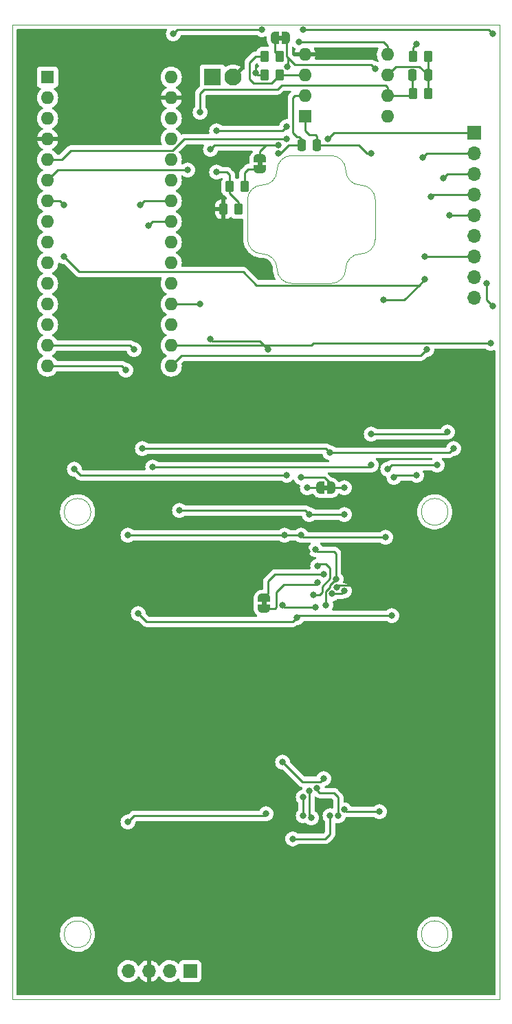
<source format=gbr>
%TF.GenerationSoftware,KiCad,Pcbnew,(6.0.11)*%
%TF.CreationDate,2023-06-04T21:12:16-05:00*%
%TF.ProjectId,Payload-Easy,5061796c-6f61-4642-9d45-6173792e6b69,1*%
%TF.SameCoordinates,Original*%
%TF.FileFunction,Copper,L2,Bot*%
%TF.FilePolarity,Positive*%
%FSLAX46Y46*%
G04 Gerber Fmt 4.6, Leading zero omitted, Abs format (unit mm)*
G04 Created by KiCad (PCBNEW (6.0.11)) date 2023-06-04 21:12:16*
%MOMM*%
%LPD*%
G01*
G04 APERTURE LIST*
G04 Aperture macros list*
%AMRoundRect*
0 Rectangle with rounded corners*
0 $1 Rounding radius*
0 $2 $3 $4 $5 $6 $7 $8 $9 X,Y pos of 4 corners*
0 Add a 4 corners polygon primitive as box body*
4,1,4,$2,$3,$4,$5,$6,$7,$8,$9,$2,$3,0*
0 Add four circle primitives for the rounded corners*
1,1,$1+$1,$2,$3*
1,1,$1+$1,$4,$5*
1,1,$1+$1,$6,$7*
1,1,$1+$1,$8,$9*
0 Add four rect primitives between the rounded corners*
20,1,$1+$1,$2,$3,$4,$5,0*
20,1,$1+$1,$4,$5,$6,$7,0*
20,1,$1+$1,$6,$7,$8,$9,0*
20,1,$1+$1,$8,$9,$2,$3,0*%
%AMFreePoly0*
4,1,22,0.500000,-0.750000,0.000000,-0.750000,0.000000,-0.745033,-0.079941,-0.743568,-0.215256,-0.701293,-0.333266,-0.622738,-0.424486,-0.514219,-0.481581,-0.384460,-0.499164,-0.250000,-0.500000,-0.250000,-0.500000,0.250000,-0.499164,0.250000,-0.499963,0.256109,-0.478152,0.396186,-0.417904,0.524511,-0.324060,0.630769,-0.204165,0.706417,-0.067858,0.745374,0.000000,0.744959,0.000000,0.750000,
0.500000,0.750000,0.500000,-0.750000,0.500000,-0.750000,$1*%
%AMFreePoly1*
4,1,20,0.000000,0.744959,0.073905,0.744508,0.209726,0.703889,0.328688,0.626782,0.421226,0.519385,0.479903,0.390333,0.500000,0.250000,0.500000,-0.250000,0.499851,-0.262216,0.476331,-0.402017,0.414519,-0.529596,0.319384,-0.634700,0.198574,-0.708877,0.061801,-0.746166,0.000000,-0.745033,0.000000,-0.750000,-0.500000,-0.750000,-0.500000,0.750000,0.000000,0.750000,0.000000,0.744959,
0.000000,0.744959,$1*%
G04 Aperture macros list end*
%TA.AperFunction,Profile*%
%ADD10C,0.100000*%
%TD*%
%TA.AperFunction,Profile*%
%ADD11C,0.010000*%
%TD*%
%TA.AperFunction,ComponentPad*%
%ADD12R,2.100000X2.100000*%
%TD*%
%TA.AperFunction,ComponentPad*%
%ADD13C,2.100000*%
%TD*%
%TA.AperFunction,ComponentPad*%
%ADD14R,1.600000X1.600000*%
%TD*%
%TA.AperFunction,ComponentPad*%
%ADD15O,1.600000X1.600000*%
%TD*%
%TA.AperFunction,ComponentPad*%
%ADD16R,1.700000X1.700000*%
%TD*%
%TA.AperFunction,ComponentPad*%
%ADD17O,1.700000X1.700000*%
%TD*%
%TA.AperFunction,SMDPad,CuDef*%
%ADD18FreePoly0,0.000000*%
%TD*%
%TA.AperFunction,SMDPad,CuDef*%
%ADD19FreePoly1,0.000000*%
%TD*%
%TA.AperFunction,SMDPad,CuDef*%
%ADD20RoundRect,0.250000X-0.262500X-0.450000X0.262500X-0.450000X0.262500X0.450000X-0.262500X0.450000X0*%
%TD*%
%TA.AperFunction,SMDPad,CuDef*%
%ADD21RoundRect,0.250000X0.262500X0.450000X-0.262500X0.450000X-0.262500X-0.450000X0.262500X-0.450000X0*%
%TD*%
%TA.AperFunction,SMDPad,CuDef*%
%ADD22FreePoly0,270.000000*%
%TD*%
%TA.AperFunction,SMDPad,CuDef*%
%ADD23FreePoly1,270.000000*%
%TD*%
%TA.AperFunction,SMDPad,CuDef*%
%ADD24RoundRect,0.250000X0.250000X0.475000X-0.250000X0.475000X-0.250000X-0.475000X0.250000X-0.475000X0*%
%TD*%
%TA.AperFunction,ViaPad*%
%ADD25C,0.800000*%
%TD*%
%TA.AperFunction,Conductor*%
%ADD26C,0.250000*%
%TD*%
G04 APERTURE END LIST*
D10*
X163650000Y-100000000D02*
G75*
G03*
X163650000Y-100000000I-1650000J0D01*
G01*
X163650000Y-152000000D02*
G75*
G03*
X163650000Y-152000000I-1650000J0D01*
G01*
X110000000Y-40000000D02*
X170000000Y-40000000D01*
X170000000Y-40000000D02*
X170000000Y-160000000D01*
X170000000Y-160000000D02*
X110000000Y-160000000D01*
X110000000Y-160000000D02*
X110000000Y-40000000D01*
X119650000Y-152000000D02*
G75*
G03*
X119650000Y-152000000I-1650000J0D01*
G01*
X119650000Y-100000000D02*
G75*
G03*
X119650000Y-100000000I-1650000J0D01*
G01*
D11*
%TO.C,U103*%
X144397000Y-71883000D02*
X149227000Y-71883000D01*
X154687000Y-66423000D02*
X154687000Y-61593000D01*
X138937000Y-61593000D02*
X138937000Y-66423000D01*
X149227000Y-56133000D02*
X144397000Y-56133000D01*
X151047000Y-57953000D02*
G75*
G03*
X152867000Y-59773000I1820000J0D01*
G01*
X138937000Y-66423000D02*
G75*
G03*
X140757000Y-68243000I1820001J1D01*
G01*
X152867000Y-68243000D02*
G75*
G03*
X154687000Y-66423000I0J1820000D01*
G01*
X140757000Y-59773000D02*
G75*
G03*
X138937000Y-61593000I1J-1820001D01*
G01*
X149227000Y-71883000D02*
G75*
G03*
X151047000Y-70063000I0J1820000D01*
G01*
X140757000Y-59773000D02*
G75*
G03*
X142577000Y-57953000I-1J1820001D01*
G01*
X154687000Y-61593000D02*
G75*
G03*
X152867000Y-59773000I-1820000J0D01*
G01*
X142577000Y-70063000D02*
G75*
G03*
X144397000Y-71883000I1820001J1D01*
G01*
X151047000Y-57953000D02*
G75*
G03*
X149227000Y-56133000I-1820000J0D01*
G01*
X152867000Y-68243000D02*
G75*
G03*
X151047000Y-70063000I0J-1820000D01*
G01*
X144397000Y-56133000D02*
G75*
G03*
X142577000Y-57953000I1J-1820001D01*
G01*
X142577000Y-70063000D02*
G75*
G03*
X140757000Y-68243000I-1820001J-1D01*
G01*
%TO.C,JP101*%
G36*
X143252000Y-41956000D02*
G01*
X142752000Y-41956000D01*
X142752000Y-41356000D01*
X143252000Y-41356000D01*
X143252000Y-41956000D01*
G37*
%TO.C,JP106*%
G36*
X140762000Y-57400000D02*
G01*
X140162000Y-57400000D01*
X140162000Y-56900000D01*
X140762000Y-56900000D01*
X140762000Y-57400000D01*
G37*
%TO.C,JP103*%
G36*
X141270000Y-111502000D02*
G01*
X140670000Y-111502000D01*
X140670000Y-111002000D01*
X141270000Y-111002000D01*
X141270000Y-111502000D01*
G37*
%TO.C,JP108*%
G36*
X148840000Y-97328000D02*
G01*
X148340000Y-97328000D01*
X148340000Y-96728000D01*
X148840000Y-96728000D01*
X148840000Y-97328000D01*
G37*
%TD*%
D12*
%TO.P,J103,1,Pin_1*%
%TO.N,VCC*%
X134620000Y-46482000D03*
D13*
%TO.P,J103,2,Pin_2*%
%TO.N,GND*%
X137160000Y-46482000D03*
%TD*%
D14*
%TO.P,A101,1,D1/TX*%
%TO.N,unconnected-(A101-Pad1)*%
X114300000Y-46482000D03*
D15*
%TO.P,A101,2,D0/RX*%
%TO.N,unconnected-(A101-Pad2)*%
X114300000Y-49022000D03*
%TO.P,A101,3,~{RESET}*%
%TO.N,unconnected-(A101-Pad3)*%
X114300000Y-51562000D03*
%TO.P,A101,4,GND*%
%TO.N,GND*%
X114300000Y-54102000D03*
%TO.P,A101,5,D2*%
%TO.N,/CS_BME*%
X114300000Y-56642000D03*
%TO.P,A101,6,D3*%
%TO.N,/DOUT*%
X114300000Y-59182000D03*
%TO.P,A101,7,D4*%
%TO.N,/CS_SD*%
X114300000Y-61722000D03*
%TO.P,A101,8,D5*%
%TO.N,unconnected-(A101-Pad8)*%
X114300000Y-64262000D03*
%TO.P,A101,9,D6*%
%TO.N,unconnected-(A101-Pad9)*%
X114300000Y-66802000D03*
%TO.P,A101,10,D7*%
%TO.N,unconnected-(A101-Pad10)*%
X114300000Y-69342000D03*
%TO.P,A101,11,D8*%
%TO.N,unconnected-(A101-Pad11)*%
X114300000Y-71882000D03*
%TO.P,A101,12,D9*%
%TO.N,unconnected-(A101-Pad12)*%
X114300000Y-74422000D03*
%TO.P,A101,13,D10*%
%TO.N,unconnected-(A101-Pad13)*%
X114300000Y-76962000D03*
%TO.P,A101,14,D11*%
%TO.N,/MISO*%
X114300000Y-79502000D03*
%TO.P,A101,15,D12*%
%TO.N,/MOSI*%
X114300000Y-82042000D03*
%TO.P,A101,16,D13*%
%TO.N,/SCK*%
X129540000Y-82042000D03*
%TO.P,A101,17,3V3*%
%TO.N,+3V3*%
X129540000Y-79502000D03*
%TO.P,A101,18,AREF*%
%TO.N,unconnected-(A101-Pad18)*%
X129540000Y-76962000D03*
%TO.P,A101,19,A0*%
%TO.N,/O3_OUT*%
X129540000Y-74422000D03*
%TO.P,A101,20,A1*%
%TO.N,/AOUT*%
X129540000Y-71882000D03*
%TO.P,A101,21,A2*%
%TO.N,unconnected-(A101-Pad21)*%
X129540000Y-69342000D03*
%TO.P,A101,22,A3*%
%TO.N,unconnected-(A101-Pad22)*%
X129540000Y-66802000D03*
%TO.P,A101,23,A4*%
%TO.N,/SDA*%
X129540000Y-64262000D03*
%TO.P,A101,24,A5*%
%TO.N,/SCL*%
X129540000Y-61722000D03*
%TO.P,A101,25,A6*%
%TO.N,unconnected-(A101-Pad25)*%
X129540000Y-59182000D03*
%TO.P,A101,26,A7*%
%TO.N,unconnected-(A101-Pad26)*%
X129540000Y-56642000D03*
%TO.P,A101,27,+5V*%
%TO.N,+5V*%
X129540000Y-54102000D03*
%TO.P,A101,28,~{RESET}*%
%TO.N,unconnected-(A101-Pad28)*%
X129540000Y-51562000D03*
%TO.P,A101,29,GND*%
%TO.N,GND*%
X129540000Y-49022000D03*
%TO.P,A101,30,VIN*%
%TO.N,VCC*%
X129540000Y-46482000D03*
%TD*%
D16*
%TO.P,J104,1,Pin_1*%
%TO.N,/DOUT*%
X131866000Y-156546000D03*
D17*
%TO.P,J104,2,Pin_2*%
%TO.N,/AOUT*%
X129326000Y-156546000D03*
%TO.P,J104,3,Pin_3*%
%TO.N,GND*%
X126786000Y-156546000D03*
%TO.P,J104,4,Pin_4*%
%TO.N,Net-(J104-Pad4)*%
X124246000Y-156546000D03*
%TD*%
D16*
%TO.P,J102,1,Pin_1*%
%TO.N,/CS_BME*%
X166878000Y-53340000D03*
D17*
%TO.P,J102,2,Pin_2*%
%TO.N,/MISO*%
X166878000Y-55880000D03*
%TO.P,J102,3,Pin_3*%
%TO.N,/MOSI*%
X166878000Y-58420000D03*
%TO.P,J102,4,Pin_4*%
%TO.N,/SCK*%
X166878000Y-60960000D03*
%TO.P,J102,5,Pin_5*%
%TO.N,/SDA*%
X166878000Y-63500000D03*
%TO.P,J102,6,Pin_6*%
%TO.N,/SCL*%
X166878000Y-66040000D03*
%TO.P,J102,7,Pin_7*%
%TO.N,/CS_SD*%
X166878000Y-68580000D03*
%TO.P,J102,8,Pin_8*%
%TO.N,+3V3*%
X166878000Y-71120000D03*
%TO.P,J102,9,Pin_9*%
%TO.N,VCC*%
X166878000Y-73660000D03*
%TD*%
D18*
%TO.P,JP101,1,1*%
%TO.N,Net-(JP101-Pad1)*%
X142352000Y-41656000D03*
D19*
%TO.P,JP101,2,2*%
%TO.N,+3V3*%
X143652000Y-41656000D03*
%TD*%
D20*
%TO.P,R106,1*%
%TO.N,Net-(R106-Pad1)*%
X159357000Y-43942000D03*
%TO.P,R106,2*%
%TO.N,Net-(C105-Pad1)*%
X161182000Y-43942000D03*
%TD*%
D21*
%TO.P,R108,1*%
%TO.N,Net-(C105-Pad1)*%
X161182000Y-48514000D03*
%TO.P,R108,2*%
%TO.N,/O3_OUT*%
X159357000Y-48514000D03*
%TD*%
D14*
%TO.P,U102,1*%
%TO.N,Net-(C104-Pad1)*%
X146025500Y-51298000D03*
D15*
%TO.P,U102,2,-*%
%TO.N,Net-(C104-Pad2)*%
X146025500Y-48758000D03*
%TO.P,U102,3,+*%
%TO.N,Net-(R102-Pad2)*%
X146025500Y-46218000D03*
%TO.P,U102,4,V-*%
%TO.N,GND*%
X146025500Y-43678000D03*
%TO.P,U102,5,+*%
%TO.N,Net-(R105-Pad2)*%
X156185500Y-43678000D03*
%TO.P,U102,6,-*%
%TO.N,Net-(C105-Pad1)*%
X156185500Y-46218000D03*
%TO.P,U102,7*%
%TO.N,/O3_OUT*%
X156185500Y-48758000D03*
%TO.P,U102,8,V+*%
%TO.N,Net-(JP105-Pad2)*%
X156185500Y-51298000D03*
%TD*%
D21*
%TO.P,R102,1*%
%TO.N,Net-(JP101-Pad1)*%
X142894000Y-43942000D03*
%TO.P,R102,2*%
%TO.N,Net-(R102-Pad2)*%
X141069000Y-43942000D03*
%TD*%
D22*
%TO.P,JP106,1,1*%
%TO.N,+3V3*%
X140462000Y-56500000D03*
D23*
%TO.P,JP106,2,2*%
%TO.N,Net-(JP106-Pad2)*%
X140462000Y-57800000D03*
%TD*%
D24*
%TO.P,C104,1*%
%TO.N,Net-(C104-Pad1)*%
X147508000Y-54864000D03*
%TO.P,C104,2*%
%TO.N,Net-(C104-Pad2)*%
X145608000Y-54864000D03*
%TD*%
%TO.P,C105,1*%
%TO.N,Net-(C105-Pad1)*%
X161169500Y-46220000D03*
%TO.P,C105,2*%
%TO.N,/O3_OUT*%
X159269500Y-46220000D03*
%TD*%
D22*
%TO.P,JP103,1,1*%
%TO.N,+3V3*%
X140970000Y-110602000D03*
D23*
%TO.P,JP103,2,2*%
%TO.N,Net-(C102-Pad2)*%
X140970000Y-111902000D03*
%TD*%
D21*
%TO.P,R107,1*%
%TO.N,Net-(R105-Pad2)*%
X137818500Y-62738000D03*
%TO.P,R107,2*%
%TO.N,GND*%
X135993500Y-62738000D03*
%TD*%
D18*
%TO.P,JP108,1,1*%
%TO.N,+3V3*%
X147940000Y-97028000D03*
D19*
%TO.P,JP108,2,2*%
%TO.N,Net-(JP108-Pad2)*%
X149240000Y-97028000D03*
%TD*%
D21*
%TO.P,R104,1*%
%TO.N,Net-(R102-Pad2)*%
X142894000Y-46228000D03*
%TO.P,R104,2*%
%TO.N,GND*%
X141069000Y-46228000D03*
%TD*%
%TO.P,R105,1*%
%TO.N,Net-(JP106-Pad2)*%
X138576000Y-59944000D03*
%TO.P,R105,2*%
%TO.N,Net-(R105-Pad2)*%
X136751000Y-59944000D03*
%TD*%
D25*
%TO.N,GND*%
X143764000Y-90932000D03*
X151892000Y-104394000D03*
X149947000Y-109307000D03*
X133641489Y-62446511D03*
X139954000Y-45974000D03*
X146304000Y-104864980D03*
%TO.N,/CS_BME*%
X117602000Y-94742000D03*
X148844000Y-54102000D03*
X143764000Y-95504000D03*
X143764000Y-54102000D03*
%TO.N,/DOUT*%
X131572000Y-57912000D03*
%TO.N,/CS_SD*%
X150844623Y-136664992D03*
X116332000Y-68580000D03*
X155702000Y-73914000D03*
X116332000Y-62230000D03*
X155194000Y-136906000D03*
X160782000Y-68580000D03*
X160782000Y-71374000D03*
%TO.N,/MISO*%
X159766000Y-95504000D03*
X156718000Y-112776000D03*
X156972000Y-95758000D03*
X125476000Y-112522000D03*
X145796000Y-135128000D03*
X147574000Y-106680000D03*
X147066000Y-110236000D03*
X160528000Y-56388000D03*
X145034000Y-113030000D03*
X145796000Y-137414000D03*
X124968000Y-80010000D03*
%TO.N,/MOSI*%
X155956000Y-103124000D03*
X147503994Y-133971987D03*
X163068000Y-58928000D03*
X145542000Y-102870000D03*
X124206000Y-102870000D03*
X147320000Y-111760000D03*
X150114000Y-137414000D03*
X143256000Y-111506000D03*
X162306000Y-94234000D03*
X143510000Y-102870000D03*
X123952000Y-82550000D03*
X156210000Y-94742000D03*
%TO.N,/SCK*%
X146558000Y-134366000D03*
X161544000Y-61214000D03*
X150876000Y-100330000D03*
X130556000Y-99822000D03*
X149329862Y-110093223D03*
X150876000Y-109728000D03*
X161036000Y-80010000D03*
X146812000Y-137668000D03*
X146558000Y-100330000D03*
%TO.N,+3V3*%
X143797000Y-45212000D03*
X134366000Y-78740000D03*
X146304000Y-97028000D03*
X169164000Y-74676000D03*
X143256000Y-130810000D03*
X154681500Y-45466000D03*
X149845111Y-108312704D03*
X148590000Y-111468500D03*
X147320000Y-104648000D03*
X168402000Y-71882000D03*
X141478000Y-80010000D03*
X134366000Y-55372000D03*
X148336000Y-107696000D03*
X148336000Y-132842000D03*
X141224000Y-137160000D03*
X124206000Y-138176000D03*
X142743500Y-54864000D03*
X168910000Y-79248000D03*
%TO.N,/O3_OUT*%
X133096000Y-74422000D03*
X133096000Y-50800000D03*
%TO.N,/SDA*%
X154178000Y-90424000D03*
X154178000Y-94234000D03*
X126746000Y-64770000D03*
X163830000Y-63500000D03*
X127254000Y-94488000D03*
X163576000Y-90170000D03*
%TO.N,/SCL*%
X149098000Y-92710000D03*
X125984000Y-92202000D03*
X125730000Y-62230000D03*
X164338000Y-92202000D03*
%TO.N,VCC*%
X169164000Y-41148000D03*
X129794000Y-41148000D03*
X145796000Y-40640000D03*
X140716000Y-40640000D03*
%TO.N,Net-(J101-Pad8)*%
X144510322Y-140265120D03*
X149098000Y-137414000D03*
%TO.N,Net-(R106-Pad1)*%
X159761500Y-42418000D03*
%TO.N,Net-(C104-Pad2)*%
X142743500Y-55880000D03*
%TO.N,Net-(C104-Pad1)*%
X154173500Y-55880000D03*
%TO.N,Net-(R105-Pad2)*%
X143759500Y-52578000D03*
X145283500Y-42164000D03*
X135123500Y-53086000D03*
X135123500Y-58166000D03*
%TO.N,Net-(C102-Pad2)*%
X147574000Y-108712000D03*
%TO.N,Net-(JP108-Pad2)*%
X150876000Y-97028000D03*
X145542000Y-95758000D03*
%TD*%
D26*
%TO.N,GND*%
X141069000Y-46228000D02*
X140208000Y-46228000D01*
X133641489Y-62446511D02*
X133932978Y-62738000D01*
X151892000Y-104394000D02*
X151892000Y-108712000D01*
X150250511Y-109003489D02*
X149947000Y-109307000D01*
X135993500Y-62738000D02*
X133932978Y-62738000D01*
X151600511Y-109003489D02*
X150250511Y-109003489D01*
X140208000Y-46228000D02*
X139954000Y-45974000D01*
X151892000Y-108712000D02*
X151600511Y-109003489D01*
%TO.N,/CS_BME*%
X149606000Y-53340000D02*
X166878000Y-53340000D01*
X118364000Y-95504000D02*
X117602000Y-94742000D01*
X148844000Y-54102000D02*
X149606000Y-53340000D01*
X131130300Y-54102000D02*
X129714811Y-55517489D01*
X143764000Y-95504000D02*
X118364000Y-95504000D01*
X117202511Y-55517489D02*
X116078000Y-56642000D01*
X143764000Y-54102000D02*
X131130300Y-54102000D01*
X116078000Y-56642000D02*
X114300000Y-56642000D01*
X129714811Y-55517489D02*
X117202511Y-55517489D01*
%TO.N,/DOUT*%
X115570000Y-57912000D02*
X114300000Y-59182000D01*
X131572000Y-57912000D02*
X115570000Y-57912000D01*
%TO.N,/CS_SD*%
X160147000Y-72009000D02*
X160782000Y-71374000D01*
X138383612Y-70466511D02*
X140027009Y-72109908D01*
X118218511Y-70466511D02*
X138383612Y-70466511D01*
X151085631Y-136906000D02*
X155194000Y-136906000D01*
X155702000Y-73914000D02*
X158242000Y-73914000D01*
X160046092Y-72109908D02*
X160147000Y-72009000D01*
X116332000Y-68580000D02*
X118218511Y-70466511D01*
X158242000Y-73914000D02*
X160147000Y-72009000D01*
X140027009Y-72109908D02*
X160046092Y-72109908D01*
X160782000Y-68580000D02*
X166878000Y-68580000D01*
X115824000Y-61722000D02*
X116332000Y-62230000D01*
X150844623Y-136664992D02*
X151085631Y-136906000D01*
X114300000Y-61722000D02*
X115824000Y-61722000D01*
%TO.N,/MISO*%
X145288000Y-112776000D02*
X145034000Y-113030000D01*
X156718000Y-112776000D02*
X145288000Y-112776000D01*
X148590000Y-106426000D02*
X149120600Y-106956600D01*
X159766000Y-95504000D02*
X157226000Y-95504000D01*
X114300000Y-79502000D02*
X124460000Y-79502000D01*
X157226000Y-95504000D02*
X156972000Y-95758000D01*
X147828000Y-106426000D02*
X148590000Y-106426000D01*
X145034000Y-113030000D02*
X144526000Y-113538000D01*
X147828000Y-110236000D02*
X147066000Y-110236000D01*
X144526000Y-113538000D02*
X126492000Y-113538000D01*
X166878000Y-55880000D02*
X161036000Y-55880000D01*
X148140480Y-109923520D02*
X147828000Y-110236000D01*
X149120600Y-106956600D02*
X149120600Y-108226600D01*
X124460000Y-79502000D02*
X124968000Y-80010000D01*
X147574000Y-106680000D02*
X147828000Y-106426000D01*
X145796000Y-137414000D02*
X145796000Y-135128000D01*
X148140480Y-109206720D02*
X148140480Y-109923520D01*
X161036000Y-55880000D02*
X160528000Y-56388000D01*
X149120600Y-108226600D02*
X148140480Y-109206720D01*
X126492000Y-113538000D02*
X125476000Y-112522000D01*
%TO.N,/MOSI*%
X147574000Y-134041993D02*
X147503994Y-133971987D01*
X143510000Y-111760000D02*
X143256000Y-111506000D01*
X166878000Y-58420000D02*
X163576000Y-58420000D01*
X145796000Y-103124000D02*
X145542000Y-102870000D01*
X163576000Y-58420000D02*
X163068000Y-58928000D01*
X114300000Y-82042000D02*
X123444000Y-82042000D01*
X149606000Y-134620000D02*
X147828000Y-134620000D01*
X143510000Y-102870000D02*
X145542000Y-102870000D01*
X147828000Y-134620000D02*
X147574000Y-134366000D01*
X156718000Y-94234000D02*
X156210000Y-94742000D01*
X150114000Y-135128000D02*
X149606000Y-134620000D01*
X124206000Y-102870000D02*
X143510000Y-102870000D01*
X123444000Y-82042000D02*
X123952000Y-82550000D01*
X150114000Y-137414000D02*
X150114000Y-135128000D01*
X155956000Y-103124000D02*
X145796000Y-103124000D01*
X162306000Y-94234000D02*
X156718000Y-94234000D01*
X147574000Y-134366000D02*
X147574000Y-134041993D01*
X147320000Y-111760000D02*
X143510000Y-111760000D01*
%TO.N,/SCK*%
X146050000Y-99822000D02*
X146558000Y-100330000D01*
X161798000Y-60960000D02*
X166878000Y-60960000D01*
X130556000Y-99822000D02*
X146050000Y-99822000D01*
X130810000Y-80772000D02*
X160274000Y-80772000D01*
X150876000Y-100330000D02*
X146558000Y-100330000D01*
X150510777Y-110093223D02*
X150876000Y-109728000D01*
X146812000Y-137668000D02*
X146558000Y-137414000D01*
X161544000Y-61214000D02*
X161798000Y-60960000D01*
X129540000Y-82042000D02*
X130810000Y-80772000D01*
X160274000Y-80772000D02*
X161036000Y-80010000D01*
X149329862Y-110093223D02*
X150510777Y-110093223D01*
X146558000Y-137414000D02*
X146558000Y-134366000D01*
%TO.N,+3V3*%
X144013500Y-44196000D02*
X144775500Y-44958000D01*
X145693476Y-133247476D02*
X147930524Y-133247476D01*
X134366000Y-55372000D02*
X134874000Y-54864000D01*
X168402000Y-71882000D02*
X168402000Y-73914000D01*
X154173500Y-44958000D02*
X154681500Y-45466000D01*
X168910000Y-79248000D02*
X147066000Y-79248000D01*
X143952489Y-45056511D02*
X143952489Y-44257011D01*
X149098000Y-109300471D02*
X148590000Y-109808471D01*
X141224000Y-137160000D02*
X140970000Y-137414000D01*
X147066000Y-79248000D02*
X146812000Y-79502000D01*
X149845111Y-108312704D02*
X149098000Y-109059815D01*
X148336000Y-107696000D02*
X142352000Y-107696000D01*
X143952489Y-44257011D02*
X144013500Y-44196000D01*
X143759500Y-43942000D02*
X144013500Y-44196000D01*
X148590000Y-109808471D02*
X148590000Y-111468500D01*
X129540000Y-79502000D02*
X140970000Y-79502000D01*
X147930524Y-133247476D02*
X148336000Y-132842000D01*
X143759500Y-43942000D02*
X143759500Y-41763500D01*
X140970000Y-79502000D02*
X141478000Y-80010000D01*
X124968000Y-137414000D02*
X124206000Y-138176000D01*
X141224000Y-54864000D02*
X140462000Y-55626000D01*
X149845111Y-108312704D02*
X149845111Y-105141111D01*
X146304000Y-97028000D02*
X147940000Y-97028000D01*
X142743500Y-54864000D02*
X141224000Y-54864000D01*
X134874000Y-54864000D02*
X140208000Y-54864000D01*
X140462000Y-78994000D02*
X134620000Y-78994000D01*
X144775500Y-44958000D02*
X154173500Y-44958000D01*
X149845111Y-105141111D02*
X149606000Y-104902000D01*
X140462000Y-55626000D02*
X140462000Y-56500000D01*
X142352000Y-107696000D02*
X141478000Y-108570000D01*
X141478000Y-108570000D02*
X141478000Y-110094000D01*
X134620000Y-78994000D02*
X134366000Y-78740000D01*
X140970000Y-137414000D02*
X124968000Y-137414000D01*
X147574000Y-104902000D02*
X147320000Y-104648000D01*
X143759500Y-41763500D02*
X143652000Y-41656000D01*
X149098000Y-109059815D02*
X149098000Y-109300471D01*
X149606000Y-104902000D02*
X147574000Y-104902000D01*
X168402000Y-73914000D02*
X169164000Y-74676000D01*
X140970000Y-79502000D02*
X140462000Y-78994000D01*
X143797000Y-45212000D02*
X143952489Y-45056511D01*
X141478000Y-110094000D02*
X140970000Y-110602000D01*
X143256000Y-130810000D02*
X145693476Y-133247476D01*
X146812000Y-79502000D02*
X140970000Y-79502000D01*
X141224000Y-54864000D02*
X140208000Y-54864000D01*
%TO.N,/O3_OUT*%
X133096000Y-74422000D02*
X129540000Y-74422000D01*
X156185500Y-48758000D02*
X156185500Y-47727500D01*
X142617218Y-48006000D02*
X133604000Y-48006000D01*
X155956000Y-47498000D02*
X143125218Y-47498000D01*
X143125218Y-47498000D02*
X142617218Y-48006000D01*
X159357000Y-48514000D02*
X159113000Y-48758000D01*
X133604000Y-48006000D02*
X133096000Y-48514000D01*
X133096000Y-49530000D02*
X133096000Y-50800000D01*
X133096000Y-48514000D02*
X133096000Y-49530000D01*
X156185500Y-47727500D02*
X155956000Y-47498000D01*
X159113000Y-48758000D02*
X156185500Y-48758000D01*
X159269500Y-46220000D02*
X159269500Y-48426500D01*
X159269500Y-48426500D02*
X159357000Y-48514000D01*
%TO.N,/SDA*%
X129540000Y-64262000D02*
X127254000Y-64262000D01*
X163322000Y-90424000D02*
X163576000Y-90170000D01*
X127254000Y-64262000D02*
X126746000Y-64770000D01*
X163830000Y-63500000D02*
X166878000Y-63500000D01*
X127254000Y-94488000D02*
X153924000Y-94488000D01*
X154178000Y-90424000D02*
X163322000Y-90424000D01*
X153924000Y-94488000D02*
X154178000Y-94234000D01*
%TO.N,/SCL*%
X149098000Y-92710000D02*
X163830000Y-92710000D01*
X129540000Y-61722000D02*
X126238000Y-61722000D01*
X163830000Y-92710000D02*
X164338000Y-92202000D01*
X126238000Y-61722000D02*
X125730000Y-62230000D01*
X148590000Y-92202000D02*
X149098000Y-92710000D01*
X125984000Y-92202000D02*
X148590000Y-92202000D01*
%TO.N,VCC*%
X130302000Y-40640000D02*
X140716000Y-40640000D01*
X129794000Y-41148000D02*
X130302000Y-40640000D01*
X168656000Y-40640000D02*
X169164000Y-41148000D01*
X145796000Y-40640000D02*
X168656000Y-40640000D01*
%TO.N,Net-(J101-Pad8)*%
X149098000Y-139700000D02*
X149098000Y-137414000D01*
X144510322Y-140265120D02*
X148532880Y-140265120D01*
X148532880Y-140265120D02*
X149098000Y-139700000D01*
%TO.N,Net-(R106-Pad1)*%
X159357000Y-42822500D02*
X159761500Y-42418000D01*
X159357000Y-43942000D02*
X159357000Y-42822500D01*
%TO.N,Net-(C104-Pad2)*%
X145603500Y-54168000D02*
X145603500Y-54859500D01*
X146025500Y-48758000D02*
X144785500Y-48758000D01*
X145603500Y-54859500D02*
X145608000Y-54864000D01*
X145029500Y-53848000D02*
X145283500Y-53848000D01*
X144521500Y-53340000D02*
X145029500Y-53848000D01*
X145283500Y-53848000D02*
X145603500Y-54168000D01*
X143002000Y-55880000D02*
X144018000Y-54864000D01*
X144785500Y-48758000D02*
X144521500Y-49022000D01*
X144018000Y-54864000D02*
X145608000Y-54864000D01*
X144521500Y-49022000D02*
X144521500Y-53340000D01*
X142743500Y-55880000D02*
X143002000Y-55880000D01*
%TO.N,Net-(C104-Pad1)*%
X154173500Y-55880000D02*
X153670000Y-55880000D01*
X152654000Y-54864000D02*
X147508000Y-54864000D01*
X147503500Y-53782000D02*
X147503500Y-54859500D01*
X147315500Y-53594000D02*
X147503500Y-53782000D01*
X147503500Y-54859500D02*
X147508000Y-54864000D01*
X146553500Y-53594000D02*
X147315500Y-53594000D01*
X153670000Y-55880000D02*
X152654000Y-54864000D01*
X146025500Y-53066000D02*
X146553500Y-53594000D01*
X146025500Y-51298000D02*
X146025500Y-53066000D01*
%TO.N,Net-(C105-Pad1)*%
X160119980Y-45170480D02*
X161169500Y-46220000D01*
X161182000Y-46207500D02*
X161169500Y-46220000D01*
X156185500Y-46218000D02*
X157233020Y-45170480D01*
X161182000Y-43942000D02*
X161182000Y-46207500D01*
X161169500Y-48501500D02*
X161182000Y-48514000D01*
X157233020Y-45170480D02*
X160119980Y-45170480D01*
X161169500Y-46220000D02*
X161169500Y-48501500D01*
%TO.N,Net-(R102-Pad2)*%
X139192000Y-44699500D02*
X139192000Y-46736000D01*
X139949500Y-43942000D02*
X139192000Y-44699500D01*
X139708520Y-47252520D02*
X141869480Y-47252520D01*
X141869480Y-47252520D02*
X142894000Y-46228000D01*
X142904000Y-46218000D02*
X146025500Y-46218000D01*
X141069000Y-43942000D02*
X139949500Y-43942000D01*
X139192000Y-46736000D02*
X139708520Y-47252520D01*
X142894000Y-46228000D02*
X142904000Y-46218000D01*
%TO.N,Net-(R105-Pad2)*%
X136751000Y-60809500D02*
X137818500Y-61877000D01*
X137818500Y-61877000D02*
X137818500Y-62738000D01*
X145283500Y-42164000D02*
X155697500Y-42164000D01*
X156205500Y-43658000D02*
X156185500Y-43678000D01*
X156205500Y-42672000D02*
X156205500Y-43658000D01*
X136393500Y-58166000D02*
X135123500Y-58166000D01*
X143251500Y-53086000D02*
X143759500Y-52578000D01*
X136751000Y-58523500D02*
X136393500Y-58166000D01*
X135123500Y-53086000D02*
X143251500Y-53086000D01*
X155697500Y-42164000D02*
X156205500Y-42672000D01*
X136751000Y-59944000D02*
X136751000Y-58523500D01*
X136751000Y-59944000D02*
X136751000Y-60809500D01*
%TO.N,Net-(C102-Pad2)*%
X142494000Y-109870000D02*
X142494000Y-111760000D01*
X142352000Y-111902000D02*
X140970000Y-111902000D01*
X143398000Y-108966000D02*
X147320000Y-108966000D01*
X142494000Y-109870000D02*
X143398000Y-108966000D01*
X147320000Y-108966000D02*
X147574000Y-108712000D01*
X142494000Y-111760000D02*
X142352000Y-111902000D01*
%TO.N,Net-(JP101-Pad1)*%
X142352000Y-43400000D02*
X142894000Y-43942000D01*
X142352000Y-41656000D02*
X142352000Y-43400000D01*
%TO.N,Net-(JP106-Pad2)*%
X139050000Y-57800000D02*
X138576000Y-58274000D01*
X140462000Y-57800000D02*
X139050000Y-57800000D01*
X138576000Y-58274000D02*
X138576000Y-59944000D01*
%TO.N,Net-(JP108-Pad2)*%
X149240000Y-97028000D02*
X150876000Y-97028000D01*
X148378940Y-95758000D02*
X145542000Y-95758000D01*
X149240000Y-97028000D02*
X149240000Y-96619060D01*
X149240000Y-96619060D02*
X148378940Y-95758000D01*
%TD*%
%TA.AperFunction,Conductor*%
%TO.N,GND*%
G36*
X128964053Y-40528502D02*
G01*
X129010546Y-40582158D01*
X129020650Y-40652432D01*
X129005051Y-40697500D01*
X128993939Y-40716747D01*
X128959473Y-40776444D01*
X128900458Y-40958072D01*
X128880496Y-41148000D01*
X128881186Y-41154565D01*
X128898783Y-41321988D01*
X128900458Y-41337928D01*
X128959473Y-41519556D01*
X128962776Y-41525278D01*
X128962777Y-41525279D01*
X128985864Y-41565267D01*
X129054960Y-41684944D01*
X129059378Y-41689851D01*
X129059379Y-41689852D01*
X129119823Y-41756982D01*
X129182747Y-41826866D01*
X129337248Y-41939118D01*
X129343276Y-41941802D01*
X129343278Y-41941803D01*
X129466499Y-41996664D01*
X129511712Y-42016794D01*
X129605113Y-42036647D01*
X129692056Y-42055128D01*
X129692061Y-42055128D01*
X129698513Y-42056500D01*
X129889487Y-42056500D01*
X129895939Y-42055128D01*
X129895944Y-42055128D01*
X129982887Y-42036647D01*
X130076288Y-42016794D01*
X130121501Y-41996664D01*
X130244722Y-41941803D01*
X130244724Y-41941802D01*
X130250752Y-41939118D01*
X130405253Y-41826866D01*
X130468177Y-41756982D01*
X130528621Y-41689852D01*
X130528622Y-41689851D01*
X130533040Y-41684944D01*
X130602136Y-41565267D01*
X130625223Y-41525279D01*
X130625224Y-41525278D01*
X130628527Y-41519556D01*
X130680187Y-41360564D01*
X130720261Y-41301958D01*
X130785657Y-41274321D01*
X130800020Y-41273500D01*
X140007800Y-41273500D01*
X140075921Y-41293502D01*
X140095147Y-41309843D01*
X140095420Y-41309540D01*
X140100332Y-41313963D01*
X140104747Y-41318866D01*
X140110086Y-41322745D01*
X140253400Y-41426869D01*
X140259248Y-41431118D01*
X140265276Y-41433802D01*
X140265278Y-41433803D01*
X140427679Y-41506108D01*
X140433712Y-41508794D01*
X140517134Y-41526526D01*
X140614056Y-41547128D01*
X140614061Y-41547128D01*
X140620513Y-41548500D01*
X140811487Y-41548500D01*
X140817939Y-41547128D01*
X140817944Y-41547128D01*
X140914866Y-41526526D01*
X140998288Y-41508794D01*
X141004315Y-41506111D01*
X141004323Y-41506108D01*
X141161023Y-41436341D01*
X141231390Y-41426907D01*
X141295687Y-41457014D01*
X141333500Y-41517103D01*
X141338271Y-41551448D01*
X141338271Y-41867047D01*
X141338273Y-41867047D01*
X141338682Y-41870014D01*
X141337504Y-41966438D01*
X141338085Y-41970880D01*
X141338085Y-41970883D01*
X141349101Y-42055127D01*
X141356074Y-42108452D01*
X141395245Y-42248748D01*
X141452928Y-42379841D01*
X141476680Y-42418000D01*
X141526531Y-42498088D01*
X141529897Y-42503496D01*
X141532779Y-42506924D01*
X141532780Y-42506926D01*
X141555238Y-42533643D01*
X141583759Y-42598659D01*
X141572603Y-42668773D01*
X141525310Y-42721726D01*
X141456897Y-42740704D01*
X141445946Y-42740062D01*
X141381900Y-42733500D01*
X140756100Y-42733500D01*
X140752854Y-42733837D01*
X140752850Y-42733837D01*
X140657192Y-42743762D01*
X140657188Y-42743763D01*
X140650334Y-42744474D01*
X140643798Y-42746655D01*
X140643796Y-42746655D01*
X140605700Y-42759365D01*
X140482554Y-42800450D01*
X140332152Y-42893522D01*
X140207195Y-43018697D01*
X140203355Y-43024927D01*
X140203354Y-43024928D01*
X140202547Y-43026238D01*
X140114385Y-43169262D01*
X140099852Y-43213078D01*
X140097255Y-43220907D01*
X140056824Y-43279267D01*
X139991259Y-43306503D01*
X139981621Y-43307177D01*
X139953371Y-43308065D01*
X139941500Y-43308438D01*
X139937544Y-43308500D01*
X139909644Y-43308500D01*
X139905654Y-43309004D01*
X139893820Y-43309936D01*
X139849611Y-43311326D01*
X139841997Y-43313538D01*
X139841992Y-43313539D01*
X139830159Y-43316977D01*
X139810796Y-43320988D01*
X139790703Y-43323526D01*
X139783336Y-43326443D01*
X139783331Y-43326444D01*
X139749592Y-43339802D01*
X139738365Y-43343646D01*
X139731061Y-43345768D01*
X139695907Y-43355982D01*
X139689081Y-43360019D01*
X139678472Y-43366293D01*
X139660724Y-43374988D01*
X139641883Y-43382448D01*
X139635467Y-43387110D01*
X139635466Y-43387110D01*
X139606113Y-43408436D01*
X139596193Y-43414952D01*
X139564965Y-43433420D01*
X139564962Y-43433422D01*
X139558138Y-43437458D01*
X139543817Y-43451779D01*
X139528784Y-43464619D01*
X139512393Y-43476528D01*
X139486016Y-43508413D01*
X139484212Y-43510593D01*
X139476222Y-43519374D01*
X138799742Y-44195853D01*
X138791463Y-44203387D01*
X138784982Y-44207500D01*
X138738357Y-44257151D01*
X138735602Y-44259993D01*
X138715865Y-44279730D01*
X138713385Y-44282927D01*
X138705682Y-44291947D01*
X138675414Y-44324179D01*
X138671595Y-44331125D01*
X138671593Y-44331128D01*
X138665652Y-44341934D01*
X138654801Y-44358453D01*
X138642386Y-44374459D01*
X138639241Y-44381728D01*
X138639238Y-44381732D01*
X138624826Y-44415037D01*
X138619609Y-44425687D01*
X138598305Y-44464440D01*
X138596334Y-44472115D01*
X138596334Y-44472116D01*
X138593267Y-44484062D01*
X138586863Y-44502766D01*
X138578819Y-44521355D01*
X138577580Y-44529178D01*
X138577577Y-44529188D01*
X138571901Y-44565024D01*
X138569495Y-44576644D01*
X138564333Y-44596752D01*
X138558500Y-44619470D01*
X138558500Y-44639724D01*
X138556949Y-44659434D01*
X138553780Y-44679443D01*
X138554526Y-44687335D01*
X138557941Y-44723461D01*
X138558500Y-44735319D01*
X138558500Y-45449707D01*
X138538498Y-45517828D01*
X138484842Y-45564321D01*
X138448334Y-45569171D01*
X138419694Y-45581516D01*
X137249095Y-46752115D01*
X137186783Y-46786141D01*
X137115968Y-46781076D01*
X137070905Y-46752115D01*
X136889885Y-46571095D01*
X136855859Y-46508783D01*
X136860924Y-46437968D01*
X136889885Y-46392905D01*
X138057440Y-45225350D01*
X138064200Y-45212970D01*
X138058473Y-45205320D01*
X137873728Y-45092107D01*
X137864933Y-45087625D01*
X137647510Y-44997566D01*
X137638125Y-44994517D01*
X137409292Y-44939578D01*
X137399545Y-44938035D01*
X137164930Y-44919570D01*
X137155070Y-44919570D01*
X136920455Y-44938035D01*
X136910708Y-44939578D01*
X136681875Y-44994517D01*
X136672490Y-44997566D01*
X136455067Y-45087625D01*
X136446272Y-45092107D01*
X136273090Y-45198234D01*
X136204557Y-45216773D01*
X136136880Y-45195317D01*
X136106429Y-45166367D01*
X136094538Y-45150500D01*
X136033261Y-45068739D01*
X135916705Y-44981385D01*
X135780316Y-44930255D01*
X135718134Y-44923500D01*
X133521866Y-44923500D01*
X133459684Y-44930255D01*
X133323295Y-44981385D01*
X133206739Y-45068739D01*
X133119385Y-45185295D01*
X133068255Y-45321684D01*
X133061500Y-45383866D01*
X133061500Y-47580134D01*
X133061869Y-47583529D01*
X133062080Y-47585471D01*
X133061999Y-47585925D01*
X133062053Y-47586928D01*
X133061817Y-47586941D01*
X133049557Y-47655354D01*
X133025913Y-47688182D01*
X132703747Y-48010348D01*
X132695461Y-48017888D01*
X132688982Y-48022000D01*
X132683557Y-48027777D01*
X132642357Y-48071651D01*
X132639602Y-48074493D01*
X132619865Y-48094230D01*
X132617385Y-48097427D01*
X132609682Y-48106447D01*
X132579414Y-48138679D01*
X132575595Y-48145625D01*
X132575593Y-48145628D01*
X132569652Y-48156434D01*
X132558801Y-48172953D01*
X132546386Y-48188959D01*
X132543241Y-48196228D01*
X132543238Y-48196232D01*
X132528826Y-48229537D01*
X132523609Y-48240187D01*
X132502305Y-48278940D01*
X132500334Y-48286615D01*
X132500334Y-48286616D01*
X132497267Y-48298562D01*
X132490863Y-48317266D01*
X132482819Y-48335855D01*
X132481580Y-48343678D01*
X132481577Y-48343688D01*
X132475901Y-48379524D01*
X132473495Y-48391144D01*
X132462500Y-48433970D01*
X132462500Y-48454224D01*
X132460949Y-48473934D01*
X132457780Y-48493943D01*
X132461763Y-48536073D01*
X132461941Y-48537961D01*
X132462500Y-48549819D01*
X132462500Y-50097476D01*
X132442498Y-50165597D01*
X132430142Y-50181779D01*
X132356960Y-50263056D01*
X132261473Y-50428444D01*
X132202458Y-50610072D01*
X132201768Y-50616633D01*
X132201768Y-50616635D01*
X132191146Y-50717700D01*
X132182496Y-50800000D01*
X132183186Y-50806565D01*
X132187621Y-50848757D01*
X132202458Y-50989928D01*
X132261473Y-51171556D01*
X132356960Y-51336944D01*
X132484747Y-51478866D01*
X132639248Y-51591118D01*
X132645276Y-51593802D01*
X132645278Y-51593803D01*
X132789724Y-51658114D01*
X132813712Y-51668794D01*
X132907113Y-51688647D01*
X132994056Y-51707128D01*
X132994061Y-51707128D01*
X133000513Y-51708500D01*
X133191487Y-51708500D01*
X133197939Y-51707128D01*
X133197944Y-51707128D01*
X133284888Y-51688647D01*
X133378288Y-51668794D01*
X133402276Y-51658114D01*
X133546722Y-51593803D01*
X133546724Y-51593802D01*
X133552752Y-51591118D01*
X133707253Y-51478866D01*
X133835040Y-51336944D01*
X133930527Y-51171556D01*
X133989542Y-50989928D01*
X134004380Y-50848757D01*
X134008814Y-50806565D01*
X134009504Y-50800000D01*
X134000854Y-50717700D01*
X133990232Y-50616635D01*
X133990232Y-50616633D01*
X133989542Y-50610072D01*
X133930527Y-50428444D01*
X133835040Y-50263056D01*
X133761863Y-50181785D01*
X133731147Y-50117779D01*
X133729500Y-50097476D01*
X133729500Y-48828594D01*
X133749502Y-48760473D01*
X133766405Y-48739499D01*
X133829499Y-48676405D01*
X133891811Y-48642379D01*
X133918594Y-48639500D01*
X142538451Y-48639500D01*
X142549634Y-48640027D01*
X142557127Y-48641702D01*
X142565053Y-48641453D01*
X142565054Y-48641453D01*
X142625204Y-48639562D01*
X142629163Y-48639500D01*
X142657074Y-48639500D01*
X142661009Y-48639003D01*
X142661074Y-48638995D01*
X142672911Y-48638062D01*
X142705169Y-48637048D01*
X142709188Y-48636922D01*
X142717107Y-48636673D01*
X142736561Y-48631021D01*
X142755918Y-48627013D01*
X142768148Y-48625468D01*
X142768149Y-48625468D01*
X142776015Y-48624474D01*
X142783386Y-48621555D01*
X142783388Y-48621555D01*
X142817130Y-48608196D01*
X142828360Y-48604351D01*
X142863201Y-48594229D01*
X142863202Y-48594229D01*
X142870811Y-48592018D01*
X142877630Y-48587985D01*
X142877635Y-48587983D01*
X142888246Y-48581707D01*
X142905994Y-48573012D01*
X142924835Y-48565552D01*
X142960605Y-48539564D01*
X142970525Y-48533048D01*
X143001753Y-48514580D01*
X143001756Y-48514578D01*
X143008580Y-48510542D01*
X143022901Y-48496221D01*
X143037935Y-48483380D01*
X143047912Y-48476131D01*
X143054325Y-48471472D01*
X143082516Y-48437395D01*
X143090506Y-48428616D01*
X143350717Y-48168405D01*
X143413029Y-48134379D01*
X143439812Y-48131500D01*
X144211905Y-48131500D01*
X144280026Y-48151502D01*
X144326519Y-48205158D01*
X144336623Y-48275432D01*
X144307129Y-48340012D01*
X144301000Y-48346595D01*
X144129247Y-48518348D01*
X144120961Y-48525888D01*
X144114482Y-48530000D01*
X144109057Y-48535777D01*
X144067857Y-48579651D01*
X144065102Y-48582493D01*
X144045365Y-48602230D01*
X144042885Y-48605427D01*
X144035182Y-48614447D01*
X144004914Y-48646679D01*
X144001095Y-48653625D01*
X144001093Y-48653628D01*
X143995152Y-48664434D01*
X143984301Y-48680953D01*
X143971886Y-48696959D01*
X143968741Y-48704228D01*
X143968738Y-48704232D01*
X143954326Y-48737537D01*
X143949109Y-48748187D01*
X143927805Y-48786940D01*
X143925834Y-48794615D01*
X143925834Y-48794616D01*
X143922767Y-48806562D01*
X143916363Y-48825266D01*
X143908319Y-48843855D01*
X143907080Y-48851678D01*
X143907077Y-48851688D01*
X143901401Y-48887524D01*
X143898995Y-48899144D01*
X143888000Y-48941970D01*
X143888000Y-48962224D01*
X143886449Y-48981934D01*
X143883280Y-49001943D01*
X143884026Y-49009835D01*
X143887441Y-49045961D01*
X143888000Y-49057819D01*
X143888000Y-51543500D01*
X143867998Y-51611621D01*
X143814342Y-51658114D01*
X143762000Y-51669500D01*
X143664013Y-51669500D01*
X143657561Y-51670872D01*
X143657556Y-51670872D01*
X143570613Y-51689353D01*
X143477212Y-51709206D01*
X143471182Y-51711891D01*
X143471181Y-51711891D01*
X143308778Y-51784197D01*
X143308776Y-51784198D01*
X143302748Y-51786882D01*
X143148247Y-51899134D01*
X143020460Y-52041056D01*
X142924973Y-52206444D01*
X142894477Y-52300301D01*
X142873313Y-52365436D01*
X142833239Y-52424042D01*
X142767843Y-52451679D01*
X142753480Y-52452500D01*
X135831700Y-52452500D01*
X135763579Y-52432498D01*
X135744353Y-52416157D01*
X135744080Y-52416460D01*
X135739168Y-52412037D01*
X135734753Y-52407134D01*
X135707784Y-52387540D01*
X135585594Y-52298763D01*
X135585593Y-52298762D01*
X135580252Y-52294882D01*
X135574224Y-52292198D01*
X135574222Y-52292197D01*
X135411819Y-52219891D01*
X135411818Y-52219891D01*
X135405788Y-52217206D01*
X135312387Y-52197353D01*
X135225444Y-52178872D01*
X135225439Y-52178872D01*
X135218987Y-52177500D01*
X135028013Y-52177500D01*
X135021561Y-52178872D01*
X135021556Y-52178872D01*
X134934613Y-52197353D01*
X134841212Y-52217206D01*
X134835182Y-52219891D01*
X134835181Y-52219891D01*
X134672778Y-52292197D01*
X134672776Y-52292198D01*
X134666748Y-52294882D01*
X134661407Y-52298762D01*
X134661406Y-52298763D01*
X134611343Y-52335136D01*
X134512247Y-52407134D01*
X134507826Y-52412044D01*
X134507825Y-52412045D01*
X134389707Y-52543229D01*
X134384460Y-52549056D01*
X134366306Y-52580500D01*
X134293273Y-52706997D01*
X134288973Y-52714444D01*
X134229958Y-52896072D01*
X134229268Y-52902633D01*
X134229268Y-52902635D01*
X134222391Y-52968069D01*
X134209996Y-53086000D01*
X134210686Y-53092565D01*
X134227633Y-53253803D01*
X134229958Y-53275928D01*
X134231997Y-53282203D01*
X134231998Y-53282208D01*
X134238937Y-53303562D01*
X134240966Y-53374529D01*
X134204305Y-53435328D01*
X134140593Y-53466654D01*
X134119105Y-53468500D01*
X131209068Y-53468500D01*
X131197885Y-53467973D01*
X131190392Y-53466298D01*
X131182466Y-53466547D01*
X131182465Y-53466547D01*
X131122302Y-53468438D01*
X131118344Y-53468500D01*
X131090444Y-53468500D01*
X131086454Y-53469004D01*
X131074620Y-53469936D01*
X131030411Y-53471326D01*
X131022797Y-53473538D01*
X131022792Y-53473539D01*
X131010959Y-53476977D01*
X130991596Y-53480988D01*
X130971503Y-53483526D01*
X130964136Y-53486443D01*
X130964131Y-53486444D01*
X130930392Y-53499802D01*
X130919165Y-53503646D01*
X130876707Y-53515982D01*
X130869883Y-53520018D01*
X130869878Y-53520020D01*
X130866036Y-53522292D01*
X130862632Y-53523155D01*
X130862608Y-53523166D01*
X130862606Y-53523162D01*
X130797219Y-53539750D01*
X130729888Y-53517231D01*
X130687705Y-53467086D01*
X130679851Y-53450242D01*
X130679847Y-53450236D01*
X130677523Y-53445251D01*
X130581923Y-53308720D01*
X130549357Y-53262211D01*
X130549355Y-53262208D01*
X130546198Y-53257700D01*
X130384300Y-53095802D01*
X130379792Y-53092645D01*
X130379789Y-53092643D01*
X130282423Y-53024467D01*
X130196749Y-52964477D01*
X130191767Y-52962154D01*
X130191762Y-52962151D01*
X130157543Y-52946195D01*
X130104258Y-52899278D01*
X130084797Y-52831001D01*
X130105339Y-52763041D01*
X130157543Y-52717805D01*
X130191762Y-52701849D01*
X130191767Y-52701846D01*
X130196749Y-52699523D01*
X130313338Y-52617886D01*
X130379789Y-52571357D01*
X130379792Y-52571355D01*
X130384300Y-52568198D01*
X130546198Y-52406300D01*
X130558962Y-52388072D01*
X130617691Y-52304198D01*
X130677523Y-52218749D01*
X130679846Y-52213767D01*
X130679849Y-52213762D01*
X130771961Y-52016225D01*
X130771961Y-52016224D01*
X130774284Y-52011243D01*
X130779701Y-51991029D01*
X130832119Y-51795402D01*
X130832119Y-51795400D01*
X130833543Y-51790087D01*
X130853498Y-51562000D01*
X130833543Y-51333913D01*
X130774284Y-51112757D01*
X130719936Y-50996206D01*
X130679849Y-50910238D01*
X130679846Y-50910233D01*
X130677523Y-50905251D01*
X130546198Y-50717700D01*
X130384300Y-50555802D01*
X130379792Y-50552645D01*
X130379789Y-50552643D01*
X130244926Y-50458211D01*
X130196749Y-50424477D01*
X130191767Y-50422154D01*
X130191762Y-50422151D01*
X130156951Y-50405919D01*
X130103666Y-50359002D01*
X130084205Y-50290725D01*
X130104747Y-50222765D01*
X130156951Y-50177529D01*
X130191511Y-50161414D01*
X130201007Y-50155931D01*
X130379467Y-50030972D01*
X130387875Y-50023916D01*
X130541916Y-49869875D01*
X130548972Y-49861467D01*
X130673931Y-49683007D01*
X130679414Y-49673511D01*
X130771490Y-49476053D01*
X130775236Y-49465761D01*
X130821394Y-49293497D01*
X130821058Y-49279401D01*
X130813116Y-49276000D01*
X128272033Y-49276000D01*
X128258502Y-49279973D01*
X128257273Y-49288522D01*
X128304764Y-49465761D01*
X128308510Y-49476053D01*
X128400586Y-49673511D01*
X128406069Y-49683007D01*
X128531028Y-49861467D01*
X128538084Y-49869875D01*
X128692125Y-50023916D01*
X128700533Y-50030972D01*
X128878993Y-50155931D01*
X128888489Y-50161414D01*
X128923049Y-50177529D01*
X128976334Y-50224446D01*
X128995795Y-50292723D01*
X128975253Y-50360683D01*
X128923049Y-50405919D01*
X128888238Y-50422151D01*
X128888233Y-50422154D01*
X128883251Y-50424477D01*
X128835074Y-50458211D01*
X128700211Y-50552643D01*
X128700208Y-50552645D01*
X128695700Y-50555802D01*
X128533802Y-50717700D01*
X128402477Y-50905251D01*
X128400154Y-50910233D01*
X128400151Y-50910238D01*
X128360064Y-50996206D01*
X128305716Y-51112757D01*
X128246457Y-51333913D01*
X128226502Y-51562000D01*
X128246457Y-51790087D01*
X128247881Y-51795400D01*
X128247881Y-51795402D01*
X128300300Y-51991029D01*
X128305716Y-52011243D01*
X128308039Y-52016224D01*
X128308039Y-52016225D01*
X128400151Y-52213762D01*
X128400154Y-52213767D01*
X128402477Y-52218749D01*
X128462309Y-52304198D01*
X128521039Y-52388072D01*
X128533802Y-52406300D01*
X128695700Y-52568198D01*
X128700208Y-52571355D01*
X128700211Y-52571357D01*
X128766662Y-52617886D01*
X128883251Y-52699523D01*
X128888233Y-52701846D01*
X128888238Y-52701849D01*
X128922457Y-52717805D01*
X128975742Y-52764722D01*
X128995203Y-52832999D01*
X128974661Y-52900959D01*
X128922457Y-52946195D01*
X128888238Y-52962151D01*
X128888233Y-52962154D01*
X128883251Y-52964477D01*
X128797577Y-53024467D01*
X128700211Y-53092643D01*
X128700208Y-53092645D01*
X128695700Y-53095802D01*
X128533802Y-53257700D01*
X128530645Y-53262208D01*
X128530643Y-53262211D01*
X128498077Y-53308720D01*
X128402477Y-53445251D01*
X128400154Y-53450233D01*
X128400151Y-53450238D01*
X128343407Y-53571927D01*
X128305716Y-53652757D01*
X128246457Y-53873913D01*
X128226502Y-54102000D01*
X128246457Y-54330087D01*
X128247881Y-54335400D01*
X128247881Y-54335402D01*
X128282742Y-54465502D01*
X128305716Y-54551243D01*
X128308039Y-54556224D01*
X128308039Y-54556225D01*
X128377292Y-54704739D01*
X128387953Y-54774931D01*
X128358973Y-54839744D01*
X128299553Y-54878600D01*
X128263097Y-54883989D01*
X117281279Y-54883989D01*
X117270096Y-54883462D01*
X117262603Y-54881787D01*
X117254677Y-54882036D01*
X117254676Y-54882036D01*
X117194513Y-54883927D01*
X117190555Y-54883989D01*
X117162655Y-54883989D01*
X117158665Y-54884493D01*
X117146831Y-54885425D01*
X117102622Y-54886815D01*
X117095008Y-54889027D01*
X117095003Y-54889028D01*
X117083170Y-54892466D01*
X117063807Y-54896477D01*
X117043714Y-54899015D01*
X117036347Y-54901932D01*
X117036342Y-54901933D01*
X117002603Y-54915291D01*
X116991376Y-54919135D01*
X116948918Y-54931471D01*
X116942092Y-54935508D01*
X116931483Y-54941782D01*
X116913735Y-54950477D01*
X116894894Y-54957937D01*
X116888478Y-54962599D01*
X116888477Y-54962599D01*
X116859124Y-54983925D01*
X116849204Y-54990441D01*
X116817976Y-55008909D01*
X116817973Y-55008911D01*
X116811149Y-55012947D01*
X116796828Y-55027268D01*
X116781795Y-55040108D01*
X116765404Y-55052017D01*
X116760354Y-55058121D01*
X116760349Y-55058126D01*
X116737218Y-55086087D01*
X116729228Y-55094868D01*
X115852499Y-55971596D01*
X115790187Y-56005621D01*
X115763404Y-56008500D01*
X115519394Y-56008500D01*
X115451273Y-55988498D01*
X115416181Y-55954771D01*
X115309357Y-55802211D01*
X115309355Y-55802208D01*
X115306198Y-55797700D01*
X115144300Y-55635802D01*
X115139792Y-55632645D01*
X115139789Y-55632643D01*
X114999490Y-55534405D01*
X114956749Y-55504477D01*
X114951767Y-55502154D01*
X114951762Y-55502151D01*
X114916951Y-55485919D01*
X114863666Y-55439002D01*
X114844205Y-55370725D01*
X114864747Y-55302765D01*
X114916951Y-55257529D01*
X114951511Y-55241414D01*
X114961007Y-55235931D01*
X115139467Y-55110972D01*
X115147875Y-55103916D01*
X115301916Y-54949875D01*
X115308972Y-54941467D01*
X115433931Y-54763007D01*
X115439414Y-54753511D01*
X115531490Y-54556053D01*
X115535236Y-54545761D01*
X115581394Y-54373497D01*
X115581058Y-54359401D01*
X115573116Y-54356000D01*
X113032033Y-54356000D01*
X113018502Y-54359973D01*
X113017273Y-54368522D01*
X113064764Y-54545761D01*
X113068510Y-54556053D01*
X113160586Y-54753511D01*
X113166069Y-54763007D01*
X113291028Y-54941467D01*
X113298084Y-54949875D01*
X113452125Y-55103916D01*
X113460533Y-55110972D01*
X113638993Y-55235931D01*
X113648489Y-55241414D01*
X113683049Y-55257529D01*
X113736334Y-55304446D01*
X113755795Y-55372723D01*
X113735253Y-55440683D01*
X113683049Y-55485919D01*
X113648238Y-55502151D01*
X113648233Y-55502154D01*
X113643251Y-55504477D01*
X113600510Y-55534405D01*
X113460211Y-55632643D01*
X113460208Y-55632645D01*
X113455700Y-55635802D01*
X113293802Y-55797700D01*
X113290645Y-55802208D01*
X113290643Y-55802211D01*
X113252438Y-55856774D01*
X113162477Y-55985251D01*
X113160154Y-55990233D01*
X113160151Y-55990238D01*
X113074918Y-56173023D01*
X113065716Y-56192757D01*
X113064294Y-56198065D01*
X113064293Y-56198067D01*
X113015059Y-56381811D01*
X113006457Y-56413913D01*
X112986502Y-56642000D01*
X113006457Y-56870087D01*
X113007881Y-56875400D01*
X113007881Y-56875402D01*
X113060858Y-57073111D01*
X113065716Y-57091243D01*
X113068039Y-57096224D01*
X113068039Y-57096225D01*
X113160151Y-57293762D01*
X113160154Y-57293767D01*
X113162477Y-57298749D01*
X113229687Y-57394735D01*
X113252189Y-57426870D01*
X113293802Y-57486300D01*
X113455700Y-57648198D01*
X113460208Y-57651355D01*
X113460211Y-57651357D01*
X113515206Y-57689865D01*
X113643251Y-57779523D01*
X113648233Y-57781846D01*
X113648238Y-57781849D01*
X113682457Y-57797805D01*
X113735742Y-57844722D01*
X113755203Y-57912999D01*
X113734661Y-57980959D01*
X113682457Y-58026195D01*
X113648238Y-58042151D01*
X113648233Y-58042154D01*
X113643251Y-58044477D01*
X113583389Y-58086393D01*
X113460211Y-58172643D01*
X113460208Y-58172645D01*
X113455700Y-58175802D01*
X113293802Y-58337700D01*
X113290645Y-58342208D01*
X113290643Y-58342211D01*
X113253934Y-58394637D01*
X113162477Y-58525251D01*
X113160154Y-58530233D01*
X113160151Y-58530238D01*
X113079620Y-58702939D01*
X113065716Y-58732757D01*
X113064294Y-58738065D01*
X113064293Y-58738067D01*
X113015059Y-58921811D01*
X113006457Y-58953913D01*
X112986502Y-59182000D01*
X113006457Y-59410087D01*
X113007881Y-59415400D01*
X113007881Y-59415402D01*
X113060225Y-59610749D01*
X113065716Y-59631243D01*
X113068039Y-59636224D01*
X113068039Y-59636225D01*
X113160151Y-59833762D01*
X113160154Y-59833767D01*
X113162477Y-59838749D01*
X113186335Y-59872821D01*
X113252189Y-59966870D01*
X113293802Y-60026300D01*
X113455700Y-60188198D01*
X113460208Y-60191355D01*
X113460211Y-60191357D01*
X113538389Y-60246098D01*
X113643251Y-60319523D01*
X113648233Y-60321846D01*
X113648238Y-60321849D01*
X113682457Y-60337805D01*
X113735742Y-60384722D01*
X113755203Y-60452999D01*
X113734661Y-60520959D01*
X113682457Y-60566195D01*
X113648238Y-60582151D01*
X113648233Y-60582154D01*
X113643251Y-60584477D01*
X113538389Y-60657902D01*
X113460211Y-60712643D01*
X113460208Y-60712645D01*
X113455700Y-60715802D01*
X113293802Y-60877700D01*
X113162477Y-61065251D01*
X113160154Y-61070233D01*
X113160151Y-61070238D01*
X113078256Y-61245865D01*
X113065716Y-61272757D01*
X113064294Y-61278065D01*
X113064293Y-61278067D01*
X113020932Y-61439893D01*
X113006457Y-61493913D01*
X112986502Y-61722000D01*
X113006457Y-61950087D01*
X113007881Y-61955400D01*
X113007881Y-61955402D01*
X113054373Y-62128909D01*
X113065716Y-62171243D01*
X113068039Y-62176224D01*
X113068039Y-62176225D01*
X113160151Y-62373762D01*
X113160154Y-62373767D01*
X113162477Y-62378749D01*
X113226688Y-62470452D01*
X113278862Y-62544963D01*
X113293802Y-62566300D01*
X113455700Y-62728198D01*
X113460208Y-62731355D01*
X113460211Y-62731357D01*
X113502869Y-62761226D01*
X113643251Y-62859523D01*
X113648233Y-62861846D01*
X113648238Y-62861849D01*
X113682457Y-62877805D01*
X113735742Y-62924722D01*
X113755203Y-62992999D01*
X113734661Y-63060959D01*
X113682457Y-63106195D01*
X113648238Y-63122151D01*
X113648233Y-63122154D01*
X113643251Y-63124477D01*
X113538389Y-63197902D01*
X113460211Y-63252643D01*
X113460208Y-63252645D01*
X113455700Y-63255802D01*
X113293802Y-63417700D01*
X113162477Y-63605251D01*
X113160154Y-63610233D01*
X113160151Y-63610238D01*
X113077584Y-63787305D01*
X113065716Y-63812757D01*
X113064294Y-63818065D01*
X113064293Y-63818067D01*
X113020163Y-63982763D01*
X113006457Y-64033913D01*
X112986502Y-64262000D01*
X113006457Y-64490087D01*
X113007881Y-64495400D01*
X113007881Y-64495402D01*
X113054373Y-64668909D01*
X113065716Y-64711243D01*
X113068039Y-64716224D01*
X113068039Y-64716225D01*
X113160151Y-64913762D01*
X113160154Y-64913767D01*
X113162477Y-64918749D01*
X113191311Y-64959928D01*
X113252189Y-65046870D01*
X113293802Y-65106300D01*
X113455700Y-65268198D01*
X113460208Y-65271355D01*
X113460211Y-65271357D01*
X113502869Y-65301226D01*
X113643251Y-65399523D01*
X113648233Y-65401846D01*
X113648238Y-65401849D01*
X113682457Y-65417805D01*
X113735742Y-65464722D01*
X113755203Y-65532999D01*
X113734661Y-65600959D01*
X113682457Y-65646195D01*
X113648238Y-65662151D01*
X113648233Y-65662154D01*
X113643251Y-65664477D01*
X113538389Y-65737902D01*
X113460211Y-65792643D01*
X113460208Y-65792645D01*
X113455700Y-65795802D01*
X113293802Y-65957700D01*
X113162477Y-66145251D01*
X113160154Y-66150233D01*
X113160151Y-66150238D01*
X113125501Y-66224547D01*
X113065716Y-66352757D01*
X113064294Y-66358065D01*
X113064293Y-66358067D01*
X113016386Y-66536857D01*
X113006457Y-66573913D01*
X112986502Y-66802000D01*
X113006457Y-67030087D01*
X113007881Y-67035400D01*
X113007881Y-67035402D01*
X113054373Y-67208909D01*
X113065716Y-67251243D01*
X113068039Y-67256224D01*
X113068039Y-67256225D01*
X113160151Y-67453762D01*
X113160154Y-67453767D01*
X113162477Y-67458749D01*
X113231644Y-67557530D01*
X113252189Y-67586870D01*
X113293802Y-67646300D01*
X113455700Y-67808198D01*
X113460208Y-67811355D01*
X113460211Y-67811357D01*
X113538389Y-67866098D01*
X113643251Y-67939523D01*
X113648233Y-67941846D01*
X113648238Y-67941849D01*
X113682457Y-67957805D01*
X113735742Y-68004722D01*
X113755203Y-68072999D01*
X113734661Y-68140959D01*
X113682457Y-68186195D01*
X113648238Y-68202151D01*
X113648233Y-68202154D01*
X113643251Y-68204477D01*
X113628610Y-68214729D01*
X113460211Y-68332643D01*
X113460208Y-68332645D01*
X113455700Y-68335802D01*
X113293802Y-68497700D01*
X113290645Y-68502208D01*
X113290643Y-68502211D01*
X113243944Y-68568905D01*
X113162477Y-68685251D01*
X113160154Y-68690233D01*
X113160151Y-68690238D01*
X113079620Y-68862939D01*
X113065716Y-68892757D01*
X113064294Y-68898065D01*
X113064293Y-68898067D01*
X113036451Y-69001974D01*
X113006457Y-69113913D01*
X112986502Y-69342000D01*
X113006457Y-69570087D01*
X113007880Y-69575399D01*
X113007881Y-69575402D01*
X113054373Y-69748909D01*
X113065716Y-69791243D01*
X113068039Y-69796224D01*
X113068039Y-69796225D01*
X113160151Y-69993762D01*
X113160154Y-69993767D01*
X113162477Y-69998749D01*
X113227847Y-70092107D01*
X113252189Y-70126870D01*
X113293802Y-70186300D01*
X113455700Y-70348198D01*
X113460208Y-70351355D01*
X113460211Y-70351357D01*
X113538389Y-70406098D01*
X113643251Y-70479523D01*
X113648233Y-70481846D01*
X113648238Y-70481849D01*
X113682457Y-70497805D01*
X113735742Y-70544722D01*
X113755203Y-70612999D01*
X113734661Y-70680959D01*
X113682457Y-70726195D01*
X113648238Y-70742151D01*
X113648233Y-70742154D01*
X113643251Y-70744477D01*
X113538389Y-70817902D01*
X113460211Y-70872643D01*
X113460208Y-70872645D01*
X113455700Y-70875802D01*
X113293802Y-71037700D01*
X113290645Y-71042208D01*
X113290643Y-71042211D01*
X113257871Y-71089015D01*
X113162477Y-71225251D01*
X113160154Y-71230233D01*
X113160151Y-71230238D01*
X113085689Y-71389925D01*
X113065716Y-71432757D01*
X113064294Y-71438065D01*
X113064293Y-71438067D01*
X113029542Y-71567759D01*
X113006457Y-71653913D01*
X112986502Y-71882000D01*
X113006457Y-72110087D01*
X113007881Y-72115400D01*
X113007881Y-72115402D01*
X113052288Y-72281128D01*
X113065716Y-72331243D01*
X113068039Y-72336224D01*
X113068039Y-72336225D01*
X113160151Y-72533762D01*
X113160154Y-72533767D01*
X113162477Y-72538749D01*
X113230751Y-72636254D01*
X113283164Y-72711107D01*
X113293802Y-72726300D01*
X113455700Y-72888198D01*
X113460208Y-72891355D01*
X113460211Y-72891357D01*
X113538389Y-72946098D01*
X113643251Y-73019523D01*
X113648233Y-73021846D01*
X113648238Y-73021849D01*
X113682457Y-73037805D01*
X113735742Y-73084722D01*
X113755203Y-73152999D01*
X113734661Y-73220959D01*
X113682457Y-73266195D01*
X113648238Y-73282151D01*
X113648233Y-73282154D01*
X113643251Y-73284477D01*
X113538389Y-73357902D01*
X113460211Y-73412643D01*
X113460208Y-73412645D01*
X113455700Y-73415802D01*
X113293802Y-73577700D01*
X113290645Y-73582208D01*
X113290643Y-73582211D01*
X113256563Y-73630882D01*
X113162477Y-73765251D01*
X113160154Y-73770233D01*
X113160151Y-73770238D01*
X113090053Y-73920565D01*
X113065716Y-73972757D01*
X113064294Y-73978065D01*
X113064293Y-73978067D01*
X113028886Y-74110206D01*
X113006457Y-74193913D01*
X112986502Y-74422000D01*
X113006457Y-74650087D01*
X113007881Y-74655400D01*
X113007881Y-74655402D01*
X113052288Y-74821128D01*
X113065716Y-74871243D01*
X113068039Y-74876224D01*
X113068039Y-74876225D01*
X113160151Y-75073762D01*
X113160154Y-75073767D01*
X113162477Y-75078749D01*
X113235902Y-75183611D01*
X113258444Y-75215803D01*
X113293802Y-75266300D01*
X113455700Y-75428198D01*
X113460208Y-75431355D01*
X113460211Y-75431357D01*
X113505741Y-75463237D01*
X113643251Y-75559523D01*
X113648233Y-75561846D01*
X113648238Y-75561849D01*
X113682457Y-75577805D01*
X113735742Y-75624722D01*
X113755203Y-75692999D01*
X113734661Y-75760959D01*
X113682457Y-75806195D01*
X113648238Y-75822151D01*
X113648233Y-75822154D01*
X113643251Y-75824477D01*
X113538389Y-75897902D01*
X113460211Y-75952643D01*
X113460208Y-75952645D01*
X113455700Y-75955802D01*
X113293802Y-76117700D01*
X113162477Y-76305251D01*
X113160154Y-76310233D01*
X113160151Y-76310238D01*
X113068039Y-76507775D01*
X113065716Y-76512757D01*
X113006457Y-76733913D01*
X112986502Y-76962000D01*
X113006457Y-77190087D01*
X113065716Y-77411243D01*
X113068039Y-77416224D01*
X113068039Y-77416225D01*
X113160151Y-77613762D01*
X113160154Y-77613767D01*
X113162477Y-77618749D01*
X113293802Y-77806300D01*
X113455700Y-77968198D01*
X113460208Y-77971355D01*
X113460211Y-77971357D01*
X113538389Y-78026098D01*
X113643251Y-78099523D01*
X113648233Y-78101846D01*
X113648238Y-78101849D01*
X113682457Y-78117805D01*
X113735742Y-78164722D01*
X113755203Y-78232999D01*
X113734661Y-78300959D01*
X113682457Y-78346195D01*
X113648238Y-78362151D01*
X113648233Y-78362154D01*
X113643251Y-78364477D01*
X113557577Y-78424467D01*
X113460211Y-78492643D01*
X113460208Y-78492645D01*
X113455700Y-78495802D01*
X113293802Y-78657700D01*
X113290645Y-78662208D01*
X113290643Y-78662211D01*
X113272272Y-78688448D01*
X113162477Y-78845251D01*
X113160154Y-78850233D01*
X113160151Y-78850238D01*
X113079409Y-79023392D01*
X113065716Y-79052757D01*
X113064294Y-79058065D01*
X113064293Y-79058067D01*
X113020163Y-79222763D01*
X113006457Y-79273913D01*
X112986502Y-79502000D01*
X113006457Y-79730087D01*
X113007881Y-79735400D01*
X113007881Y-79735402D01*
X113060224Y-79930745D01*
X113065716Y-79951243D01*
X113068039Y-79956224D01*
X113068039Y-79956225D01*
X113160151Y-80153762D01*
X113160154Y-80153767D01*
X113162477Y-80158749D01*
X113293802Y-80346300D01*
X113455700Y-80508198D01*
X113460208Y-80511355D01*
X113460211Y-80511357D01*
X113502869Y-80541226D01*
X113643251Y-80639523D01*
X113648233Y-80641846D01*
X113648238Y-80641849D01*
X113682457Y-80657805D01*
X113735742Y-80704722D01*
X113755203Y-80772999D01*
X113734661Y-80840959D01*
X113682457Y-80886195D01*
X113648238Y-80902151D01*
X113648233Y-80902154D01*
X113643251Y-80904477D01*
X113538389Y-80977902D01*
X113460211Y-81032643D01*
X113460208Y-81032645D01*
X113455700Y-81035802D01*
X113293802Y-81197700D01*
X113162477Y-81385251D01*
X113160154Y-81390233D01*
X113160151Y-81390238D01*
X113079409Y-81563392D01*
X113065716Y-81592757D01*
X113064294Y-81598065D01*
X113064293Y-81598067D01*
X113020163Y-81762763D01*
X113006457Y-81813913D01*
X112986502Y-82042000D01*
X113006457Y-82270087D01*
X113007881Y-82275400D01*
X113007881Y-82275402D01*
X113030569Y-82360072D01*
X113065716Y-82491243D01*
X113068039Y-82496224D01*
X113068039Y-82496225D01*
X113160151Y-82693762D01*
X113160154Y-82693767D01*
X113162477Y-82698749D01*
X113293802Y-82886300D01*
X113455700Y-83048198D01*
X113460208Y-83051355D01*
X113460211Y-83051357D01*
X113502869Y-83081226D01*
X113643251Y-83179523D01*
X113648233Y-83181846D01*
X113648238Y-83181849D01*
X113757395Y-83232749D01*
X113850757Y-83276284D01*
X113856065Y-83277706D01*
X113856067Y-83277707D01*
X114066598Y-83334119D01*
X114066600Y-83334119D01*
X114071913Y-83335543D01*
X114300000Y-83355498D01*
X114528087Y-83335543D01*
X114533400Y-83334119D01*
X114533402Y-83334119D01*
X114743933Y-83277707D01*
X114743935Y-83277706D01*
X114749243Y-83276284D01*
X114842605Y-83232749D01*
X114951762Y-83181849D01*
X114951767Y-83181846D01*
X114956749Y-83179523D01*
X115097131Y-83081226D01*
X115139789Y-83051357D01*
X115139792Y-83051355D01*
X115144300Y-83048198D01*
X115306198Y-82886300D01*
X115309357Y-82881789D01*
X115416181Y-82729229D01*
X115471638Y-82684901D01*
X115519394Y-82675500D01*
X122945980Y-82675500D01*
X123014101Y-82695502D01*
X123060594Y-82749158D01*
X123065813Y-82762563D01*
X123117473Y-82921556D01*
X123212960Y-83086944D01*
X123340747Y-83228866D01*
X123402815Y-83273961D01*
X123487575Y-83335543D01*
X123495248Y-83341118D01*
X123501276Y-83343802D01*
X123501278Y-83343803D01*
X123526470Y-83355019D01*
X123669712Y-83418794D01*
X123763112Y-83438647D01*
X123850056Y-83457128D01*
X123850061Y-83457128D01*
X123856513Y-83458500D01*
X124047487Y-83458500D01*
X124053939Y-83457128D01*
X124053944Y-83457128D01*
X124140888Y-83438647D01*
X124234288Y-83418794D01*
X124377530Y-83355019D01*
X124402722Y-83343803D01*
X124402724Y-83343802D01*
X124408752Y-83341118D01*
X124416426Y-83335543D01*
X124501185Y-83273961D01*
X124563253Y-83228866D01*
X124691040Y-83086944D01*
X124786527Y-82921556D01*
X124845542Y-82739928D01*
X124846667Y-82729229D01*
X124864814Y-82556565D01*
X124865504Y-82550000D01*
X124859852Y-82496225D01*
X124846232Y-82366635D01*
X124846232Y-82366633D01*
X124845542Y-82360072D01*
X124786527Y-82178444D01*
X124691040Y-82013056D01*
X124563253Y-81871134D01*
X124408752Y-81758882D01*
X124402724Y-81756198D01*
X124402722Y-81756197D01*
X124240319Y-81683891D01*
X124240318Y-81683891D01*
X124234288Y-81681206D01*
X124140888Y-81661353D01*
X124053944Y-81642872D01*
X124053939Y-81642872D01*
X124047487Y-81641500D01*
X123992828Y-81641500D01*
X123924707Y-81621498D01*
X123906576Y-81607351D01*
X123886350Y-81588358D01*
X123883507Y-81585602D01*
X123863770Y-81565865D01*
X123860573Y-81563385D01*
X123851551Y-81555680D01*
X123825100Y-81530841D01*
X123819321Y-81525414D01*
X123812375Y-81521595D01*
X123812372Y-81521593D01*
X123801566Y-81515652D01*
X123785047Y-81504801D01*
X123784583Y-81504441D01*
X123769041Y-81492386D01*
X123761772Y-81489241D01*
X123761768Y-81489238D01*
X123728463Y-81474826D01*
X123717813Y-81469609D01*
X123679060Y-81448305D01*
X123659437Y-81443267D01*
X123640734Y-81436863D01*
X123629420Y-81431967D01*
X123629419Y-81431967D01*
X123622145Y-81428819D01*
X123614322Y-81427580D01*
X123614312Y-81427577D01*
X123578476Y-81421901D01*
X123566856Y-81419495D01*
X123531711Y-81410472D01*
X123531710Y-81410472D01*
X123524030Y-81408500D01*
X123503776Y-81408500D01*
X123484065Y-81406949D01*
X123471886Y-81405020D01*
X123464057Y-81403780D01*
X123456165Y-81404526D01*
X123420039Y-81407941D01*
X123408181Y-81408500D01*
X115519394Y-81408500D01*
X115451273Y-81388498D01*
X115416181Y-81354771D01*
X115309357Y-81202211D01*
X115309355Y-81202208D01*
X115306198Y-81197700D01*
X115144300Y-81035802D01*
X115139792Y-81032645D01*
X115139789Y-81032643D01*
X115061611Y-80977902D01*
X114956749Y-80904477D01*
X114951767Y-80902154D01*
X114951762Y-80902151D01*
X114917543Y-80886195D01*
X114864258Y-80839278D01*
X114844797Y-80771001D01*
X114865339Y-80703041D01*
X114917543Y-80657805D01*
X114951762Y-80641849D01*
X114951767Y-80641846D01*
X114956749Y-80639523D01*
X115097131Y-80541226D01*
X115139789Y-80511357D01*
X115139792Y-80511355D01*
X115144300Y-80508198D01*
X115306198Y-80346300D01*
X115309357Y-80341789D01*
X115416181Y-80189229D01*
X115471638Y-80144901D01*
X115519394Y-80135500D01*
X123961980Y-80135500D01*
X124030101Y-80155502D01*
X124076594Y-80209158D01*
X124081813Y-80222563D01*
X124133473Y-80381556D01*
X124228960Y-80546944D01*
X124233378Y-80551851D01*
X124233379Y-80551852D01*
X124352325Y-80683955D01*
X124356747Y-80688866D01*
X124378571Y-80704722D01*
X124488084Y-80784288D01*
X124511248Y-80801118D01*
X124517276Y-80803802D01*
X124517278Y-80803803D01*
X124679681Y-80876109D01*
X124685712Y-80878794D01*
X124779112Y-80898647D01*
X124866056Y-80917128D01*
X124866061Y-80917128D01*
X124872513Y-80918500D01*
X125063487Y-80918500D01*
X125069939Y-80917128D01*
X125069944Y-80917128D01*
X125156888Y-80898647D01*
X125250288Y-80878794D01*
X125256319Y-80876109D01*
X125418722Y-80803803D01*
X125418724Y-80803802D01*
X125424752Y-80801118D01*
X125447917Y-80784288D01*
X125557429Y-80704722D01*
X125579253Y-80688866D01*
X125583675Y-80683955D01*
X125702621Y-80551852D01*
X125702622Y-80551851D01*
X125707040Y-80546944D01*
X125802527Y-80381556D01*
X125861542Y-80199928D01*
X125862667Y-80189229D01*
X125880814Y-80016565D01*
X125881504Y-80010000D01*
X125875740Y-79955158D01*
X125862232Y-79826635D01*
X125862232Y-79826633D01*
X125861542Y-79820072D01*
X125802527Y-79638444D01*
X125707040Y-79473056D01*
X125579253Y-79331134D01*
X125424752Y-79218882D01*
X125418724Y-79216198D01*
X125418722Y-79216197D01*
X125256319Y-79143891D01*
X125256318Y-79143891D01*
X125250288Y-79141206D01*
X125156887Y-79121353D01*
X125069944Y-79102872D01*
X125069939Y-79102872D01*
X125063487Y-79101500D01*
X125008828Y-79101500D01*
X124940707Y-79081498D01*
X124922576Y-79067351D01*
X124902350Y-79048358D01*
X124899507Y-79045602D01*
X124879770Y-79025865D01*
X124876573Y-79023385D01*
X124867551Y-79015680D01*
X124841100Y-78990841D01*
X124835321Y-78985414D01*
X124828375Y-78981595D01*
X124828372Y-78981593D01*
X124817566Y-78975652D01*
X124801047Y-78964801D01*
X124800583Y-78964441D01*
X124785041Y-78952386D01*
X124777772Y-78949241D01*
X124777768Y-78949238D01*
X124744463Y-78934826D01*
X124733813Y-78929609D01*
X124695060Y-78908305D01*
X124675437Y-78903267D01*
X124656734Y-78896863D01*
X124645420Y-78891967D01*
X124645419Y-78891967D01*
X124638145Y-78888819D01*
X124630322Y-78887580D01*
X124630312Y-78887577D01*
X124594476Y-78881901D01*
X124582856Y-78879495D01*
X124547711Y-78870472D01*
X124547710Y-78870472D01*
X124540030Y-78868500D01*
X124519776Y-78868500D01*
X124500065Y-78866949D01*
X124491681Y-78865621D01*
X124480057Y-78863780D01*
X124472165Y-78864526D01*
X124436039Y-78867941D01*
X124424181Y-78868500D01*
X115519394Y-78868500D01*
X115451273Y-78848498D01*
X115416181Y-78814771D01*
X115309357Y-78662211D01*
X115309355Y-78662208D01*
X115306198Y-78657700D01*
X115144300Y-78495802D01*
X115139792Y-78492645D01*
X115139789Y-78492643D01*
X115042423Y-78424467D01*
X114956749Y-78364477D01*
X114951767Y-78362154D01*
X114951762Y-78362151D01*
X114917543Y-78346195D01*
X114864258Y-78299278D01*
X114844797Y-78231001D01*
X114865339Y-78163041D01*
X114917543Y-78117805D01*
X114951762Y-78101849D01*
X114951767Y-78101846D01*
X114956749Y-78099523D01*
X115061611Y-78026098D01*
X115139789Y-77971357D01*
X115139792Y-77971355D01*
X115144300Y-77968198D01*
X115306198Y-77806300D01*
X115437523Y-77618749D01*
X115439846Y-77613767D01*
X115439849Y-77613762D01*
X115531961Y-77416225D01*
X115531961Y-77416224D01*
X115534284Y-77411243D01*
X115593543Y-77190087D01*
X115613498Y-76962000D01*
X115593543Y-76733913D01*
X115534284Y-76512757D01*
X115531961Y-76507775D01*
X115439849Y-76310238D01*
X115439846Y-76310233D01*
X115437523Y-76305251D01*
X115306198Y-76117700D01*
X115144300Y-75955802D01*
X115139792Y-75952645D01*
X115139789Y-75952643D01*
X115061611Y-75897902D01*
X114956749Y-75824477D01*
X114951767Y-75822154D01*
X114951762Y-75822151D01*
X114917543Y-75806195D01*
X114864258Y-75759278D01*
X114844797Y-75691001D01*
X114865339Y-75623041D01*
X114917543Y-75577805D01*
X114951762Y-75561849D01*
X114951767Y-75561846D01*
X114956749Y-75559523D01*
X115094259Y-75463237D01*
X115139789Y-75431357D01*
X115139792Y-75431355D01*
X115144300Y-75428198D01*
X115306198Y-75266300D01*
X115341557Y-75215803D01*
X115364098Y-75183611D01*
X115437523Y-75078749D01*
X115439846Y-75073767D01*
X115439849Y-75073762D01*
X115531961Y-74876225D01*
X115531961Y-74876224D01*
X115534284Y-74871243D01*
X115547713Y-74821128D01*
X115592119Y-74655402D01*
X115592119Y-74655400D01*
X115593543Y-74650087D01*
X115613498Y-74422000D01*
X115593543Y-74193913D01*
X115571114Y-74110206D01*
X115535707Y-73978067D01*
X115535706Y-73978065D01*
X115534284Y-73972757D01*
X115509947Y-73920565D01*
X115439849Y-73770238D01*
X115439846Y-73770233D01*
X115437523Y-73765251D01*
X115343437Y-73630882D01*
X115309357Y-73582211D01*
X115309355Y-73582208D01*
X115306198Y-73577700D01*
X115144300Y-73415802D01*
X115139792Y-73412645D01*
X115139789Y-73412643D01*
X115061611Y-73357902D01*
X114956749Y-73284477D01*
X114951767Y-73282154D01*
X114951762Y-73282151D01*
X114917543Y-73266195D01*
X114864258Y-73219278D01*
X114844797Y-73151001D01*
X114865339Y-73083041D01*
X114917543Y-73037805D01*
X114951762Y-73021849D01*
X114951767Y-73021846D01*
X114956749Y-73019523D01*
X115061611Y-72946098D01*
X115139789Y-72891357D01*
X115139792Y-72891355D01*
X115144300Y-72888198D01*
X115306198Y-72726300D01*
X115316837Y-72711107D01*
X115369249Y-72636254D01*
X115437523Y-72538749D01*
X115439846Y-72533767D01*
X115439849Y-72533762D01*
X115531961Y-72336225D01*
X115531961Y-72336224D01*
X115534284Y-72331243D01*
X115547713Y-72281128D01*
X115592119Y-72115402D01*
X115592119Y-72115400D01*
X115593543Y-72110087D01*
X115613498Y-71882000D01*
X115593543Y-71653913D01*
X115570458Y-71567759D01*
X115535707Y-71438067D01*
X115535706Y-71438065D01*
X115534284Y-71432757D01*
X115514311Y-71389925D01*
X115439849Y-71230238D01*
X115439846Y-71230233D01*
X115437523Y-71225251D01*
X115342129Y-71089015D01*
X115309357Y-71042211D01*
X115309355Y-71042208D01*
X115306198Y-71037700D01*
X115144300Y-70875802D01*
X115139792Y-70872645D01*
X115139789Y-70872643D01*
X115061611Y-70817902D01*
X114956749Y-70744477D01*
X114951767Y-70742154D01*
X114951762Y-70742151D01*
X114917543Y-70726195D01*
X114864258Y-70679278D01*
X114844797Y-70611001D01*
X114865339Y-70543041D01*
X114917543Y-70497805D01*
X114951762Y-70481849D01*
X114951767Y-70481846D01*
X114956749Y-70479523D01*
X115061611Y-70406098D01*
X115139789Y-70351357D01*
X115139792Y-70351355D01*
X115144300Y-70348198D01*
X115306198Y-70186300D01*
X115347812Y-70126870D01*
X115372153Y-70092107D01*
X115437523Y-69998749D01*
X115439846Y-69993767D01*
X115439849Y-69993762D01*
X115531961Y-69796225D01*
X115531961Y-69796224D01*
X115534284Y-69791243D01*
X115545628Y-69748909D01*
X115592119Y-69575402D01*
X115592120Y-69575399D01*
X115593543Y-69570087D01*
X115594022Y-69564611D01*
X115594023Y-69564606D01*
X115604155Y-69448794D01*
X115607336Y-69412427D01*
X115633199Y-69346309D01*
X115690703Y-69304670D01*
X115761590Y-69300729D01*
X115806917Y-69321473D01*
X115875248Y-69371118D01*
X115881276Y-69373802D01*
X115881278Y-69373803D01*
X115906625Y-69385088D01*
X116049712Y-69448794D01*
X116143112Y-69468647D01*
X116230056Y-69487128D01*
X116230061Y-69487128D01*
X116236513Y-69488500D01*
X116292406Y-69488500D01*
X116360527Y-69508502D01*
X116381501Y-69525405D01*
X117714854Y-70858758D01*
X117722398Y-70867048D01*
X117726511Y-70873529D01*
X117732288Y-70878954D01*
X117776178Y-70920169D01*
X117779020Y-70922924D01*
X117798741Y-70942645D01*
X117801936Y-70945123D01*
X117810958Y-70952829D01*
X117843190Y-70983097D01*
X117850139Y-70986917D01*
X117860943Y-70992857D01*
X117877467Y-71003710D01*
X117893470Y-71016124D01*
X117934054Y-71033687D01*
X117944684Y-71038894D01*
X117983451Y-71060206D01*
X117991128Y-71062177D01*
X117991133Y-71062179D01*
X118003069Y-71065243D01*
X118021777Y-71071648D01*
X118040366Y-71079692D01*
X118048191Y-71080931D01*
X118048193Y-71080932D01*
X118084030Y-71086608D01*
X118095651Y-71089015D01*
X118130800Y-71098039D01*
X118138481Y-71100011D01*
X118158742Y-71100011D01*
X118178451Y-71101562D01*
X118198454Y-71104730D01*
X118206346Y-71103984D01*
X118211573Y-71103490D01*
X118242465Y-71100570D01*
X118254322Y-71100011D01*
X128263097Y-71100011D01*
X128331218Y-71120013D01*
X128377711Y-71173669D01*
X128387815Y-71243943D01*
X128377292Y-71279260D01*
X128348900Y-71340148D01*
X128332882Y-71374500D01*
X128305716Y-71432757D01*
X128304294Y-71438065D01*
X128304293Y-71438067D01*
X128269542Y-71567759D01*
X128246457Y-71653913D01*
X128226502Y-71882000D01*
X128246457Y-72110087D01*
X128247881Y-72115400D01*
X128247881Y-72115402D01*
X128292288Y-72281128D01*
X128305716Y-72331243D01*
X128308039Y-72336224D01*
X128308039Y-72336225D01*
X128400151Y-72533762D01*
X128400154Y-72533767D01*
X128402477Y-72538749D01*
X128470751Y-72636254D01*
X128523164Y-72711107D01*
X128533802Y-72726300D01*
X128695700Y-72888198D01*
X128700208Y-72891355D01*
X128700211Y-72891357D01*
X128778389Y-72946098D01*
X128883251Y-73019523D01*
X128888233Y-73021846D01*
X128888238Y-73021849D01*
X128922457Y-73037805D01*
X128975742Y-73084722D01*
X128995203Y-73152999D01*
X128974661Y-73220959D01*
X128922457Y-73266195D01*
X128888238Y-73282151D01*
X128888233Y-73282154D01*
X128883251Y-73284477D01*
X128778389Y-73357902D01*
X128700211Y-73412643D01*
X128700208Y-73412645D01*
X128695700Y-73415802D01*
X128533802Y-73577700D01*
X128530645Y-73582208D01*
X128530643Y-73582211D01*
X128496563Y-73630882D01*
X128402477Y-73765251D01*
X128400154Y-73770233D01*
X128400151Y-73770238D01*
X128330053Y-73920565D01*
X128305716Y-73972757D01*
X128304294Y-73978065D01*
X128304293Y-73978067D01*
X128268886Y-74110206D01*
X128246457Y-74193913D01*
X128226502Y-74422000D01*
X128246457Y-74650087D01*
X128247881Y-74655400D01*
X128247881Y-74655402D01*
X128292288Y-74821128D01*
X128305716Y-74871243D01*
X128308039Y-74876224D01*
X128308039Y-74876225D01*
X128400151Y-75073762D01*
X128400154Y-75073767D01*
X128402477Y-75078749D01*
X128475902Y-75183611D01*
X128498444Y-75215803D01*
X128533802Y-75266300D01*
X128695700Y-75428198D01*
X128700208Y-75431355D01*
X128700211Y-75431357D01*
X128745741Y-75463237D01*
X128883251Y-75559523D01*
X128888233Y-75561846D01*
X128888238Y-75561849D01*
X128922457Y-75577805D01*
X128975742Y-75624722D01*
X128995203Y-75692999D01*
X128974661Y-75760959D01*
X128922457Y-75806195D01*
X128888238Y-75822151D01*
X128888233Y-75822154D01*
X128883251Y-75824477D01*
X128778389Y-75897902D01*
X128700211Y-75952643D01*
X128700208Y-75952645D01*
X128695700Y-75955802D01*
X128533802Y-76117700D01*
X128402477Y-76305251D01*
X128400154Y-76310233D01*
X128400151Y-76310238D01*
X128308039Y-76507775D01*
X128305716Y-76512757D01*
X128246457Y-76733913D01*
X128226502Y-76962000D01*
X128246457Y-77190087D01*
X128305716Y-77411243D01*
X128308039Y-77416224D01*
X128308039Y-77416225D01*
X128400151Y-77613762D01*
X128400154Y-77613767D01*
X128402477Y-77618749D01*
X128533802Y-77806300D01*
X128695700Y-77968198D01*
X128700208Y-77971355D01*
X128700211Y-77971357D01*
X128778389Y-78026098D01*
X128883251Y-78099523D01*
X128888233Y-78101846D01*
X128888238Y-78101849D01*
X128922457Y-78117805D01*
X128975742Y-78164722D01*
X128995203Y-78232999D01*
X128974661Y-78300959D01*
X128922457Y-78346195D01*
X128888238Y-78362151D01*
X128888233Y-78362154D01*
X128883251Y-78364477D01*
X128797577Y-78424467D01*
X128700211Y-78492643D01*
X128700208Y-78492645D01*
X128695700Y-78495802D01*
X128533802Y-78657700D01*
X128530645Y-78662208D01*
X128530643Y-78662211D01*
X128512272Y-78688448D01*
X128402477Y-78845251D01*
X128400154Y-78850233D01*
X128400151Y-78850238D01*
X128319409Y-79023392D01*
X128305716Y-79052757D01*
X128304294Y-79058065D01*
X128304293Y-79058067D01*
X128260163Y-79222763D01*
X128246457Y-79273913D01*
X128226502Y-79502000D01*
X128246457Y-79730087D01*
X128247881Y-79735400D01*
X128247881Y-79735402D01*
X128300224Y-79930745D01*
X128305716Y-79951243D01*
X128308039Y-79956224D01*
X128308039Y-79956225D01*
X128400151Y-80153762D01*
X128400154Y-80153767D01*
X128402477Y-80158749D01*
X128533802Y-80346300D01*
X128695700Y-80508198D01*
X128700208Y-80511355D01*
X128700211Y-80511357D01*
X128742869Y-80541226D01*
X128883251Y-80639523D01*
X128888233Y-80641846D01*
X128888238Y-80641849D01*
X128922457Y-80657805D01*
X128975742Y-80704722D01*
X128995203Y-80772999D01*
X128974661Y-80840959D01*
X128922457Y-80886195D01*
X128888238Y-80902151D01*
X128888233Y-80902154D01*
X128883251Y-80904477D01*
X128778389Y-80977902D01*
X128700211Y-81032643D01*
X128700208Y-81032645D01*
X128695700Y-81035802D01*
X128533802Y-81197700D01*
X128402477Y-81385251D01*
X128400154Y-81390233D01*
X128400151Y-81390238D01*
X128319409Y-81563392D01*
X128305716Y-81592757D01*
X128304294Y-81598065D01*
X128304293Y-81598067D01*
X128260163Y-81762763D01*
X128246457Y-81813913D01*
X128226502Y-82042000D01*
X128246457Y-82270087D01*
X128247881Y-82275400D01*
X128247881Y-82275402D01*
X128270569Y-82360072D01*
X128305716Y-82491243D01*
X128308039Y-82496224D01*
X128308039Y-82496225D01*
X128400151Y-82693762D01*
X128400154Y-82693767D01*
X128402477Y-82698749D01*
X128533802Y-82886300D01*
X128695700Y-83048198D01*
X128700208Y-83051355D01*
X128700211Y-83051357D01*
X128742869Y-83081226D01*
X128883251Y-83179523D01*
X128888233Y-83181846D01*
X128888238Y-83181849D01*
X128997395Y-83232749D01*
X129090757Y-83276284D01*
X129096065Y-83277706D01*
X129096067Y-83277707D01*
X129306598Y-83334119D01*
X129306600Y-83334119D01*
X129311913Y-83335543D01*
X129540000Y-83355498D01*
X129768087Y-83335543D01*
X129773400Y-83334119D01*
X129773402Y-83334119D01*
X129983933Y-83277707D01*
X129983935Y-83277706D01*
X129989243Y-83276284D01*
X130082605Y-83232749D01*
X130191762Y-83181849D01*
X130191767Y-83181846D01*
X130196749Y-83179523D01*
X130337131Y-83081226D01*
X130379789Y-83051357D01*
X130379792Y-83051355D01*
X130384300Y-83048198D01*
X130546198Y-82886300D01*
X130677523Y-82698749D01*
X130679846Y-82693767D01*
X130679849Y-82693762D01*
X130771961Y-82496225D01*
X130771961Y-82496224D01*
X130774284Y-82491243D01*
X130809432Y-82360072D01*
X130832119Y-82275402D01*
X130832119Y-82275400D01*
X130833543Y-82270087D01*
X130853498Y-82042000D01*
X130833543Y-81813913D01*
X130832119Y-81808598D01*
X130832118Y-81808591D01*
X130816541Y-81750459D01*
X130818230Y-81679483D01*
X130849152Y-81628752D01*
X131035499Y-81442405D01*
X131097811Y-81408379D01*
X131124594Y-81405500D01*
X160195233Y-81405500D01*
X160206416Y-81406027D01*
X160213909Y-81407702D01*
X160221835Y-81407453D01*
X160221836Y-81407453D01*
X160281986Y-81405562D01*
X160285945Y-81405500D01*
X160313856Y-81405500D01*
X160317791Y-81405003D01*
X160317856Y-81404995D01*
X160329693Y-81404062D01*
X160361951Y-81403048D01*
X160365970Y-81402922D01*
X160373889Y-81402673D01*
X160393343Y-81397021D01*
X160412700Y-81393013D01*
X160424930Y-81391468D01*
X160424931Y-81391468D01*
X160432797Y-81390474D01*
X160440168Y-81387555D01*
X160440170Y-81387555D01*
X160473912Y-81374196D01*
X160485142Y-81370351D01*
X160519983Y-81360229D01*
X160519984Y-81360229D01*
X160527593Y-81358018D01*
X160534412Y-81353985D01*
X160534417Y-81353983D01*
X160545028Y-81347707D01*
X160562776Y-81339012D01*
X160581617Y-81331552D01*
X160617387Y-81305564D01*
X160627307Y-81299048D01*
X160658535Y-81280580D01*
X160658538Y-81280578D01*
X160665362Y-81276542D01*
X160679683Y-81262221D01*
X160694717Y-81249380D01*
X160704693Y-81242132D01*
X160711107Y-81237472D01*
X160739293Y-81203401D01*
X160747282Y-81194622D01*
X160986499Y-80955405D01*
X161048811Y-80921379D01*
X161075594Y-80918500D01*
X161131487Y-80918500D01*
X161137939Y-80917128D01*
X161137944Y-80917128D01*
X161224888Y-80898647D01*
X161318288Y-80878794D01*
X161324319Y-80876109D01*
X161486722Y-80803803D01*
X161486724Y-80803802D01*
X161492752Y-80801118D01*
X161515917Y-80784288D01*
X161625429Y-80704722D01*
X161647253Y-80688866D01*
X161651675Y-80683955D01*
X161770621Y-80551852D01*
X161770622Y-80551851D01*
X161775040Y-80546944D01*
X161870527Y-80381556D01*
X161929542Y-80199928D01*
X161930667Y-80189229D01*
X161948814Y-80016565D01*
X161949504Y-80010000D01*
X161949129Y-80006429D01*
X161968816Y-79939379D01*
X162022472Y-79892886D01*
X162074814Y-79881500D01*
X168201800Y-79881500D01*
X168269921Y-79901502D01*
X168289147Y-79917843D01*
X168289420Y-79917540D01*
X168294332Y-79921963D01*
X168298747Y-79926866D01*
X168304086Y-79930745D01*
X168422207Y-80016565D01*
X168453248Y-80039118D01*
X168459276Y-80041802D01*
X168459278Y-80041803D01*
X168567558Y-80090012D01*
X168627712Y-80116794D01*
X168709831Y-80134249D01*
X168808056Y-80155128D01*
X168808061Y-80155128D01*
X168814513Y-80156500D01*
X169005487Y-80156500D01*
X169011939Y-80155128D01*
X169011944Y-80155128D01*
X169110169Y-80134249D01*
X169192288Y-80116794D01*
X169198315Y-80114111D01*
X169198323Y-80114108D01*
X169314252Y-80062493D01*
X169384619Y-80053059D01*
X169448916Y-80083166D01*
X169486729Y-80143255D01*
X169491500Y-80177600D01*
X169491500Y-159365500D01*
X169471498Y-159433621D01*
X169417842Y-159480114D01*
X169365500Y-159491500D01*
X110634500Y-159491500D01*
X110566379Y-159471498D01*
X110519886Y-159417842D01*
X110508500Y-159365500D01*
X110508500Y-156512695D01*
X122883251Y-156512695D01*
X122896110Y-156735715D01*
X122897247Y-156740761D01*
X122897248Y-156740767D01*
X122918275Y-156834069D01*
X122945222Y-156953639D01*
X123029266Y-157160616D01*
X123031965Y-157165020D01*
X123143291Y-157346688D01*
X123145987Y-157351088D01*
X123292250Y-157519938D01*
X123464126Y-157662632D01*
X123657000Y-157775338D01*
X123865692Y-157855030D01*
X123870760Y-157856061D01*
X123870763Y-157856062D01*
X123965862Y-157875410D01*
X124084597Y-157899567D01*
X124089772Y-157899757D01*
X124089774Y-157899757D01*
X124302673Y-157907564D01*
X124302677Y-157907564D01*
X124307837Y-157907753D01*
X124312957Y-157907097D01*
X124312959Y-157907097D01*
X124524288Y-157880025D01*
X124524289Y-157880025D01*
X124529416Y-157879368D01*
X124534366Y-157877883D01*
X124738429Y-157816661D01*
X124738434Y-157816659D01*
X124743384Y-157815174D01*
X124943994Y-157716896D01*
X125125860Y-157587173D01*
X125284096Y-157429489D01*
X125343594Y-157346689D01*
X125414453Y-157248077D01*
X125415640Y-157248930D01*
X125462960Y-157205362D01*
X125532897Y-157193145D01*
X125598338Y-157220678D01*
X125626166Y-157252511D01*
X125683694Y-157346388D01*
X125689777Y-157354699D01*
X125829213Y-157515667D01*
X125836580Y-157522883D01*
X126000434Y-157658916D01*
X126008881Y-157664831D01*
X126192756Y-157772279D01*
X126202042Y-157776729D01*
X126401001Y-157852703D01*
X126410899Y-157855579D01*
X126514250Y-157876606D01*
X126528299Y-157875410D01*
X126532000Y-157865065D01*
X126532000Y-157864517D01*
X127040000Y-157864517D01*
X127044064Y-157878359D01*
X127057478Y-157880393D01*
X127064184Y-157879534D01*
X127074262Y-157877392D01*
X127278255Y-157816191D01*
X127287842Y-157812433D01*
X127479095Y-157718739D01*
X127487945Y-157713464D01*
X127661328Y-157589792D01*
X127669200Y-157583139D01*
X127820052Y-157432812D01*
X127826730Y-157424965D01*
X127954022Y-157247819D01*
X127955279Y-157248722D01*
X128002373Y-157205362D01*
X128072311Y-157193145D01*
X128137751Y-157220678D01*
X128165579Y-157252511D01*
X128225987Y-157351088D01*
X128372250Y-157519938D01*
X128544126Y-157662632D01*
X128737000Y-157775338D01*
X128945692Y-157855030D01*
X128950760Y-157856061D01*
X128950763Y-157856062D01*
X129045862Y-157875410D01*
X129164597Y-157899567D01*
X129169772Y-157899757D01*
X129169774Y-157899757D01*
X129382673Y-157907564D01*
X129382677Y-157907564D01*
X129387837Y-157907753D01*
X129392957Y-157907097D01*
X129392959Y-157907097D01*
X129604288Y-157880025D01*
X129604289Y-157880025D01*
X129609416Y-157879368D01*
X129614366Y-157877883D01*
X129818429Y-157816661D01*
X129818434Y-157816659D01*
X129823384Y-157815174D01*
X130023994Y-157716896D01*
X130205860Y-157587173D01*
X130314091Y-157479319D01*
X130376462Y-157445404D01*
X130447268Y-157450592D01*
X130504030Y-157493238D01*
X130521012Y-157524341D01*
X130565385Y-157642705D01*
X130652739Y-157759261D01*
X130769295Y-157846615D01*
X130905684Y-157897745D01*
X130967866Y-157904500D01*
X132764134Y-157904500D01*
X132826316Y-157897745D01*
X132962705Y-157846615D01*
X133079261Y-157759261D01*
X133166615Y-157642705D01*
X133217745Y-157506316D01*
X133224500Y-157444134D01*
X133224500Y-155647866D01*
X133217745Y-155585684D01*
X133166615Y-155449295D01*
X133079261Y-155332739D01*
X132962705Y-155245385D01*
X132826316Y-155194255D01*
X132764134Y-155187500D01*
X130967866Y-155187500D01*
X130905684Y-155194255D01*
X130769295Y-155245385D01*
X130652739Y-155332739D01*
X130565385Y-155449295D01*
X130562233Y-155457703D01*
X130520919Y-155567907D01*
X130478277Y-155624671D01*
X130411716Y-155649371D01*
X130342367Y-155634163D01*
X130309743Y-155608476D01*
X130259151Y-155552875D01*
X130259142Y-155552866D01*
X130255670Y-155549051D01*
X130251619Y-155545852D01*
X130251615Y-155545848D01*
X130084414Y-155413800D01*
X130084410Y-155413798D01*
X130080359Y-155410598D01*
X130044028Y-155390542D01*
X130028136Y-155381769D01*
X129884789Y-155302638D01*
X129879920Y-155300914D01*
X129879916Y-155300912D01*
X129679087Y-155229795D01*
X129679083Y-155229794D01*
X129674212Y-155228069D01*
X129669119Y-155227162D01*
X129669116Y-155227161D01*
X129459373Y-155189800D01*
X129459367Y-155189799D01*
X129454284Y-155188894D01*
X129380452Y-155187992D01*
X129236081Y-155186228D01*
X129236079Y-155186228D01*
X129230911Y-155186165D01*
X129010091Y-155219955D01*
X128797756Y-155289357D01*
X128599607Y-155392507D01*
X128595474Y-155395610D01*
X128595471Y-155395612D01*
X128425100Y-155523530D01*
X128420965Y-155526635D01*
X128395541Y-155553240D01*
X128327280Y-155624671D01*
X128266629Y-155688138D01*
X128263715Y-155692410D01*
X128263714Y-155692411D01*
X128158898Y-155846066D01*
X128103987Y-155891069D01*
X128033462Y-155899240D01*
X127969715Y-155867986D01*
X127949018Y-155843502D01*
X127868426Y-155718926D01*
X127862136Y-155710757D01*
X127718806Y-155553240D01*
X127711273Y-155546215D01*
X127544139Y-155414222D01*
X127535552Y-155408517D01*
X127349117Y-155305599D01*
X127339705Y-155301369D01*
X127138959Y-155230280D01*
X127128988Y-155227646D01*
X127057837Y-155214972D01*
X127044540Y-155216432D01*
X127040000Y-155230989D01*
X127040000Y-157864517D01*
X126532000Y-157864517D01*
X126532000Y-155229102D01*
X126528082Y-155215758D01*
X126513806Y-155213771D01*
X126475324Y-155219660D01*
X126465288Y-155222051D01*
X126262868Y-155288212D01*
X126253359Y-155292209D01*
X126064463Y-155390542D01*
X126055738Y-155396036D01*
X125885433Y-155523905D01*
X125877726Y-155530748D01*
X125730590Y-155684717D01*
X125724109Y-155692722D01*
X125619498Y-155846074D01*
X125564587Y-155891076D01*
X125494062Y-155899247D01*
X125430315Y-155867993D01*
X125409618Y-155843509D01*
X125328822Y-155718617D01*
X125328820Y-155718614D01*
X125326014Y-155714277D01*
X125175670Y-155549051D01*
X125171619Y-155545852D01*
X125171615Y-155545848D01*
X125004414Y-155413800D01*
X125004410Y-155413798D01*
X125000359Y-155410598D01*
X124964028Y-155390542D01*
X124948136Y-155381769D01*
X124804789Y-155302638D01*
X124799920Y-155300914D01*
X124799916Y-155300912D01*
X124599087Y-155229795D01*
X124599083Y-155229794D01*
X124594212Y-155228069D01*
X124589119Y-155227162D01*
X124589116Y-155227161D01*
X124379373Y-155189800D01*
X124379367Y-155189799D01*
X124374284Y-155188894D01*
X124300452Y-155187992D01*
X124156081Y-155186228D01*
X124156079Y-155186228D01*
X124150911Y-155186165D01*
X123930091Y-155219955D01*
X123717756Y-155289357D01*
X123519607Y-155392507D01*
X123515474Y-155395610D01*
X123515471Y-155395612D01*
X123345100Y-155523530D01*
X123340965Y-155526635D01*
X123315541Y-155553240D01*
X123247280Y-155624671D01*
X123186629Y-155688138D01*
X123060743Y-155872680D01*
X122966688Y-156075305D01*
X122906989Y-156290570D01*
X122883251Y-156512695D01*
X110508500Y-156512695D01*
X110508500Y-151977344D01*
X115836575Y-151977344D01*
X115836822Y-151981628D01*
X115836822Y-151981629D01*
X115840351Y-152042835D01*
X115853516Y-152271164D01*
X115854341Y-152275371D01*
X115854342Y-152275376D01*
X115875073Y-152381041D01*
X115910177Y-152559966D01*
X116005509Y-152838407D01*
X116007436Y-152842238D01*
X116108314Y-153042812D01*
X116137747Y-153101334D01*
X116140173Y-153104863D01*
X116140176Y-153104869D01*
X116179950Y-153162740D01*
X116304445Y-153343881D01*
X116502518Y-153561560D01*
X116505807Y-153564310D01*
X116725009Y-153747592D01*
X116725014Y-153747596D01*
X116728301Y-153750344D01*
X116794051Y-153791589D01*
X116973976Y-153904456D01*
X116973980Y-153904458D01*
X116977616Y-153906739D01*
X117050293Y-153939554D01*
X117241937Y-154026085D01*
X117241941Y-154026087D01*
X117245849Y-154027851D01*
X117249968Y-154029071D01*
X117523924Y-154110221D01*
X117523929Y-154110222D01*
X117528037Y-154111439D01*
X117532271Y-154112087D01*
X117532276Y-154112088D01*
X117814717Y-154155307D01*
X117814719Y-154155307D01*
X117818959Y-154155956D01*
X117968772Y-154158310D01*
X118108940Y-154160512D01*
X118108946Y-154160512D01*
X118113231Y-154160579D01*
X118405408Y-154125222D01*
X118690082Y-154050539D01*
X118961988Y-153937912D01*
X119216092Y-153789425D01*
X119447694Y-153607827D01*
X119495605Y-153558387D01*
X119649523Y-153399554D01*
X119652506Y-153396476D01*
X119826741Y-153159285D01*
X119866732Y-153085631D01*
X119965122Y-152904418D01*
X119965123Y-152904416D01*
X119967172Y-152900642D01*
X120071203Y-152625333D01*
X120136907Y-152338453D01*
X120142537Y-152275376D01*
X120162849Y-152047776D01*
X120162849Y-152047774D01*
X120163069Y-152045310D01*
X120163544Y-152000000D01*
X120162000Y-151977344D01*
X159836575Y-151977344D01*
X159836822Y-151981628D01*
X159836822Y-151981629D01*
X159840351Y-152042835D01*
X159853516Y-152271164D01*
X159854341Y-152275371D01*
X159854342Y-152275376D01*
X159875073Y-152381041D01*
X159910177Y-152559966D01*
X160005509Y-152838407D01*
X160007436Y-152842238D01*
X160108314Y-153042812D01*
X160137747Y-153101334D01*
X160140173Y-153104863D01*
X160140176Y-153104869D01*
X160179950Y-153162740D01*
X160304445Y-153343881D01*
X160502518Y-153561560D01*
X160505807Y-153564310D01*
X160725009Y-153747592D01*
X160725014Y-153747596D01*
X160728301Y-153750344D01*
X160794051Y-153791589D01*
X160973976Y-153904456D01*
X160973980Y-153904458D01*
X160977616Y-153906739D01*
X161050293Y-153939554D01*
X161241937Y-154026085D01*
X161241941Y-154026087D01*
X161245849Y-154027851D01*
X161249968Y-154029071D01*
X161523924Y-154110221D01*
X161523929Y-154110222D01*
X161528037Y-154111439D01*
X161532271Y-154112087D01*
X161532276Y-154112088D01*
X161814717Y-154155307D01*
X161814719Y-154155307D01*
X161818959Y-154155956D01*
X161968772Y-154158310D01*
X162108940Y-154160512D01*
X162108946Y-154160512D01*
X162113231Y-154160579D01*
X162405408Y-154125222D01*
X162690082Y-154050539D01*
X162961988Y-153937912D01*
X163216092Y-153789425D01*
X163447694Y-153607827D01*
X163495605Y-153558387D01*
X163649523Y-153399554D01*
X163652506Y-153396476D01*
X163826741Y-153159285D01*
X163866732Y-153085631D01*
X163965122Y-152904418D01*
X163965123Y-152904416D01*
X163967172Y-152900642D01*
X164071203Y-152625333D01*
X164136907Y-152338453D01*
X164142537Y-152275376D01*
X164162849Y-152047776D01*
X164162849Y-152047774D01*
X164163069Y-152045310D01*
X164163544Y-152000000D01*
X164143527Y-151706373D01*
X164083845Y-151418180D01*
X163985603Y-151140753D01*
X163850618Y-150879226D01*
X163840447Y-150864753D01*
X163683856Y-150641948D01*
X163683855Y-150641947D01*
X163681389Y-150638438D01*
X163481048Y-150422844D01*
X163458936Y-150404745D01*
X163256618Y-150239151D01*
X163253300Y-150236435D01*
X163002361Y-150082660D01*
X162983706Y-150074471D01*
X162736802Y-149966087D01*
X162736798Y-149966086D01*
X162732874Y-149964363D01*
X162449826Y-149883735D01*
X162445584Y-149883131D01*
X162445578Y-149883130D01*
X162162705Y-149842871D01*
X162158454Y-149842266D01*
X162003306Y-149841454D01*
X161868436Y-149840747D01*
X161868430Y-149840747D01*
X161864150Y-149840725D01*
X161859906Y-149841284D01*
X161859902Y-149841284D01*
X161731341Y-149858210D01*
X161572360Y-149879140D01*
X161568220Y-149880273D01*
X161568218Y-149880273D01*
X161551261Y-149884912D01*
X161288483Y-149956800D01*
X161284533Y-149958485D01*
X161021714Y-150070586D01*
X161021707Y-150070590D01*
X161017772Y-150072268D01*
X160865386Y-150163469D01*
X160768918Y-150221204D01*
X160768914Y-150221207D01*
X160765236Y-150223408D01*
X160535549Y-150407422D01*
X160532605Y-150410524D01*
X160532601Y-150410528D01*
X160523491Y-150420128D01*
X160332961Y-150620905D01*
X160161220Y-150859908D01*
X160023504Y-151120007D01*
X159922362Y-151396390D01*
X159859666Y-151683943D01*
X159859330Y-151688213D01*
X159837144Y-151970119D01*
X159837140Y-151970119D01*
X159837143Y-151970133D01*
X159836575Y-151977344D01*
X120162000Y-151977344D01*
X120143527Y-151706373D01*
X120083845Y-151418180D01*
X119985603Y-151140753D01*
X119850618Y-150879226D01*
X119840447Y-150864753D01*
X119683856Y-150641948D01*
X119683855Y-150641947D01*
X119681389Y-150638438D01*
X119481048Y-150422844D01*
X119458936Y-150404745D01*
X119256618Y-150239151D01*
X119253300Y-150236435D01*
X119002361Y-150082660D01*
X118983706Y-150074471D01*
X118736802Y-149966087D01*
X118736798Y-149966086D01*
X118732874Y-149964363D01*
X118449826Y-149883735D01*
X118445584Y-149883131D01*
X118445578Y-149883130D01*
X118162705Y-149842871D01*
X118158454Y-149842266D01*
X118003306Y-149841454D01*
X117868436Y-149840747D01*
X117868430Y-149840747D01*
X117864150Y-149840725D01*
X117859906Y-149841284D01*
X117859902Y-149841284D01*
X117731341Y-149858210D01*
X117572360Y-149879140D01*
X117568220Y-149880273D01*
X117568218Y-149880273D01*
X117551261Y-149884912D01*
X117288483Y-149956800D01*
X117284533Y-149958485D01*
X117021714Y-150070586D01*
X117021707Y-150070590D01*
X117017772Y-150072268D01*
X116865386Y-150163469D01*
X116768918Y-150221204D01*
X116768914Y-150221207D01*
X116765236Y-150223408D01*
X116535549Y-150407422D01*
X116532605Y-150410524D01*
X116532601Y-150410528D01*
X116523491Y-150420128D01*
X116332961Y-150620905D01*
X116161220Y-150859908D01*
X116023504Y-151120007D01*
X115922362Y-151396390D01*
X115859666Y-151683943D01*
X115859330Y-151688213D01*
X115837144Y-151970119D01*
X115837140Y-151970119D01*
X115837143Y-151970133D01*
X115836575Y-151977344D01*
X110508500Y-151977344D01*
X110508500Y-138176000D01*
X123292496Y-138176000D01*
X123293186Y-138182565D01*
X123310863Y-138350749D01*
X123312458Y-138365928D01*
X123371473Y-138547556D01*
X123466960Y-138712944D01*
X123594747Y-138854866D01*
X123749248Y-138967118D01*
X123755276Y-138969802D01*
X123755278Y-138969803D01*
X123917681Y-139042109D01*
X123923712Y-139044794D01*
X124017112Y-139064647D01*
X124104056Y-139083128D01*
X124104061Y-139083128D01*
X124110513Y-139084500D01*
X124301487Y-139084500D01*
X124307939Y-139083128D01*
X124307944Y-139083128D01*
X124394888Y-139064647D01*
X124488288Y-139044794D01*
X124494319Y-139042109D01*
X124656722Y-138969803D01*
X124656724Y-138969802D01*
X124662752Y-138967118D01*
X124817253Y-138854866D01*
X124945040Y-138712944D01*
X125040527Y-138547556D01*
X125099542Y-138365928D01*
X125101138Y-138350749D01*
X125116462Y-138204944D01*
X125116907Y-138200708D01*
X125143920Y-138135051D01*
X125153123Y-138124781D01*
X125193502Y-138084403D01*
X125255814Y-138050379D01*
X125282596Y-138047500D01*
X140891233Y-138047500D01*
X140902416Y-138048027D01*
X140909909Y-138049702D01*
X140917835Y-138049453D01*
X140917836Y-138049453D01*
X140977986Y-138047562D01*
X140981945Y-138047500D01*
X141009856Y-138047500D01*
X141009856Y-138047632D01*
X141041158Y-138049932D01*
X141128513Y-138068500D01*
X141319487Y-138068500D01*
X141325939Y-138067128D01*
X141325944Y-138067128D01*
X141424696Y-138046137D01*
X141506288Y-138028794D01*
X141602244Y-137986072D01*
X141674722Y-137953803D01*
X141674724Y-137953802D01*
X141680752Y-137951118D01*
X141835253Y-137838866D01*
X141871400Y-137798721D01*
X141958621Y-137701852D01*
X141958622Y-137701851D01*
X141963040Y-137696944D01*
X142033133Y-137575540D01*
X142055223Y-137537279D01*
X142055224Y-137537278D01*
X142058527Y-137531556D01*
X142117542Y-137349928D01*
X142122177Y-137305834D01*
X142136814Y-137166565D01*
X142137504Y-137160000D01*
X142120062Y-136994045D01*
X142118232Y-136976635D01*
X142118232Y-136976633D01*
X142117542Y-136970072D01*
X142058527Y-136788444D01*
X142054228Y-136780997D01*
X141966341Y-136628774D01*
X141963040Y-136623056D01*
X141883254Y-136534444D01*
X141839675Y-136486045D01*
X141839674Y-136486044D01*
X141835253Y-136481134D01*
X141680752Y-136368882D01*
X141674724Y-136366198D01*
X141674722Y-136366197D01*
X141512319Y-136293891D01*
X141512318Y-136293891D01*
X141506288Y-136291206D01*
X141397353Y-136268051D01*
X141325944Y-136252872D01*
X141325939Y-136252872D01*
X141319487Y-136251500D01*
X141128513Y-136251500D01*
X141122061Y-136252872D01*
X141122056Y-136252872D01*
X141050647Y-136268051D01*
X140941712Y-136291206D01*
X140935682Y-136293891D01*
X140935681Y-136293891D01*
X140773278Y-136366197D01*
X140773276Y-136366198D01*
X140767248Y-136368882D01*
X140612747Y-136481134D01*
X140608326Y-136486044D01*
X140608325Y-136486045D01*
X140564747Y-136534444D01*
X140484960Y-136623056D01*
X140431257Y-136716072D01*
X140430432Y-136717501D01*
X140379049Y-136766494D01*
X140321313Y-136780500D01*
X125046768Y-136780500D01*
X125035585Y-136779973D01*
X125028092Y-136778298D01*
X125020166Y-136778547D01*
X125020165Y-136778547D01*
X124960002Y-136780438D01*
X124956044Y-136780500D01*
X124928144Y-136780500D01*
X124924154Y-136781004D01*
X124912320Y-136781936D01*
X124868111Y-136783326D01*
X124860497Y-136785538D01*
X124860492Y-136785539D01*
X124848659Y-136788977D01*
X124829296Y-136792988D01*
X124809203Y-136795526D01*
X124801836Y-136798443D01*
X124801831Y-136798444D01*
X124768092Y-136811802D01*
X124756865Y-136815646D01*
X124714407Y-136827982D01*
X124707581Y-136832019D01*
X124696972Y-136838293D01*
X124679224Y-136846988D01*
X124660383Y-136854448D01*
X124653967Y-136859110D01*
X124653966Y-136859110D01*
X124624613Y-136880436D01*
X124614693Y-136886952D01*
X124583465Y-136905420D01*
X124583462Y-136905422D01*
X124576638Y-136909458D01*
X124562317Y-136923779D01*
X124547284Y-136936619D01*
X124530893Y-136948528D01*
X124525840Y-136954636D01*
X124502708Y-136982598D01*
X124494718Y-136991378D01*
X124255501Y-137230595D01*
X124193189Y-137264621D01*
X124166406Y-137267500D01*
X124110513Y-137267500D01*
X124104061Y-137268872D01*
X124104056Y-137268872D01*
X124036279Y-137283279D01*
X123923712Y-137307206D01*
X123917682Y-137309891D01*
X123917681Y-137309891D01*
X123755278Y-137382197D01*
X123755276Y-137382198D01*
X123749248Y-137384882D01*
X123743907Y-137388762D01*
X123743906Y-137388763D01*
X123709171Y-137414000D01*
X123594747Y-137497134D01*
X123590326Y-137502044D01*
X123590325Y-137502045D01*
X123492937Y-137610206D01*
X123466960Y-137639056D01*
X123371473Y-137804444D01*
X123312458Y-137986072D01*
X123311768Y-137992633D01*
X123311768Y-137992635D01*
X123298747Y-138116524D01*
X123292496Y-138176000D01*
X110508500Y-138176000D01*
X110508500Y-130810000D01*
X142342496Y-130810000D01*
X142362458Y-130999928D01*
X142421473Y-131181556D01*
X142516960Y-131346944D01*
X142644747Y-131488866D01*
X142799248Y-131601118D01*
X142805276Y-131603802D01*
X142805278Y-131603803D01*
X142967681Y-131676109D01*
X142973712Y-131678794D01*
X143067113Y-131698647D01*
X143154056Y-131717128D01*
X143154061Y-131717128D01*
X143160513Y-131718500D01*
X143216406Y-131718500D01*
X143284527Y-131738502D01*
X143305501Y-131755405D01*
X145189819Y-133639723D01*
X145197363Y-133648013D01*
X145201476Y-133654494D01*
X145207253Y-133659919D01*
X145251143Y-133701134D01*
X145253985Y-133703889D01*
X145273707Y-133723611D01*
X145276831Y-133726034D01*
X145276835Y-133726038D01*
X145276900Y-133726088D01*
X145285921Y-133733793D01*
X145318155Y-133764062D01*
X145325103Y-133767881D01*
X145325105Y-133767883D01*
X145335908Y-133773822D01*
X145352435Y-133784678D01*
X145362174Y-133792233D01*
X145362176Y-133792234D01*
X145368436Y-133797090D01*
X145409016Y-133814650D01*
X145419664Y-133819867D01*
X145458416Y-133841171D01*
X145466092Y-133843142D01*
X145466095Y-133843143D01*
X145478038Y-133846209D01*
X145496743Y-133852613D01*
X145515331Y-133860657D01*
X145523154Y-133861896D01*
X145523164Y-133861899D01*
X145559000Y-133867575D01*
X145570620Y-133869981D01*
X145613445Y-133880976D01*
X145612983Y-133882776D01*
X145668829Y-133907131D01*
X145708232Y-133966189D01*
X145707796Y-134042692D01*
X145675711Y-134141441D01*
X145669106Y-134161768D01*
X145629032Y-134220374D01*
X145575471Y-134246078D01*
X145513712Y-134259206D01*
X145507682Y-134261891D01*
X145507681Y-134261891D01*
X145345278Y-134334197D01*
X145345276Y-134334198D01*
X145339248Y-134336882D01*
X145184747Y-134449134D01*
X145056960Y-134591056D01*
X145053659Y-134596774D01*
X144972909Y-134736637D01*
X144961473Y-134756444D01*
X144902458Y-134938072D01*
X144901768Y-134944633D01*
X144901768Y-134944635D01*
X144884775Y-135106318D01*
X144882496Y-135128000D01*
X144883186Y-135134565D01*
X144896183Y-135258220D01*
X144902458Y-135317928D01*
X144961473Y-135499556D01*
X145056960Y-135664944D01*
X145130137Y-135746215D01*
X145160853Y-135810221D01*
X145162500Y-135830524D01*
X145162500Y-136711476D01*
X145142498Y-136779597D01*
X145130142Y-136795779D01*
X145056960Y-136877056D01*
X144961473Y-137042444D01*
X144902458Y-137224072D01*
X144901768Y-137230633D01*
X144901768Y-137230635D01*
X144893720Y-137307206D01*
X144882496Y-137414000D01*
X144883186Y-137420565D01*
X144900863Y-137588749D01*
X144902458Y-137603928D01*
X144961473Y-137785556D01*
X145056960Y-137950944D01*
X145061375Y-137955847D01*
X145061379Y-137955852D01*
X145161572Y-138067128D01*
X145184747Y-138092866D01*
X145277251Y-138160074D01*
X145308207Y-138182565D01*
X145339248Y-138205118D01*
X145345276Y-138207802D01*
X145345278Y-138207803D01*
X145413500Y-138238177D01*
X145513712Y-138282794D01*
X145606313Y-138302477D01*
X145694056Y-138321128D01*
X145694061Y-138321128D01*
X145700513Y-138322500D01*
X145891487Y-138322500D01*
X145897940Y-138321128D01*
X145897953Y-138321127D01*
X146061495Y-138286364D01*
X146132285Y-138291765D01*
X146181328Y-138325300D01*
X146196322Y-138341953D01*
X146196329Y-138341959D01*
X146200747Y-138346866D01*
X146355248Y-138459118D01*
X146361276Y-138461802D01*
X146361278Y-138461803D01*
X146523681Y-138534109D01*
X146529712Y-138536794D01*
X146623112Y-138556647D01*
X146710056Y-138575128D01*
X146710061Y-138575128D01*
X146716513Y-138576500D01*
X146907487Y-138576500D01*
X146913939Y-138575128D01*
X146913944Y-138575128D01*
X147000888Y-138556647D01*
X147094288Y-138536794D01*
X147100319Y-138534109D01*
X147262722Y-138461803D01*
X147262724Y-138461802D01*
X147268752Y-138459118D01*
X147423253Y-138346866D01*
X147446428Y-138321128D01*
X147546621Y-138209852D01*
X147546622Y-138209851D01*
X147551040Y-138204944D01*
X147630608Y-138067128D01*
X147643223Y-138045279D01*
X147643224Y-138045278D01*
X147646527Y-138039556D01*
X147705542Y-137857928D01*
X147707138Y-137842749D01*
X147724814Y-137674565D01*
X147725504Y-137668000D01*
X147718080Y-137597365D01*
X147706232Y-137484635D01*
X147706232Y-137484633D01*
X147705542Y-137478072D01*
X147646527Y-137296444D01*
X147551040Y-137131056D01*
X147525064Y-137102206D01*
X147427675Y-136994045D01*
X147427674Y-136994044D01*
X147423253Y-136989134D01*
X147308031Y-136905420D01*
X147274094Y-136880763D01*
X147274093Y-136880762D01*
X147268752Y-136876882D01*
X147262722Y-136874197D01*
X147256999Y-136870893D01*
X147258155Y-136868891D01*
X147212144Y-136829771D01*
X147191500Y-136760661D01*
X147191500Y-135183594D01*
X147211502Y-135115473D01*
X147265158Y-135068980D01*
X147335432Y-135058876D01*
X147400012Y-135088370D01*
X147403798Y-135091895D01*
X147405429Y-135093333D01*
X147408230Y-135096134D01*
X147411425Y-135098612D01*
X147420447Y-135106318D01*
X147452679Y-135136586D01*
X147459628Y-135140406D01*
X147470432Y-135146346D01*
X147486956Y-135157199D01*
X147502959Y-135169613D01*
X147543543Y-135187176D01*
X147554173Y-135192383D01*
X147592940Y-135213695D01*
X147600617Y-135215666D01*
X147600622Y-135215668D01*
X147612558Y-135218732D01*
X147631266Y-135225137D01*
X147649855Y-135233181D01*
X147657683Y-135234421D01*
X147657690Y-135234423D01*
X147693524Y-135240099D01*
X147705144Y-135242505D01*
X147740289Y-135251528D01*
X147747970Y-135253500D01*
X147768224Y-135253500D01*
X147787934Y-135255051D01*
X147807943Y-135258220D01*
X147815835Y-135257474D01*
X147851961Y-135254059D01*
X147863819Y-135253500D01*
X149291406Y-135253500D01*
X149359527Y-135273502D01*
X149380501Y-135290405D01*
X149443595Y-135353499D01*
X149477621Y-135415811D01*
X149480500Y-135442594D01*
X149480500Y-136410909D01*
X149460498Y-136479030D01*
X149406842Y-136525523D01*
X149336568Y-136535627D01*
X149328303Y-136534156D01*
X149199944Y-136506872D01*
X149199939Y-136506872D01*
X149193487Y-136505500D01*
X149002513Y-136505500D01*
X148996061Y-136506872D01*
X148996056Y-136506872D01*
X148909112Y-136525353D01*
X148815712Y-136545206D01*
X148809682Y-136547891D01*
X148809681Y-136547891D01*
X148647278Y-136620197D01*
X148647276Y-136620198D01*
X148641248Y-136622882D01*
X148635907Y-136626762D01*
X148635906Y-136626763D01*
X148633138Y-136628774D01*
X148486747Y-136735134D01*
X148482326Y-136740044D01*
X148482325Y-136740045D01*
X148375119Y-136859110D01*
X148358960Y-136877056D01*
X148263473Y-137042444D01*
X148204458Y-137224072D01*
X148203768Y-137230633D01*
X148203768Y-137230635D01*
X148195720Y-137307206D01*
X148184496Y-137414000D01*
X148185186Y-137420565D01*
X148202863Y-137588749D01*
X148204458Y-137603928D01*
X148263473Y-137785556D01*
X148358960Y-137950944D01*
X148432137Y-138032215D01*
X148462853Y-138096221D01*
X148464500Y-138116524D01*
X148464500Y-139385405D01*
X148444498Y-139453526D01*
X148427595Y-139474500D01*
X148307380Y-139594715D01*
X148245068Y-139628741D01*
X148218285Y-139631620D01*
X145218522Y-139631620D01*
X145150401Y-139611618D01*
X145131175Y-139595277D01*
X145130902Y-139595580D01*
X145125990Y-139591157D01*
X145121575Y-139586254D01*
X144967074Y-139474002D01*
X144961046Y-139471318D01*
X144961044Y-139471317D01*
X144798641Y-139399011D01*
X144798640Y-139399011D01*
X144792610Y-139396326D01*
X144699210Y-139376473D01*
X144612266Y-139357992D01*
X144612261Y-139357992D01*
X144605809Y-139356620D01*
X144414835Y-139356620D01*
X144408383Y-139357992D01*
X144408378Y-139357992D01*
X144321434Y-139376473D01*
X144228034Y-139396326D01*
X144222004Y-139399011D01*
X144222003Y-139399011D01*
X144059600Y-139471317D01*
X144059598Y-139471318D01*
X144053570Y-139474002D01*
X143899069Y-139586254D01*
X143894648Y-139591164D01*
X143894647Y-139591165D01*
X143860814Y-139628741D01*
X143771282Y-139728176D01*
X143675795Y-139893564D01*
X143616780Y-140075192D01*
X143596818Y-140265120D01*
X143616780Y-140455048D01*
X143675795Y-140636676D01*
X143771282Y-140802064D01*
X143775700Y-140806971D01*
X143775701Y-140806972D01*
X143857774Y-140898123D01*
X143899069Y-140943986D01*
X144053570Y-141056238D01*
X144059598Y-141058922D01*
X144059600Y-141058923D01*
X144222003Y-141131229D01*
X144228034Y-141133914D01*
X144321434Y-141153767D01*
X144408378Y-141172248D01*
X144408383Y-141172248D01*
X144414835Y-141173620D01*
X144605809Y-141173620D01*
X144612261Y-141172248D01*
X144612266Y-141172248D01*
X144699210Y-141153767D01*
X144792610Y-141133914D01*
X144798641Y-141131229D01*
X144961044Y-141058923D01*
X144961046Y-141058922D01*
X144967074Y-141056238D01*
X145121575Y-140943986D01*
X145125990Y-140939083D01*
X145130902Y-140934660D01*
X145132027Y-140935909D01*
X145185336Y-140903069D01*
X145218522Y-140898620D01*
X148454113Y-140898620D01*
X148465296Y-140899147D01*
X148472789Y-140900822D01*
X148480715Y-140900573D01*
X148480716Y-140900573D01*
X148540866Y-140898682D01*
X148544825Y-140898620D01*
X148572736Y-140898620D01*
X148576671Y-140898123D01*
X148576736Y-140898115D01*
X148588573Y-140897182D01*
X148620831Y-140896168D01*
X148624850Y-140896042D01*
X148632769Y-140895793D01*
X148652223Y-140890141D01*
X148671580Y-140886133D01*
X148683810Y-140884588D01*
X148683811Y-140884588D01*
X148691677Y-140883594D01*
X148699048Y-140880675D01*
X148699050Y-140880675D01*
X148732792Y-140867316D01*
X148744022Y-140863471D01*
X148778863Y-140853349D01*
X148778864Y-140853349D01*
X148786473Y-140851138D01*
X148793292Y-140847105D01*
X148793297Y-140847103D01*
X148803908Y-140840827D01*
X148821656Y-140832132D01*
X148840497Y-140824672D01*
X148876267Y-140798684D01*
X148886187Y-140792168D01*
X148917415Y-140773700D01*
X148917418Y-140773698D01*
X148924242Y-140769662D01*
X148938563Y-140755341D01*
X148953597Y-140742500D01*
X148963574Y-140735251D01*
X148969987Y-140730592D01*
X148998178Y-140696515D01*
X149006168Y-140687736D01*
X149490247Y-140203657D01*
X149498537Y-140196113D01*
X149505018Y-140192000D01*
X149551659Y-140142332D01*
X149554413Y-140139491D01*
X149574134Y-140119770D01*
X149576612Y-140116575D01*
X149584318Y-140107553D01*
X149609158Y-140081101D01*
X149614586Y-140075321D01*
X149624346Y-140057568D01*
X149635199Y-140041045D01*
X149642753Y-140031306D01*
X149647613Y-140025041D01*
X149665176Y-139984457D01*
X149670383Y-139973827D01*
X149691695Y-139935060D01*
X149693666Y-139927383D01*
X149693668Y-139927378D01*
X149696732Y-139915442D01*
X149703138Y-139896730D01*
X149708034Y-139885417D01*
X149711181Y-139878145D01*
X149718097Y-139834481D01*
X149720504Y-139822860D01*
X149729528Y-139787711D01*
X149729528Y-139787710D01*
X149731500Y-139780030D01*
X149731500Y-139759769D01*
X149733051Y-139740058D01*
X149734979Y-139727885D01*
X149736219Y-139720057D01*
X149732059Y-139676046D01*
X149731500Y-139664189D01*
X149731500Y-138417091D01*
X149751502Y-138348970D01*
X149805158Y-138302477D01*
X149875432Y-138292373D01*
X149883697Y-138293844D01*
X150012056Y-138321128D01*
X150012061Y-138321128D01*
X150018513Y-138322500D01*
X150209487Y-138322500D01*
X150215939Y-138321128D01*
X150215944Y-138321128D01*
X150303687Y-138302477D01*
X150396288Y-138282794D01*
X150496500Y-138238177D01*
X150564722Y-138207803D01*
X150564724Y-138207802D01*
X150570752Y-138205118D01*
X150601794Y-138182565D01*
X150632749Y-138160074D01*
X150725253Y-138092866D01*
X150748428Y-138067128D01*
X150848621Y-137955852D01*
X150848625Y-137955847D01*
X150853040Y-137950944D01*
X150948527Y-137785556D01*
X151000142Y-137626703D01*
X151040216Y-137568098D01*
X151108085Y-137540202D01*
X151109562Y-137540062D01*
X151121452Y-137539500D01*
X154485800Y-137539500D01*
X154553921Y-137559502D01*
X154573147Y-137575843D01*
X154573420Y-137575540D01*
X154578332Y-137579963D01*
X154582747Y-137584866D01*
X154599950Y-137597365D01*
X154706207Y-137674565D01*
X154737248Y-137697118D01*
X154743276Y-137699802D01*
X154743278Y-137699803D01*
X154905681Y-137772109D01*
X154911712Y-137774794D01*
X155005112Y-137794647D01*
X155092056Y-137813128D01*
X155092061Y-137813128D01*
X155098513Y-137814500D01*
X155289487Y-137814500D01*
X155295939Y-137813128D01*
X155295944Y-137813128D01*
X155382888Y-137794647D01*
X155476288Y-137774794D01*
X155482319Y-137772109D01*
X155644722Y-137699803D01*
X155644724Y-137699802D01*
X155650752Y-137697118D01*
X155681794Y-137674565D01*
X155737422Y-137634148D01*
X155805253Y-137584866D01*
X155846101Y-137539500D01*
X155928621Y-137447852D01*
X155928622Y-137447851D01*
X155933040Y-137442944D01*
X156028527Y-137277556D01*
X156087542Y-137095928D01*
X156099175Y-136985251D01*
X156106814Y-136912565D01*
X156107504Y-136906000D01*
X156095809Y-136794729D01*
X156088232Y-136722635D01*
X156088232Y-136722633D01*
X156087542Y-136716072D01*
X156028527Y-136534444D01*
X156023377Y-136525523D01*
X155936341Y-136374774D01*
X155933040Y-136369056D01*
X155805253Y-136227134D01*
X155706157Y-136155136D01*
X155656094Y-136118763D01*
X155656093Y-136118762D01*
X155650752Y-136114882D01*
X155644724Y-136112198D01*
X155644722Y-136112197D01*
X155482319Y-136039891D01*
X155482318Y-136039891D01*
X155476288Y-136037206D01*
X155382887Y-136017353D01*
X155295944Y-135998872D01*
X155295939Y-135998872D01*
X155289487Y-135997500D01*
X155098513Y-135997500D01*
X155092061Y-135998872D01*
X155092056Y-135998872D01*
X155005113Y-136017353D01*
X154911712Y-136037206D01*
X154905682Y-136039891D01*
X154905681Y-136039891D01*
X154743278Y-136112197D01*
X154743276Y-136112198D01*
X154737248Y-136114882D01*
X154731907Y-136118762D01*
X154731906Y-136118763D01*
X154607017Y-136209501D01*
X154582747Y-136227134D01*
X154578332Y-136232037D01*
X154573420Y-136236460D01*
X154572295Y-136235211D01*
X154518986Y-136268051D01*
X154485800Y-136272500D01*
X151739809Y-136272500D01*
X151671688Y-136252498D01*
X151630690Y-136209501D01*
X151583663Y-136128048D01*
X151455876Y-135986126D01*
X151301375Y-135873874D01*
X151295347Y-135871190D01*
X151295345Y-135871189D01*
X151132942Y-135798883D01*
X151132941Y-135798883D01*
X151126911Y-135796198D01*
X151033510Y-135776345D01*
X150946567Y-135757864D01*
X150946562Y-135757864D01*
X150940110Y-135756492D01*
X150873500Y-135756492D01*
X150805379Y-135736490D01*
X150758886Y-135682834D01*
X150747500Y-135630492D01*
X150747500Y-135206763D01*
X150748027Y-135195579D01*
X150749701Y-135188091D01*
X150747562Y-135120032D01*
X150747500Y-135116075D01*
X150747500Y-135088144D01*
X150746994Y-135084138D01*
X150746061Y-135072292D01*
X150744922Y-135036037D01*
X150744673Y-135028110D01*
X150739022Y-135008658D01*
X150735014Y-134989306D01*
X150733468Y-134977068D01*
X150733467Y-134977066D01*
X150732474Y-134969203D01*
X150716194Y-134928086D01*
X150712359Y-134916885D01*
X150700018Y-134874406D01*
X150695985Y-134867587D01*
X150695983Y-134867582D01*
X150689707Y-134856971D01*
X150681010Y-134839221D01*
X150673552Y-134820383D01*
X150647571Y-134784623D01*
X150641053Y-134774701D01*
X150622578Y-134743460D01*
X150622574Y-134743455D01*
X150618542Y-134736637D01*
X150604218Y-134722313D01*
X150591376Y-134707278D01*
X150579472Y-134690893D01*
X150545406Y-134662711D01*
X150536627Y-134654722D01*
X150109652Y-134227747D01*
X150102112Y-134219461D01*
X150098000Y-134212982D01*
X150048348Y-134166356D01*
X150045507Y-134163602D01*
X150025770Y-134143865D01*
X150022573Y-134141385D01*
X150013551Y-134133680D01*
X149987100Y-134108841D01*
X149981321Y-134103414D01*
X149974375Y-134099595D01*
X149974372Y-134099593D01*
X149963566Y-134093652D01*
X149947047Y-134082801D01*
X149946583Y-134082441D01*
X149931041Y-134070386D01*
X149923772Y-134067241D01*
X149923768Y-134067238D01*
X149890463Y-134052826D01*
X149879813Y-134047609D01*
X149841060Y-134026305D01*
X149821437Y-134021267D01*
X149802734Y-134014863D01*
X149791420Y-134009967D01*
X149791419Y-134009967D01*
X149784145Y-134006819D01*
X149776322Y-134005580D01*
X149776312Y-134005577D01*
X149740476Y-133999901D01*
X149728856Y-133997495D01*
X149693711Y-133988472D01*
X149693710Y-133988472D01*
X149686030Y-133986500D01*
X149665776Y-133986500D01*
X149646065Y-133984949D01*
X149633886Y-133983020D01*
X149626057Y-133981780D01*
X149618165Y-133982526D01*
X149582039Y-133985941D01*
X149570181Y-133986500D01*
X148532475Y-133986500D01*
X148464354Y-133966498D01*
X148417861Y-133912842D01*
X148407168Y-133873698D01*
X148406895Y-133871106D01*
X148419652Y-133801265D01*
X148468142Y-133749407D01*
X148506005Y-133734662D01*
X148611822Y-133712169D01*
X148611827Y-133712167D01*
X148618288Y-133710794D01*
X148732556Y-133659919D01*
X148786722Y-133635803D01*
X148786724Y-133635802D01*
X148792752Y-133633118D01*
X148947253Y-133520866D01*
X149075040Y-133378944D01*
X149170527Y-133213556D01*
X149229542Y-133031928D01*
X149249504Y-132842000D01*
X149229542Y-132652072D01*
X149170527Y-132470444D01*
X149075040Y-132305056D01*
X148947253Y-132163134D01*
X148792752Y-132050882D01*
X148786724Y-132048198D01*
X148786722Y-132048197D01*
X148624319Y-131975891D01*
X148624318Y-131975891D01*
X148618288Y-131973206D01*
X148524888Y-131953353D01*
X148437944Y-131934872D01*
X148437939Y-131934872D01*
X148431487Y-131933500D01*
X148240513Y-131933500D01*
X148234061Y-131934872D01*
X148234056Y-131934872D01*
X148147112Y-131953353D01*
X148053712Y-131973206D01*
X148047682Y-131975891D01*
X148047681Y-131975891D01*
X147885278Y-132048197D01*
X147885276Y-132048198D01*
X147879248Y-132050882D01*
X147724747Y-132163134D01*
X147596960Y-132305056D01*
X147501473Y-132470444D01*
X147499432Y-132476727D01*
X147499431Y-132476728D01*
X147483125Y-132526912D01*
X147443051Y-132585518D01*
X147377655Y-132613155D01*
X147363292Y-132613976D01*
X146008070Y-132613976D01*
X145939949Y-132593974D01*
X145918975Y-132577071D01*
X144203122Y-130861217D01*
X144169096Y-130798905D01*
X144166907Y-130785292D01*
X144150232Y-130626635D01*
X144150232Y-130626633D01*
X144149542Y-130620072D01*
X144090527Y-130438444D01*
X143995040Y-130273056D01*
X143867253Y-130131134D01*
X143712752Y-130018882D01*
X143706724Y-130016198D01*
X143706722Y-130016197D01*
X143544319Y-129943891D01*
X143544318Y-129943891D01*
X143538288Y-129941206D01*
X143444888Y-129921353D01*
X143357944Y-129902872D01*
X143357939Y-129902872D01*
X143351487Y-129901500D01*
X143160513Y-129901500D01*
X143154061Y-129902872D01*
X143154056Y-129902872D01*
X143067112Y-129921353D01*
X142973712Y-129941206D01*
X142967682Y-129943891D01*
X142967681Y-129943891D01*
X142805278Y-130016197D01*
X142805276Y-130016198D01*
X142799248Y-130018882D01*
X142644747Y-130131134D01*
X142516960Y-130273056D01*
X142421473Y-130438444D01*
X142362458Y-130620072D01*
X142342496Y-130810000D01*
X110508500Y-130810000D01*
X110508500Y-102870000D01*
X123292496Y-102870000D01*
X123312458Y-103059928D01*
X123371473Y-103241556D01*
X123466960Y-103406944D01*
X123471378Y-103411851D01*
X123471379Y-103411852D01*
X123553899Y-103503500D01*
X123594747Y-103548866D01*
X123749248Y-103661118D01*
X123755276Y-103663802D01*
X123755278Y-103663803D01*
X123917681Y-103736109D01*
X123923712Y-103738794D01*
X124011716Y-103757500D01*
X124104056Y-103777128D01*
X124104061Y-103777128D01*
X124110513Y-103778500D01*
X124301487Y-103778500D01*
X124307939Y-103777128D01*
X124307944Y-103777128D01*
X124400284Y-103757500D01*
X124488288Y-103738794D01*
X124494319Y-103736109D01*
X124656722Y-103663803D01*
X124656724Y-103663802D01*
X124662752Y-103661118D01*
X124817253Y-103548866D01*
X124821668Y-103543963D01*
X124826580Y-103539540D01*
X124827705Y-103540789D01*
X124881014Y-103507949D01*
X124914200Y-103503500D01*
X142801800Y-103503500D01*
X142869921Y-103523502D01*
X142889147Y-103539843D01*
X142889420Y-103539540D01*
X142894332Y-103543963D01*
X142898747Y-103548866D01*
X143053248Y-103661118D01*
X143059276Y-103663802D01*
X143059278Y-103663803D01*
X143221681Y-103736109D01*
X143227712Y-103738794D01*
X143315716Y-103757500D01*
X143408056Y-103777128D01*
X143408061Y-103777128D01*
X143414513Y-103778500D01*
X143605487Y-103778500D01*
X143611939Y-103777128D01*
X143611944Y-103777128D01*
X143704284Y-103757500D01*
X143792288Y-103738794D01*
X143798319Y-103736109D01*
X143960722Y-103663803D01*
X143960724Y-103663802D01*
X143966752Y-103661118D01*
X144121253Y-103548866D01*
X144125668Y-103543963D01*
X144130580Y-103539540D01*
X144131705Y-103540789D01*
X144185014Y-103507949D01*
X144218200Y-103503500D01*
X144833800Y-103503500D01*
X144901921Y-103523502D01*
X144921147Y-103539843D01*
X144921420Y-103539540D01*
X144926332Y-103543963D01*
X144930747Y-103548866D01*
X145085248Y-103661118D01*
X145091276Y-103663802D01*
X145091278Y-103663803D01*
X145253681Y-103736109D01*
X145259712Y-103738794D01*
X145347716Y-103757500D01*
X145440056Y-103777128D01*
X145440061Y-103777128D01*
X145446513Y-103778500D01*
X145637487Y-103778500D01*
X145653421Y-103775113D01*
X145717652Y-103761461D01*
X145763554Y-103760259D01*
X145768106Y-103760980D01*
X145768116Y-103760980D01*
X145775943Y-103762220D01*
X145783835Y-103761474D01*
X145796688Y-103760259D01*
X145819962Y-103758059D01*
X145831819Y-103757500D01*
X146616581Y-103757500D01*
X146684702Y-103777502D01*
X146731195Y-103831158D01*
X146741299Y-103901432D01*
X146711805Y-103966012D01*
X146708745Y-103969132D01*
X146708747Y-103969134D01*
X146580960Y-104111056D01*
X146577659Y-104116774D01*
X146492069Y-104265020D01*
X146485473Y-104276444D01*
X146426458Y-104458072D01*
X146425768Y-104464633D01*
X146425768Y-104464635D01*
X146421950Y-104500964D01*
X146406496Y-104648000D01*
X146407186Y-104654565D01*
X146425318Y-104827077D01*
X146426458Y-104837928D01*
X146485473Y-105019556D01*
X146580960Y-105184944D01*
X146585378Y-105189851D01*
X146585379Y-105189852D01*
X146612415Y-105219878D01*
X146708747Y-105326866D01*
X146863248Y-105439118D01*
X146869276Y-105441802D01*
X146869278Y-105441803D01*
X147031681Y-105514109D01*
X147037712Y-105516794D01*
X147131113Y-105536647D01*
X147218056Y-105555128D01*
X147218061Y-105555128D01*
X147224513Y-105556500D01*
X147291197Y-105556500D01*
X147359318Y-105576502D01*
X147405811Y-105630158D01*
X147415915Y-105700432D01*
X147386421Y-105765012D01*
X147326695Y-105803396D01*
X147317394Y-105805746D01*
X147298178Y-105809831D01*
X147298173Y-105809833D01*
X147291712Y-105811206D01*
X147285682Y-105813891D01*
X147285681Y-105813891D01*
X147123278Y-105886197D01*
X147123276Y-105886198D01*
X147117248Y-105888882D01*
X147111907Y-105892762D01*
X147111906Y-105892763D01*
X147061843Y-105929136D01*
X146962747Y-106001134D01*
X146958326Y-106006044D01*
X146958325Y-106006045D01*
X146946677Y-106018982D01*
X146834960Y-106143056D01*
X146739473Y-106308444D01*
X146680458Y-106490072D01*
X146660496Y-106680000D01*
X146680458Y-106869928D01*
X146682497Y-106876203D01*
X146682498Y-106876208D01*
X146689437Y-106897562D01*
X146691466Y-106968529D01*
X146654805Y-107029328D01*
X146591093Y-107060654D01*
X146569605Y-107062500D01*
X142430768Y-107062500D01*
X142419585Y-107061973D01*
X142412092Y-107060298D01*
X142404166Y-107060547D01*
X142404165Y-107060547D01*
X142344002Y-107062438D01*
X142340044Y-107062500D01*
X142312144Y-107062500D01*
X142308154Y-107063004D01*
X142296320Y-107063936D01*
X142252111Y-107065326D01*
X142244495Y-107067539D01*
X142244493Y-107067539D01*
X142232652Y-107070979D01*
X142213293Y-107074988D01*
X142211983Y-107075154D01*
X142193203Y-107077526D01*
X142185837Y-107080442D01*
X142185831Y-107080444D01*
X142152098Y-107093800D01*
X142140868Y-107097645D01*
X142106017Y-107107770D01*
X142098407Y-107109981D01*
X142091584Y-107114016D01*
X142080966Y-107120295D01*
X142063213Y-107128992D01*
X142055568Y-107132019D01*
X142044383Y-107136448D01*
X142037968Y-107141109D01*
X142008612Y-107162437D01*
X141998695Y-107168951D01*
X141960638Y-107191458D01*
X141946317Y-107205779D01*
X141931284Y-107218619D01*
X141914893Y-107230528D01*
X141909842Y-107236633D01*
X141909837Y-107236638D01*
X141886701Y-107264604D01*
X141878713Y-107273382D01*
X141085747Y-108066348D01*
X141077461Y-108073888D01*
X141070982Y-108078000D01*
X141065557Y-108083777D01*
X141024357Y-108127651D01*
X141021602Y-108130493D01*
X141001865Y-108150230D01*
X140999385Y-108153427D01*
X140991682Y-108162447D01*
X140961414Y-108194679D01*
X140957595Y-108201625D01*
X140957593Y-108201628D01*
X140951652Y-108212434D01*
X140940801Y-108228953D01*
X140928386Y-108244959D01*
X140925241Y-108252228D01*
X140925238Y-108252232D01*
X140910826Y-108285537D01*
X140905609Y-108296187D01*
X140884305Y-108334940D01*
X140882334Y-108342615D01*
X140882334Y-108342616D01*
X140879267Y-108354562D01*
X140872863Y-108373266D01*
X140864819Y-108391855D01*
X140863580Y-108399678D01*
X140863577Y-108399688D01*
X140857901Y-108435524D01*
X140855495Y-108447144D01*
X140844500Y-108489970D01*
X140844500Y-108510224D01*
X140842949Y-108529934D01*
X140839780Y-108549943D01*
X140840526Y-108557835D01*
X140843941Y-108593961D01*
X140844500Y-108605819D01*
X140844500Y-109462214D01*
X140824498Y-109530335D01*
X140770842Y-109576828D01*
X140716961Y-109588205D01*
X140704881Y-109588058D01*
X140659562Y-109587504D01*
X140655120Y-109588085D01*
X140655117Y-109588085D01*
X140521998Y-109605492D01*
X140521996Y-109605492D01*
X140517548Y-109606074D01*
X140377252Y-109645245D01*
X140246159Y-109702928D01*
X140181087Y-109743432D01*
X140126306Y-109777530D01*
X140126302Y-109777533D01*
X140122504Y-109779897D01*
X140012869Y-109872054D01*
X139915782Y-109980639D01*
X139913297Y-109984372D01*
X139913294Y-109984376D01*
X139838901Y-110096135D01*
X139836419Y-110099864D01*
X139773711Y-110231333D01*
X139772374Y-110235612D01*
X139772373Y-110235615D01*
X139763210Y-110264944D01*
X139731001Y-110368039D01*
X139707713Y-110511821D01*
X139707631Y-110516301D01*
X139705415Y-110637206D01*
X139705088Y-110655020D01*
X139705641Y-110659465D01*
X139705878Y-110663944D01*
X139705751Y-110663951D01*
X139706271Y-110672339D01*
X139706271Y-111102000D01*
X139711500Y-111175111D01*
X139713403Y-111181591D01*
X139722167Y-111211438D01*
X139725988Y-111264868D01*
X139706271Y-111402000D01*
X139706271Y-111889322D01*
X139706250Y-111891630D01*
X139705088Y-111955020D01*
X139705641Y-111959459D01*
X139722307Y-112093251D01*
X139723093Y-112099565D01*
X139760766Y-112237745D01*
X139762548Y-112241862D01*
X139762549Y-112241866D01*
X139805665Y-112341500D01*
X139818612Y-112371420D01*
X139893552Y-112493472D01*
X139896415Y-112496920D01*
X139896416Y-112496922D01*
X139932584Y-112540486D01*
X139986592Y-112605540D01*
X139989912Y-112608545D01*
X140074471Y-112685085D01*
X140111552Y-112745629D01*
X140110014Y-112816609D01*
X140070345Y-112875489D01*
X140005141Y-112903577D01*
X139989915Y-112904500D01*
X126806594Y-112904500D01*
X126738473Y-112884498D01*
X126717499Y-112867595D01*
X126423122Y-112573218D01*
X126389096Y-112510906D01*
X126386907Y-112497293D01*
X126386506Y-112493472D01*
X126374514Y-112379380D01*
X126370232Y-112338635D01*
X126370232Y-112338633D01*
X126369542Y-112332072D01*
X126310527Y-112150444D01*
X126215040Y-111985056D01*
X126191993Y-111959459D01*
X126091675Y-111848045D01*
X126091674Y-111848044D01*
X126087253Y-111843134D01*
X125932752Y-111730882D01*
X125926724Y-111728198D01*
X125926722Y-111728197D01*
X125764319Y-111655891D01*
X125764318Y-111655891D01*
X125758288Y-111653206D01*
X125664888Y-111633353D01*
X125577944Y-111614872D01*
X125577939Y-111614872D01*
X125571487Y-111613500D01*
X125380513Y-111613500D01*
X125374061Y-111614872D01*
X125374056Y-111614872D01*
X125287112Y-111633353D01*
X125193712Y-111653206D01*
X125187682Y-111655891D01*
X125187681Y-111655891D01*
X125025278Y-111728197D01*
X125025276Y-111728198D01*
X125019248Y-111730882D01*
X124864747Y-111843134D01*
X124860326Y-111848044D01*
X124860325Y-111848045D01*
X124760008Y-111959459D01*
X124736960Y-111985056D01*
X124641473Y-112150444D01*
X124582458Y-112332072D01*
X124581768Y-112338633D01*
X124581768Y-112338635D01*
X124571581Y-112435564D01*
X124562496Y-112522000D01*
X124563186Y-112528565D01*
X124580783Y-112695988D01*
X124582458Y-112711928D01*
X124641473Y-112893556D01*
X124644776Y-112899278D01*
X124644777Y-112899279D01*
X124678686Y-112958010D01*
X124736960Y-113058944D01*
X124741378Y-113063851D01*
X124741379Y-113063852D01*
X124860325Y-113195955D01*
X124864747Y-113200866D01*
X125019248Y-113313118D01*
X125025276Y-113315802D01*
X125025278Y-113315803D01*
X125187681Y-113388109D01*
X125193712Y-113390794D01*
X125281716Y-113409500D01*
X125374056Y-113429128D01*
X125374061Y-113429128D01*
X125380513Y-113430500D01*
X125436405Y-113430500D01*
X125504526Y-113450502D01*
X125525501Y-113467405D01*
X125762050Y-113703955D01*
X125988353Y-113930258D01*
X125995887Y-113938537D01*
X126000000Y-113945018D01*
X126021095Y-113964827D01*
X126049651Y-113991643D01*
X126052493Y-113994398D01*
X126072230Y-114014135D01*
X126075427Y-114016615D01*
X126084447Y-114024318D01*
X126116679Y-114054586D01*
X126123625Y-114058405D01*
X126123628Y-114058407D01*
X126134434Y-114064348D01*
X126150953Y-114075199D01*
X126166959Y-114087614D01*
X126174228Y-114090759D01*
X126174232Y-114090762D01*
X126207537Y-114105174D01*
X126218187Y-114110391D01*
X126256940Y-114131695D01*
X126264615Y-114133666D01*
X126264616Y-114133666D01*
X126276562Y-114136733D01*
X126295267Y-114143137D01*
X126313855Y-114151181D01*
X126321678Y-114152420D01*
X126321688Y-114152423D01*
X126357524Y-114158099D01*
X126369144Y-114160505D01*
X126400959Y-114168673D01*
X126411970Y-114171500D01*
X126432224Y-114171500D01*
X126451934Y-114173051D01*
X126471943Y-114176220D01*
X126479835Y-114175474D01*
X126498580Y-114173702D01*
X126515962Y-114172059D01*
X126527819Y-114171500D01*
X144447233Y-114171500D01*
X144458416Y-114172027D01*
X144465909Y-114173702D01*
X144473835Y-114173453D01*
X144473836Y-114173453D01*
X144533986Y-114171562D01*
X144537945Y-114171500D01*
X144565856Y-114171500D01*
X144569791Y-114171003D01*
X144569856Y-114170995D01*
X144581693Y-114170062D01*
X144613951Y-114169048D01*
X144617970Y-114168922D01*
X144625889Y-114168673D01*
X144645343Y-114163021D01*
X144664700Y-114159013D01*
X144676930Y-114157468D01*
X144676931Y-114157468D01*
X144684797Y-114156474D01*
X144692168Y-114153555D01*
X144692170Y-114153555D01*
X144725912Y-114140196D01*
X144737142Y-114136351D01*
X144771983Y-114126229D01*
X144771984Y-114126229D01*
X144779593Y-114124018D01*
X144786412Y-114119985D01*
X144786417Y-114119983D01*
X144797028Y-114113707D01*
X144814776Y-114105012D01*
X144833617Y-114097552D01*
X144869387Y-114071564D01*
X144879307Y-114065048D01*
X144910535Y-114046580D01*
X144910538Y-114046578D01*
X144917362Y-114042542D01*
X144931683Y-114028221D01*
X144946717Y-114015380D01*
X144956694Y-114008131D01*
X144963107Y-114003472D01*
X144970614Y-113994398D01*
X144979062Y-113984186D01*
X145037895Y-113944447D01*
X145076148Y-113938500D01*
X145129487Y-113938500D01*
X145135939Y-113937128D01*
X145135944Y-113937128D01*
X145222887Y-113918647D01*
X145316288Y-113898794D01*
X145322319Y-113896109D01*
X145484722Y-113823803D01*
X145484724Y-113823802D01*
X145490752Y-113821118D01*
X145645253Y-113708866D01*
X145773040Y-113566944D01*
X145827569Y-113472498D01*
X145878951Y-113423506D01*
X145936687Y-113409500D01*
X156009800Y-113409500D01*
X156077921Y-113429502D01*
X156097147Y-113445843D01*
X156097420Y-113445540D01*
X156102332Y-113449963D01*
X156106747Y-113454866D01*
X156124005Y-113467405D01*
X156253143Y-113561229D01*
X156261248Y-113567118D01*
X156267276Y-113569802D01*
X156267278Y-113569803D01*
X156429681Y-113642109D01*
X156435712Y-113644794D01*
X156529112Y-113664647D01*
X156616056Y-113683128D01*
X156616061Y-113683128D01*
X156622513Y-113684500D01*
X156813487Y-113684500D01*
X156819939Y-113683128D01*
X156819944Y-113683128D01*
X156906887Y-113664647D01*
X157000288Y-113644794D01*
X157006319Y-113642109D01*
X157168722Y-113569803D01*
X157168724Y-113569802D01*
X157174752Y-113567118D01*
X157182858Y-113561229D01*
X157304983Y-113472499D01*
X157329253Y-113454866D01*
X157457040Y-113312944D01*
X157552527Y-113147556D01*
X157611542Y-112965928D01*
X157621048Y-112875489D01*
X157630814Y-112782565D01*
X157631504Y-112776000D01*
X157623690Y-112701654D01*
X157612232Y-112592635D01*
X157612232Y-112592633D01*
X157611542Y-112586072D01*
X157552527Y-112404444D01*
X157548496Y-112397461D01*
X157460341Y-112244774D01*
X157457040Y-112239056D01*
X157377254Y-112150444D01*
X157333675Y-112102045D01*
X157333674Y-112102044D01*
X157329253Y-112097134D01*
X157174752Y-111984882D01*
X157168724Y-111982198D01*
X157168722Y-111982197D01*
X157006319Y-111909891D01*
X157006318Y-111909891D01*
X157000288Y-111907206D01*
X156906887Y-111887353D01*
X156819944Y-111868872D01*
X156819939Y-111868872D01*
X156813487Y-111867500D01*
X156622513Y-111867500D01*
X156616061Y-111868872D01*
X156616056Y-111868872D01*
X156529113Y-111887353D01*
X156435712Y-111907206D01*
X156429682Y-111909891D01*
X156429681Y-111909891D01*
X156267278Y-111982197D01*
X156267276Y-111982198D01*
X156261248Y-111984882D01*
X156106747Y-112097134D01*
X156102332Y-112102037D01*
X156097420Y-112106460D01*
X156096295Y-112105211D01*
X156042986Y-112138051D01*
X156009800Y-112142500D01*
X149468149Y-112142500D01*
X149400028Y-112122498D01*
X149353535Y-112068842D01*
X149343431Y-111998568D01*
X149359030Y-111953500D01*
X149421223Y-111845779D01*
X149421224Y-111845778D01*
X149424527Y-111840056D01*
X149483542Y-111658428D01*
X149503504Y-111468500D01*
X149483542Y-111278572D01*
X149438883Y-111141126D01*
X149436855Y-111070159D01*
X149473518Y-111009361D01*
X149532518Y-110978943D01*
X149612150Y-110962017D01*
X149704521Y-110920891D01*
X149780584Y-110887026D01*
X149780586Y-110887025D01*
X149786614Y-110884341D01*
X149810108Y-110867272D01*
X149935776Y-110775968D01*
X149941115Y-110772089D01*
X149945530Y-110767186D01*
X149950442Y-110762763D01*
X149951567Y-110764012D01*
X150004876Y-110731172D01*
X150038062Y-110726723D01*
X150432010Y-110726723D01*
X150443193Y-110727250D01*
X150450686Y-110728925D01*
X150458612Y-110728676D01*
X150458613Y-110728676D01*
X150518763Y-110726785D01*
X150522722Y-110726723D01*
X150550633Y-110726723D01*
X150554568Y-110726226D01*
X150554633Y-110726218D01*
X150566470Y-110725285D01*
X150598728Y-110724271D01*
X150602747Y-110724145D01*
X150610666Y-110723896D01*
X150630120Y-110718244D01*
X150649477Y-110714236D01*
X150661707Y-110712691D01*
X150661708Y-110712691D01*
X150669574Y-110711697D01*
X150676945Y-110708778D01*
X150676947Y-110708778D01*
X150710689Y-110695419D01*
X150721919Y-110691574D01*
X150756760Y-110681452D01*
X150756761Y-110681452D01*
X150764370Y-110679241D01*
X150771189Y-110675208D01*
X150771194Y-110675206D01*
X150781805Y-110668930D01*
X150799553Y-110660235D01*
X150818394Y-110652775D01*
X150820306Y-110651386D01*
X150878287Y-110636500D01*
X150971487Y-110636500D01*
X150977939Y-110635128D01*
X150977944Y-110635128D01*
X151064888Y-110616647D01*
X151158288Y-110596794D01*
X151322142Y-110523842D01*
X151326722Y-110521803D01*
X151326724Y-110521802D01*
X151332752Y-110519118D01*
X151342796Y-110511821D01*
X151398292Y-110471500D01*
X151487253Y-110406866D01*
X151615040Y-110264944D01*
X151691562Y-110132404D01*
X151707223Y-110105279D01*
X151707224Y-110105278D01*
X151710527Y-110099556D01*
X151769542Y-109917928D01*
X151774364Y-109872054D01*
X151788814Y-109734565D01*
X151789504Y-109728000D01*
X151774743Y-109587559D01*
X151770232Y-109544635D01*
X151770232Y-109544633D01*
X151769542Y-109538072D01*
X151710527Y-109356444D01*
X151615040Y-109191056D01*
X151487253Y-109049134D01*
X151332752Y-108936882D01*
X151326724Y-108934198D01*
X151326722Y-108934197D01*
X151164319Y-108861891D01*
X151164318Y-108861891D01*
X151158288Y-108859206D01*
X151064888Y-108839353D01*
X150977944Y-108820872D01*
X150977939Y-108820872D01*
X150971487Y-108819500D01*
X150809120Y-108819500D01*
X150740999Y-108799498D01*
X150694506Y-108745842D01*
X150684402Y-108675568D01*
X150689287Y-108654564D01*
X150729782Y-108529935D01*
X150738653Y-108502632D01*
X150753015Y-108365990D01*
X150757925Y-108319269D01*
X150758615Y-108312704D01*
X150741867Y-108153356D01*
X150739343Y-108129339D01*
X150739343Y-108129337D01*
X150738653Y-108122776D01*
X150679638Y-107941148D01*
X150584151Y-107775760D01*
X150510974Y-107694489D01*
X150480258Y-107630483D01*
X150478611Y-107610180D01*
X150478611Y-105219878D01*
X150479138Y-105208695D01*
X150480813Y-105201202D01*
X150478673Y-105133125D01*
X150478611Y-105129166D01*
X150478611Y-105101255D01*
X150478106Y-105097255D01*
X150477173Y-105085412D01*
X150476033Y-105049141D01*
X150475784Y-105041222D01*
X150470132Y-105021768D01*
X150466124Y-105002411D01*
X150464579Y-104990181D01*
X150464579Y-104990180D01*
X150463585Y-104982314D01*
X150460666Y-104974941D01*
X150447307Y-104941199D01*
X150443462Y-104929969D01*
X150433340Y-104895128D01*
X150433340Y-104895127D01*
X150431129Y-104887518D01*
X150427096Y-104880699D01*
X150427094Y-104880694D01*
X150420818Y-104870083D01*
X150412123Y-104852335D01*
X150404663Y-104833494D01*
X150378675Y-104797724D01*
X150372159Y-104787804D01*
X150353691Y-104756576D01*
X150353689Y-104756573D01*
X150349653Y-104749749D01*
X150335329Y-104735425D01*
X150322494Y-104720398D01*
X150310583Y-104704004D01*
X150276518Y-104675823D01*
X150267738Y-104667834D01*
X150109647Y-104509742D01*
X150102113Y-104501463D01*
X150098000Y-104494982D01*
X150048347Y-104448355D01*
X150045506Y-104445601D01*
X150025770Y-104425865D01*
X150022573Y-104423385D01*
X150013551Y-104415680D01*
X149987100Y-104390841D01*
X149981321Y-104385414D01*
X149974375Y-104381595D01*
X149974372Y-104381593D01*
X149963566Y-104375652D01*
X149947047Y-104364801D01*
X149946583Y-104364441D01*
X149931041Y-104352386D01*
X149923772Y-104349241D01*
X149923768Y-104349238D01*
X149890463Y-104334826D01*
X149879813Y-104329609D01*
X149841060Y-104308305D01*
X149821437Y-104303267D01*
X149802734Y-104296863D01*
X149791420Y-104291967D01*
X149791419Y-104291967D01*
X149784145Y-104288819D01*
X149776322Y-104287580D01*
X149776312Y-104287577D01*
X149740476Y-104281901D01*
X149728856Y-104279495D01*
X149693711Y-104270472D01*
X149693710Y-104270472D01*
X149686030Y-104268500D01*
X149665776Y-104268500D01*
X149646065Y-104266949D01*
X149633886Y-104265020D01*
X149626057Y-104263780D01*
X149618165Y-104264526D01*
X149582039Y-104267941D01*
X149570181Y-104268500D01*
X148222687Y-104268500D01*
X148154566Y-104248498D01*
X148113568Y-104205501D01*
X148062341Y-104116774D01*
X148059040Y-104111056D01*
X147931253Y-103969134D01*
X147933132Y-103967442D01*
X147901864Y-103916672D01*
X147903226Y-103845688D01*
X147942749Y-103786710D01*
X148007884Y-103758461D01*
X148023419Y-103757500D01*
X155247800Y-103757500D01*
X155315921Y-103777502D01*
X155335147Y-103793843D01*
X155335420Y-103793540D01*
X155340332Y-103797963D01*
X155344747Y-103802866D01*
X155499248Y-103915118D01*
X155505276Y-103917802D01*
X155505278Y-103917803D01*
X155667681Y-103990109D01*
X155673712Y-103992794D01*
X155767113Y-104012647D01*
X155854056Y-104031128D01*
X155854061Y-104031128D01*
X155860513Y-104032500D01*
X156051487Y-104032500D01*
X156057939Y-104031128D01*
X156057944Y-104031128D01*
X156144887Y-104012647D01*
X156238288Y-103992794D01*
X156244319Y-103990109D01*
X156406722Y-103917803D01*
X156406724Y-103917802D01*
X156412752Y-103915118D01*
X156567253Y-103802866D01*
X156590428Y-103777128D01*
X156690621Y-103665852D01*
X156690622Y-103665851D01*
X156695040Y-103660944D01*
X156790527Y-103495556D01*
X156849542Y-103313928D01*
X156869504Y-103124000D01*
X156849542Y-102934072D01*
X156790527Y-102752444D01*
X156695040Y-102587056D01*
X156615254Y-102498444D01*
X156571675Y-102450045D01*
X156571674Y-102450044D01*
X156567253Y-102445134D01*
X156420862Y-102338774D01*
X156418094Y-102336763D01*
X156418093Y-102336762D01*
X156412752Y-102332882D01*
X156406724Y-102330198D01*
X156406722Y-102330197D01*
X156244319Y-102257891D01*
X156244318Y-102257891D01*
X156238288Y-102255206D01*
X156129353Y-102232051D01*
X156057944Y-102216872D01*
X156057939Y-102216872D01*
X156051487Y-102215500D01*
X155860513Y-102215500D01*
X155854061Y-102216872D01*
X155854056Y-102216872D01*
X155782647Y-102232051D01*
X155673712Y-102255206D01*
X155667682Y-102257891D01*
X155667681Y-102257891D01*
X155505278Y-102330197D01*
X155505276Y-102330198D01*
X155499248Y-102332882D01*
X155493907Y-102336762D01*
X155493906Y-102336763D01*
X155491138Y-102338774D01*
X155344747Y-102445134D01*
X155340332Y-102450037D01*
X155335420Y-102454460D01*
X155334295Y-102453211D01*
X155280986Y-102486051D01*
X155247800Y-102490500D01*
X146444687Y-102490500D01*
X146376566Y-102470498D01*
X146335568Y-102427501D01*
X146284341Y-102338774D01*
X146281040Y-102333056D01*
X146153253Y-102191134D01*
X145998752Y-102078882D01*
X145992724Y-102076198D01*
X145992722Y-102076197D01*
X145830319Y-102003891D01*
X145830318Y-102003891D01*
X145824288Y-102001206D01*
X145730887Y-101981353D01*
X145643944Y-101962872D01*
X145643939Y-101962872D01*
X145637487Y-101961500D01*
X145446513Y-101961500D01*
X145440061Y-101962872D01*
X145440056Y-101962872D01*
X145353112Y-101981353D01*
X145259712Y-102001206D01*
X145253682Y-102003891D01*
X145253681Y-102003891D01*
X145091278Y-102076197D01*
X145091276Y-102076198D01*
X145085248Y-102078882D01*
X144930747Y-102191134D01*
X144926332Y-102196037D01*
X144921420Y-102200460D01*
X144920295Y-102199211D01*
X144866986Y-102232051D01*
X144833800Y-102236500D01*
X144218200Y-102236500D01*
X144150079Y-102216498D01*
X144130853Y-102200157D01*
X144130580Y-102200460D01*
X144125668Y-102196037D01*
X144121253Y-102191134D01*
X143966752Y-102078882D01*
X143960724Y-102076198D01*
X143960722Y-102076197D01*
X143798319Y-102003891D01*
X143798318Y-102003891D01*
X143792288Y-102001206D01*
X143698887Y-101981353D01*
X143611944Y-101962872D01*
X143611939Y-101962872D01*
X143605487Y-101961500D01*
X143414513Y-101961500D01*
X143408061Y-101962872D01*
X143408056Y-101962872D01*
X143321112Y-101981353D01*
X143227712Y-102001206D01*
X143221682Y-102003891D01*
X143221681Y-102003891D01*
X143059278Y-102076197D01*
X143059276Y-102076198D01*
X143053248Y-102078882D01*
X142898747Y-102191134D01*
X142894332Y-102196037D01*
X142889420Y-102200460D01*
X142888295Y-102199211D01*
X142834986Y-102232051D01*
X142801800Y-102236500D01*
X124914200Y-102236500D01*
X124846079Y-102216498D01*
X124826853Y-102200157D01*
X124826580Y-102200460D01*
X124821668Y-102196037D01*
X124817253Y-102191134D01*
X124662752Y-102078882D01*
X124656724Y-102076198D01*
X124656722Y-102076197D01*
X124494319Y-102003891D01*
X124494318Y-102003891D01*
X124488288Y-102001206D01*
X124394887Y-101981353D01*
X124307944Y-101962872D01*
X124307939Y-101962872D01*
X124301487Y-101961500D01*
X124110513Y-101961500D01*
X124104061Y-101962872D01*
X124104056Y-101962872D01*
X124017112Y-101981353D01*
X123923712Y-102001206D01*
X123917682Y-102003891D01*
X123917681Y-102003891D01*
X123755278Y-102076197D01*
X123755276Y-102076198D01*
X123749248Y-102078882D01*
X123594747Y-102191134D01*
X123466960Y-102333056D01*
X123371473Y-102498444D01*
X123312458Y-102680072D01*
X123292496Y-102870000D01*
X110508500Y-102870000D01*
X110508500Y-99977344D01*
X115836575Y-99977344D01*
X115836822Y-99981628D01*
X115836822Y-99981629D01*
X115838191Y-100005365D01*
X115853516Y-100271164D01*
X115854341Y-100275371D01*
X115854342Y-100275376D01*
X115869616Y-100353226D01*
X115910177Y-100559966D01*
X115911564Y-100564016D01*
X115911565Y-100564021D01*
X115968094Y-100729128D01*
X116005509Y-100838407D01*
X116007436Y-100842238D01*
X116108314Y-101042812D01*
X116137747Y-101101334D01*
X116140173Y-101104863D01*
X116140176Y-101104869D01*
X116179950Y-101162740D01*
X116304445Y-101343881D01*
X116502518Y-101561560D01*
X116505807Y-101564310D01*
X116725009Y-101747592D01*
X116725014Y-101747596D01*
X116728301Y-101750344D01*
X116794051Y-101791589D01*
X116973976Y-101904456D01*
X116973980Y-101904458D01*
X116977616Y-101906739D01*
X117050293Y-101939554D01*
X117241937Y-102026085D01*
X117241941Y-102026087D01*
X117245849Y-102027851D01*
X117249968Y-102029071D01*
X117523924Y-102110221D01*
X117523929Y-102110222D01*
X117528037Y-102111439D01*
X117532271Y-102112087D01*
X117532276Y-102112088D01*
X117814717Y-102155307D01*
X117814719Y-102155307D01*
X117818959Y-102155956D01*
X117968772Y-102158310D01*
X118108940Y-102160512D01*
X118108946Y-102160512D01*
X118113231Y-102160579D01*
X118405408Y-102125222D01*
X118690082Y-102050539D01*
X118961988Y-101937912D01*
X119216092Y-101789425D01*
X119447694Y-101607827D01*
X119495605Y-101558387D01*
X119649523Y-101399554D01*
X119652506Y-101396476D01*
X119826741Y-101159285D01*
X119866732Y-101085631D01*
X119965122Y-100904418D01*
X119965123Y-100904416D01*
X119967172Y-100900642D01*
X120071203Y-100625333D01*
X120100834Y-100495955D01*
X120135949Y-100342637D01*
X120135950Y-100342633D01*
X120136907Y-100338453D01*
X120137662Y-100330000D01*
X120162849Y-100047776D01*
X120162849Y-100047774D01*
X120163069Y-100045310D01*
X120163544Y-100000000D01*
X120151857Y-99828565D01*
X120151409Y-99822000D01*
X129642496Y-99822000D01*
X129643186Y-99828565D01*
X129660944Y-99997519D01*
X129662458Y-100011928D01*
X129721473Y-100193556D01*
X129816960Y-100358944D01*
X129944747Y-100500866D01*
X130099248Y-100613118D01*
X130105276Y-100615802D01*
X130105278Y-100615803D01*
X130267681Y-100688109D01*
X130273712Y-100690794D01*
X130367112Y-100710647D01*
X130454056Y-100729128D01*
X130454061Y-100729128D01*
X130460513Y-100730500D01*
X130651487Y-100730500D01*
X130657939Y-100729128D01*
X130657944Y-100729128D01*
X130744888Y-100710647D01*
X130838288Y-100690794D01*
X130844319Y-100688109D01*
X131006722Y-100615803D01*
X131006724Y-100615802D01*
X131012752Y-100613118D01*
X131167253Y-100500866D01*
X131171668Y-100495963D01*
X131176580Y-100491540D01*
X131177705Y-100492789D01*
X131231014Y-100459949D01*
X131264200Y-100455500D01*
X145551980Y-100455500D01*
X145620101Y-100475502D01*
X145666594Y-100529158D01*
X145671813Y-100542563D01*
X145723473Y-100701556D01*
X145818960Y-100866944D01*
X145946747Y-101008866D01*
X146045843Y-101080864D01*
X146052405Y-101085631D01*
X146101248Y-101121118D01*
X146107276Y-101123802D01*
X146107278Y-101123803D01*
X146194733Y-101162740D01*
X146275712Y-101198794D01*
X146369112Y-101218647D01*
X146456056Y-101237128D01*
X146456061Y-101237128D01*
X146462513Y-101238500D01*
X146653487Y-101238500D01*
X146659939Y-101237128D01*
X146659944Y-101237128D01*
X146746887Y-101218647D01*
X146840288Y-101198794D01*
X146921267Y-101162740D01*
X147008722Y-101123803D01*
X147008724Y-101123802D01*
X147014752Y-101121118D01*
X147063596Y-101085631D01*
X147147671Y-101024546D01*
X147169253Y-101008866D01*
X147173668Y-101003963D01*
X147178580Y-100999540D01*
X147179705Y-101000789D01*
X147233014Y-100967949D01*
X147266200Y-100963500D01*
X150167800Y-100963500D01*
X150235921Y-100983502D01*
X150255147Y-100999843D01*
X150255420Y-100999540D01*
X150260332Y-101003963D01*
X150264747Y-101008866D01*
X150286329Y-101024546D01*
X150370405Y-101085631D01*
X150419248Y-101121118D01*
X150425276Y-101123802D01*
X150425278Y-101123803D01*
X150512733Y-101162740D01*
X150593712Y-101198794D01*
X150687112Y-101218647D01*
X150774056Y-101237128D01*
X150774061Y-101237128D01*
X150780513Y-101238500D01*
X150971487Y-101238500D01*
X150977939Y-101237128D01*
X150977944Y-101237128D01*
X151064887Y-101218647D01*
X151158288Y-101198794D01*
X151239267Y-101162740D01*
X151326722Y-101123803D01*
X151326724Y-101123802D01*
X151332752Y-101121118D01*
X151381596Y-101085631D01*
X151388157Y-101080864D01*
X151487253Y-101008866D01*
X151615040Y-100866944D01*
X151710527Y-100701556D01*
X151769542Y-100519928D01*
X151771138Y-100504749D01*
X151788814Y-100336565D01*
X151789504Y-100330000D01*
X151769542Y-100140072D01*
X151716668Y-99977344D01*
X159836575Y-99977344D01*
X159836822Y-99981628D01*
X159836822Y-99981629D01*
X159838191Y-100005365D01*
X159853516Y-100271164D01*
X159854341Y-100275371D01*
X159854342Y-100275376D01*
X159869616Y-100353226D01*
X159910177Y-100559966D01*
X159911564Y-100564016D01*
X159911565Y-100564021D01*
X159968094Y-100729128D01*
X160005509Y-100838407D01*
X160007436Y-100842238D01*
X160108314Y-101042812D01*
X160137747Y-101101334D01*
X160140173Y-101104863D01*
X160140176Y-101104869D01*
X160179950Y-101162740D01*
X160304445Y-101343881D01*
X160502518Y-101561560D01*
X160505807Y-101564310D01*
X160725009Y-101747592D01*
X160725014Y-101747596D01*
X160728301Y-101750344D01*
X160794051Y-101791589D01*
X160973976Y-101904456D01*
X160973980Y-101904458D01*
X160977616Y-101906739D01*
X161050293Y-101939554D01*
X161241937Y-102026085D01*
X161241941Y-102026087D01*
X161245849Y-102027851D01*
X161249968Y-102029071D01*
X161523924Y-102110221D01*
X161523929Y-102110222D01*
X161528037Y-102111439D01*
X161532271Y-102112087D01*
X161532276Y-102112088D01*
X161814717Y-102155307D01*
X161814719Y-102155307D01*
X161818959Y-102155956D01*
X161968772Y-102158310D01*
X162108940Y-102160512D01*
X162108946Y-102160512D01*
X162113231Y-102160579D01*
X162405408Y-102125222D01*
X162690082Y-102050539D01*
X162961988Y-101937912D01*
X163216092Y-101789425D01*
X163447694Y-101607827D01*
X163495605Y-101558387D01*
X163649523Y-101399554D01*
X163652506Y-101396476D01*
X163826741Y-101159285D01*
X163866732Y-101085631D01*
X163965122Y-100904418D01*
X163965123Y-100904416D01*
X163967172Y-100900642D01*
X164071203Y-100625333D01*
X164100834Y-100495955D01*
X164135949Y-100342637D01*
X164135950Y-100342633D01*
X164136907Y-100338453D01*
X164137662Y-100330000D01*
X164162849Y-100047776D01*
X164162849Y-100047774D01*
X164163069Y-100045310D01*
X164163544Y-100000000D01*
X164151857Y-99828565D01*
X164143819Y-99710650D01*
X164143818Y-99710644D01*
X164143527Y-99706373D01*
X164141483Y-99696500D01*
X164091828Y-99456729D01*
X164083845Y-99418180D01*
X163985603Y-99140753D01*
X163850618Y-98879226D01*
X163840447Y-98864753D01*
X163683856Y-98641948D01*
X163683855Y-98641947D01*
X163681389Y-98638438D01*
X163481048Y-98422844D01*
X163458936Y-98404745D01*
X163367174Y-98329639D01*
X163253300Y-98236435D01*
X163002361Y-98082660D01*
X162998425Y-98080932D01*
X162736802Y-97966087D01*
X162736798Y-97966086D01*
X162732874Y-97964363D01*
X162449826Y-97883735D01*
X162445584Y-97883131D01*
X162445578Y-97883130D01*
X162162705Y-97842871D01*
X162158454Y-97842266D01*
X162003306Y-97841454D01*
X161868436Y-97840747D01*
X161868430Y-97840747D01*
X161864150Y-97840725D01*
X161859906Y-97841284D01*
X161859902Y-97841284D01*
X161731341Y-97858210D01*
X161572360Y-97879140D01*
X161568220Y-97880273D01*
X161568218Y-97880273D01*
X161477013Y-97905224D01*
X161288483Y-97956800D01*
X161284533Y-97958485D01*
X161021714Y-98070586D01*
X161021707Y-98070590D01*
X161017772Y-98072268D01*
X160872688Y-98159099D01*
X160768918Y-98221204D01*
X160768914Y-98221207D01*
X160765236Y-98223408D01*
X160535549Y-98407422D01*
X160532605Y-98410524D01*
X160532601Y-98410528D01*
X160523491Y-98420128D01*
X160332961Y-98620905D01*
X160161220Y-98859908D01*
X160023504Y-99120007D01*
X159982476Y-99232121D01*
X159940852Y-99345865D01*
X159922362Y-99396390D01*
X159859666Y-99683943D01*
X159859330Y-99688213D01*
X159837144Y-99970119D01*
X159837140Y-99970119D01*
X159837143Y-99970133D01*
X159836575Y-99977344D01*
X151716668Y-99977344D01*
X151710527Y-99958444D01*
X151615040Y-99793056D01*
X151587680Y-99762669D01*
X151491675Y-99656045D01*
X151491674Y-99656044D01*
X151487253Y-99651134D01*
X151332752Y-99538882D01*
X151326724Y-99536198D01*
X151326722Y-99536197D01*
X151164319Y-99463891D01*
X151164318Y-99463891D01*
X151158288Y-99461206D01*
X151064887Y-99441353D01*
X150977944Y-99422872D01*
X150977939Y-99422872D01*
X150971487Y-99421500D01*
X150780513Y-99421500D01*
X150774061Y-99422872D01*
X150774056Y-99422872D01*
X150687113Y-99441353D01*
X150593712Y-99461206D01*
X150587682Y-99463891D01*
X150587681Y-99463891D01*
X150425278Y-99536197D01*
X150425276Y-99536198D01*
X150419248Y-99538882D01*
X150413907Y-99542762D01*
X150413906Y-99542763D01*
X150347620Y-99590923D01*
X150264747Y-99651134D01*
X150260332Y-99656037D01*
X150255420Y-99660460D01*
X150254295Y-99659211D01*
X150200986Y-99692051D01*
X150167800Y-99696500D01*
X147266200Y-99696500D01*
X147198079Y-99676498D01*
X147178853Y-99660157D01*
X147178580Y-99660460D01*
X147173668Y-99656037D01*
X147169253Y-99651134D01*
X147086380Y-99590923D01*
X147020094Y-99542763D01*
X147020093Y-99542762D01*
X147014752Y-99538882D01*
X147008724Y-99536198D01*
X147008722Y-99536197D01*
X146846319Y-99463891D01*
X146846318Y-99463891D01*
X146840288Y-99461206D01*
X146746887Y-99441353D01*
X146659944Y-99422872D01*
X146659939Y-99422872D01*
X146653487Y-99421500D01*
X146598828Y-99421500D01*
X146530707Y-99401498D01*
X146512576Y-99387351D01*
X146492350Y-99368358D01*
X146489507Y-99365602D01*
X146469770Y-99345865D01*
X146466573Y-99343385D01*
X146457551Y-99335680D01*
X146431100Y-99310841D01*
X146425321Y-99305414D01*
X146418375Y-99301595D01*
X146418372Y-99301593D01*
X146407566Y-99295652D01*
X146391047Y-99284801D01*
X146385048Y-99280148D01*
X146375041Y-99272386D01*
X146367772Y-99269241D01*
X146367768Y-99269238D01*
X146334463Y-99254826D01*
X146323813Y-99249609D01*
X146285060Y-99228305D01*
X146265437Y-99223267D01*
X146246734Y-99216863D01*
X146235420Y-99211967D01*
X146235419Y-99211967D01*
X146228145Y-99208819D01*
X146220322Y-99207580D01*
X146220312Y-99207577D01*
X146184476Y-99201901D01*
X146172856Y-99199495D01*
X146137711Y-99190472D01*
X146137710Y-99190472D01*
X146130030Y-99188500D01*
X146109776Y-99188500D01*
X146090065Y-99186949D01*
X146077886Y-99185020D01*
X146070057Y-99183780D01*
X146062165Y-99184526D01*
X146026039Y-99187941D01*
X146014181Y-99188500D01*
X131264200Y-99188500D01*
X131196079Y-99168498D01*
X131176853Y-99152157D01*
X131176580Y-99152460D01*
X131171668Y-99148037D01*
X131167253Y-99143134D01*
X131012752Y-99030882D01*
X131006724Y-99028198D01*
X131006722Y-99028197D01*
X130844319Y-98955891D01*
X130844318Y-98955891D01*
X130838288Y-98953206D01*
X130744887Y-98933353D01*
X130657944Y-98914872D01*
X130657939Y-98914872D01*
X130651487Y-98913500D01*
X130460513Y-98913500D01*
X130454061Y-98914872D01*
X130454056Y-98914872D01*
X130367113Y-98933353D01*
X130273712Y-98953206D01*
X130267682Y-98955891D01*
X130267681Y-98955891D01*
X130105278Y-99028197D01*
X130105276Y-99028198D01*
X130099248Y-99030882D01*
X129944747Y-99143134D01*
X129940326Y-99148044D01*
X129940325Y-99148045D01*
X129831203Y-99269238D01*
X129816960Y-99285056D01*
X129763128Y-99378295D01*
X129737678Y-99422377D01*
X129721473Y-99450444D01*
X129662458Y-99632072D01*
X129661768Y-99638633D01*
X129661768Y-99638635D01*
X129659506Y-99660157D01*
X129642496Y-99822000D01*
X120151409Y-99822000D01*
X120143819Y-99710650D01*
X120143818Y-99710644D01*
X120143527Y-99706373D01*
X120141483Y-99696500D01*
X120091828Y-99456729D01*
X120083845Y-99418180D01*
X119985603Y-99140753D01*
X119850618Y-98879226D01*
X119840447Y-98864753D01*
X119683856Y-98641948D01*
X119683855Y-98641947D01*
X119681389Y-98638438D01*
X119481048Y-98422844D01*
X119458936Y-98404745D01*
X119367174Y-98329639D01*
X119253300Y-98236435D01*
X119002361Y-98082660D01*
X118998425Y-98080932D01*
X118736802Y-97966087D01*
X118736798Y-97966086D01*
X118732874Y-97964363D01*
X118449826Y-97883735D01*
X118445584Y-97883131D01*
X118445578Y-97883130D01*
X118162705Y-97842871D01*
X118158454Y-97842266D01*
X118003306Y-97841454D01*
X117868436Y-97840747D01*
X117868430Y-97840747D01*
X117864150Y-97840725D01*
X117859906Y-97841284D01*
X117859902Y-97841284D01*
X117731341Y-97858210D01*
X117572360Y-97879140D01*
X117568220Y-97880273D01*
X117568218Y-97880273D01*
X117477013Y-97905224D01*
X117288483Y-97956800D01*
X117284533Y-97958485D01*
X117021714Y-98070586D01*
X117021707Y-98070590D01*
X117017772Y-98072268D01*
X116872688Y-98159099D01*
X116768918Y-98221204D01*
X116768914Y-98221207D01*
X116765236Y-98223408D01*
X116535549Y-98407422D01*
X116532605Y-98410524D01*
X116532601Y-98410528D01*
X116523491Y-98420128D01*
X116332961Y-98620905D01*
X116161220Y-98859908D01*
X116023504Y-99120007D01*
X115982476Y-99232121D01*
X115940852Y-99345865D01*
X115922362Y-99396390D01*
X115859666Y-99683943D01*
X115859330Y-99688213D01*
X115837144Y-99970119D01*
X115837140Y-99970119D01*
X115837143Y-99970133D01*
X115836575Y-99977344D01*
X110508500Y-99977344D01*
X110508500Y-94742000D01*
X116688496Y-94742000D01*
X116689186Y-94748565D01*
X116706863Y-94916749D01*
X116708458Y-94931928D01*
X116767473Y-95113556D01*
X116770776Y-95119278D01*
X116770777Y-95119279D01*
X116796773Y-95164305D01*
X116862960Y-95278944D01*
X116867378Y-95283851D01*
X116867379Y-95283852D01*
X116927823Y-95350982D01*
X116990747Y-95420866D01*
X117089843Y-95492864D01*
X117114207Y-95510565D01*
X117145248Y-95533118D01*
X117151276Y-95535802D01*
X117151278Y-95535803D01*
X117313681Y-95608109D01*
X117319712Y-95610794D01*
X117413112Y-95630647D01*
X117500056Y-95649128D01*
X117500061Y-95649128D01*
X117506513Y-95650500D01*
X117562405Y-95650500D01*
X117630526Y-95670502D01*
X117651500Y-95687405D01*
X117860348Y-95896253D01*
X117867888Y-95904539D01*
X117872000Y-95911018D01*
X117877777Y-95916443D01*
X117921651Y-95957643D01*
X117924493Y-95960398D01*
X117944230Y-95980135D01*
X117947427Y-95982615D01*
X117956447Y-95990318D01*
X117988679Y-96020586D01*
X117995625Y-96024405D01*
X117995628Y-96024407D01*
X118006434Y-96030348D01*
X118022953Y-96041199D01*
X118038959Y-96053614D01*
X118046228Y-96056759D01*
X118046232Y-96056762D01*
X118079537Y-96071174D01*
X118090187Y-96076391D01*
X118128940Y-96097695D01*
X118136615Y-96099666D01*
X118136616Y-96099666D01*
X118148562Y-96102733D01*
X118167267Y-96109137D01*
X118185855Y-96117181D01*
X118193678Y-96118420D01*
X118193688Y-96118423D01*
X118229524Y-96124099D01*
X118241144Y-96126505D01*
X118275319Y-96135279D01*
X118283970Y-96137500D01*
X118304224Y-96137500D01*
X118323934Y-96139051D01*
X118343943Y-96142220D01*
X118351835Y-96141474D01*
X118387961Y-96138059D01*
X118399819Y-96137500D01*
X143055800Y-96137500D01*
X143123921Y-96157502D01*
X143143147Y-96173843D01*
X143143420Y-96173540D01*
X143148332Y-96177963D01*
X143152747Y-96182866D01*
X143174329Y-96198546D01*
X143299143Y-96289229D01*
X143307248Y-96295118D01*
X143313276Y-96297802D01*
X143313278Y-96297803D01*
X143475681Y-96370109D01*
X143481712Y-96372794D01*
X143569716Y-96391500D01*
X143662056Y-96411128D01*
X143662061Y-96411128D01*
X143668513Y-96412500D01*
X143859487Y-96412500D01*
X143865939Y-96411128D01*
X143865944Y-96411128D01*
X143958284Y-96391500D01*
X144046288Y-96372794D01*
X144052319Y-96370109D01*
X144214722Y-96297803D01*
X144214724Y-96297802D01*
X144220752Y-96295118D01*
X144228858Y-96289229D01*
X144350983Y-96200499D01*
X144375253Y-96182866D01*
X144486078Y-96059783D01*
X144546523Y-96022544D01*
X144617507Y-96023896D01*
X144676491Y-96063410D01*
X144699545Y-96105156D01*
X144707473Y-96129556D01*
X144710776Y-96135278D01*
X144710777Y-96135279D01*
X144738252Y-96182866D01*
X144802960Y-96294944D01*
X144807378Y-96299851D01*
X144807379Y-96299852D01*
X144907572Y-96411128D01*
X144930747Y-96436866D01*
X145085248Y-96549118D01*
X145091276Y-96551802D01*
X145091278Y-96551803D01*
X145253681Y-96624109D01*
X145259712Y-96626794D01*
X145266167Y-96628166D01*
X145266176Y-96628169D01*
X145328055Y-96641322D01*
X145390528Y-96675050D01*
X145424849Y-96737200D01*
X145421690Y-96803504D01*
X145410458Y-96838072D01*
X145390496Y-97028000D01*
X145410458Y-97217928D01*
X145469473Y-97399556D01*
X145564960Y-97564944D01*
X145692747Y-97706866D01*
X145847248Y-97819118D01*
X145853276Y-97821802D01*
X145853278Y-97821803D01*
X145995024Y-97884912D01*
X146021712Y-97896794D01*
X146115112Y-97916647D01*
X146202056Y-97935128D01*
X146202061Y-97935128D01*
X146208513Y-97936500D01*
X146399487Y-97936500D01*
X146405939Y-97935128D01*
X146405944Y-97935128D01*
X146492888Y-97916647D01*
X146586288Y-97896794D01*
X146612976Y-97884912D01*
X146754722Y-97821803D01*
X146754724Y-97821802D01*
X146760752Y-97819118D01*
X146824352Y-97772910D01*
X146873011Y-97737557D01*
X146939879Y-97713698D01*
X147009030Y-97729779D01*
X147054042Y-97772910D01*
X147115526Y-97871688D01*
X147115531Y-97871695D01*
X147117897Y-97875496D01*
X147120779Y-97878924D01*
X147120780Y-97878926D01*
X147187656Y-97958485D01*
X147210054Y-97985131D01*
X147318639Y-98082218D01*
X147322372Y-98084703D01*
X147322376Y-98084706D01*
X147434135Y-98159099D01*
X147437864Y-98161581D01*
X147569333Y-98224289D01*
X147573612Y-98225626D01*
X147573615Y-98225627D01*
X147601043Y-98234196D01*
X147706039Y-98266999D01*
X147710463Y-98267716D01*
X147710465Y-98267716D01*
X147747597Y-98273730D01*
X147849821Y-98290287D01*
X147916782Y-98291514D01*
X147988539Y-98292830D01*
X147988541Y-98292830D01*
X147993020Y-98292912D01*
X147997465Y-98292359D01*
X148001944Y-98292122D01*
X148001951Y-98292249D01*
X148010339Y-98291729D01*
X148440000Y-98291729D01*
X148471986Y-98289441D01*
X148506373Y-98286982D01*
X148506374Y-98286982D01*
X148513111Y-98286500D01*
X148549440Y-98275833D01*
X148602868Y-98272012D01*
X148740000Y-98291729D01*
X149227322Y-98291729D01*
X149229630Y-98291750D01*
X149293020Y-98292912D01*
X149320382Y-98289504D01*
X149433128Y-98275460D01*
X149433132Y-98275459D01*
X149437565Y-98274907D01*
X149575745Y-98237234D01*
X149579862Y-98235452D01*
X149579866Y-98235451D01*
X149705296Y-98181173D01*
X149705301Y-98181171D01*
X149709420Y-98179388D01*
X149831472Y-98104448D01*
X149857716Y-98082660D01*
X149940093Y-98014270D01*
X149940095Y-98014268D01*
X149943540Y-98011408D01*
X150039654Y-97905224D01*
X150054149Y-97883735D01*
X150118602Y-97788178D01*
X150118603Y-97788177D01*
X150121107Y-97784464D01*
X150123060Y-97780432D01*
X150124797Y-97777415D01*
X150176115Y-97728354D01*
X150245811Y-97714826D01*
X150308060Y-97738335D01*
X150326650Y-97751841D01*
X150419248Y-97819118D01*
X150425276Y-97821802D01*
X150425278Y-97821803D01*
X150567024Y-97884912D01*
X150593712Y-97896794D01*
X150687112Y-97916647D01*
X150774056Y-97935128D01*
X150774061Y-97935128D01*
X150780513Y-97936500D01*
X150971487Y-97936500D01*
X150977939Y-97935128D01*
X150977944Y-97935128D01*
X151064888Y-97916647D01*
X151158288Y-97896794D01*
X151184976Y-97884912D01*
X151326722Y-97821803D01*
X151326724Y-97821802D01*
X151332752Y-97819118D01*
X151487253Y-97706866D01*
X151615040Y-97564944D01*
X151710527Y-97399556D01*
X151769542Y-97217928D01*
X151789504Y-97028000D01*
X151769542Y-96838072D01*
X151710527Y-96656444D01*
X151694203Y-96628169D01*
X151618341Y-96496774D01*
X151615040Y-96491056D01*
X151569744Y-96440749D01*
X151491675Y-96354045D01*
X151491674Y-96354044D01*
X151487253Y-96349134D01*
X151332752Y-96236882D01*
X151326724Y-96234198D01*
X151326722Y-96234197D01*
X151164319Y-96161891D01*
X151164318Y-96161891D01*
X151158288Y-96159206D01*
X151056170Y-96137500D01*
X150977944Y-96120872D01*
X150977939Y-96120872D01*
X150971487Y-96119500D01*
X150780513Y-96119500D01*
X150774061Y-96120872D01*
X150774056Y-96120872D01*
X150695830Y-96137500D01*
X150593712Y-96159206D01*
X150587682Y-96161891D01*
X150587681Y-96161891D01*
X150425278Y-96234197D01*
X150425276Y-96234198D01*
X150419248Y-96236882D01*
X150413907Y-96240762D01*
X150413906Y-96240763D01*
X150307534Y-96318047D01*
X150240666Y-96341906D01*
X150171515Y-96325825D01*
X150127324Y-96283996D01*
X150057157Y-96174279D01*
X150057156Y-96174278D01*
X150054742Y-96170503D01*
X149961252Y-96062002D01*
X149851489Y-95966250D01*
X149842461Y-95960398D01*
X149735062Y-95890786D01*
X149731304Y-95888350D01*
X149716001Y-95881279D01*
X149603145Y-95829132D01*
X149603143Y-95829131D01*
X149599076Y-95827252D01*
X149530467Y-95806734D01*
X149466156Y-95787501D01*
X149466151Y-95787500D01*
X149461858Y-95786216D01*
X149457426Y-95785554D01*
X149457423Y-95785553D01*
X149317804Y-95764688D01*
X149318077Y-95762859D01*
X149258882Y-95740373D01*
X149245901Y-95729056D01*
X148882592Y-95365747D01*
X148875052Y-95357461D01*
X148870940Y-95350982D01*
X148858554Y-95339351D01*
X148822588Y-95278138D01*
X148825425Y-95207198D01*
X148866165Y-95149054D01*
X148931873Y-95122165D01*
X148944806Y-95121500D01*
X153845233Y-95121500D01*
X153856416Y-95122027D01*
X153863909Y-95123702D01*
X153871835Y-95123453D01*
X153871836Y-95123453D01*
X153931986Y-95121562D01*
X153935945Y-95121500D01*
X153963856Y-95121500D01*
X153963856Y-95121632D01*
X153995158Y-95123932D01*
X154082513Y-95142500D01*
X154273487Y-95142500D01*
X154279939Y-95141128D01*
X154279944Y-95141128D01*
X154378696Y-95120137D01*
X154460288Y-95102794D01*
X154564267Y-95056500D01*
X154628722Y-95027803D01*
X154628724Y-95027802D01*
X154634752Y-95025118D01*
X154789253Y-94912866D01*
X154826273Y-94871751D01*
X154912621Y-94775852D01*
X154912622Y-94775851D01*
X154917040Y-94770944D01*
X155012527Y-94605556D01*
X155071542Y-94423928D01*
X155091504Y-94234000D01*
X155074062Y-94068045D01*
X155072232Y-94050635D01*
X155072232Y-94050633D01*
X155071542Y-94044072D01*
X155012527Y-93862444D01*
X154917040Y-93697056D01*
X154900882Y-93679110D01*
X154789253Y-93555134D01*
X154791132Y-93553442D01*
X154759864Y-93502672D01*
X154761226Y-93431688D01*
X154800749Y-93372710D01*
X154865884Y-93344461D01*
X154881419Y-93343500D01*
X161602580Y-93343500D01*
X161670701Y-93363502D01*
X161717194Y-93417158D01*
X161727298Y-93487432D01*
X161697804Y-93552012D01*
X161694742Y-93555133D01*
X161694745Y-93555136D01*
X161691434Y-93558813D01*
X161690673Y-93559282D01*
X161686901Y-93563127D01*
X161685432Y-93564450D01*
X161684309Y-93563203D01*
X161630986Y-93596051D01*
X161597800Y-93600500D01*
X156796763Y-93600500D01*
X156785579Y-93599973D01*
X156778091Y-93598299D01*
X156770168Y-93598548D01*
X156710033Y-93600438D01*
X156706075Y-93600500D01*
X156678144Y-93600500D01*
X156674229Y-93600995D01*
X156674225Y-93600995D01*
X156674167Y-93601003D01*
X156674138Y-93601006D01*
X156662296Y-93601939D01*
X156618110Y-93603327D01*
X156603388Y-93607604D01*
X156598658Y-93608978D01*
X156579306Y-93612986D01*
X156567068Y-93614532D01*
X156567066Y-93614533D01*
X156559203Y-93615526D01*
X156518086Y-93631806D01*
X156506885Y-93635641D01*
X156464406Y-93647982D01*
X156457587Y-93652015D01*
X156457582Y-93652017D01*
X156446971Y-93658293D01*
X156429221Y-93666990D01*
X156410383Y-93674448D01*
X156379506Y-93696882D01*
X156374625Y-93700428D01*
X156364701Y-93706947D01*
X156333460Y-93725422D01*
X156333455Y-93725426D01*
X156326637Y-93729458D01*
X156312313Y-93743782D01*
X156297281Y-93756621D01*
X156280893Y-93768528D01*
X156275842Y-93774634D01*
X156264936Y-93787817D01*
X156206102Y-93827554D01*
X156167852Y-93833500D01*
X156114513Y-93833500D01*
X156108061Y-93834872D01*
X156108056Y-93834872D01*
X156021112Y-93853353D01*
X155927712Y-93873206D01*
X155921682Y-93875891D01*
X155921681Y-93875891D01*
X155759278Y-93948197D01*
X155759276Y-93948198D01*
X155753248Y-93950882D01*
X155598747Y-94063134D01*
X155594326Y-94068044D01*
X155594325Y-94068045D01*
X155550747Y-94116444D01*
X155470960Y-94205056D01*
X155375473Y-94370444D01*
X155316458Y-94552072D01*
X155296496Y-94742000D01*
X155297186Y-94748565D01*
X155314863Y-94916749D01*
X155316458Y-94931928D01*
X155375473Y-95113556D01*
X155378776Y-95119278D01*
X155378777Y-95119279D01*
X155404773Y-95164305D01*
X155470960Y-95278944D01*
X155475378Y-95283851D01*
X155475379Y-95283852D01*
X155535823Y-95350982D01*
X155598747Y-95420866D01*
X155697843Y-95492864D01*
X155722207Y-95510565D01*
X155753248Y-95533118D01*
X155759276Y-95535802D01*
X155759278Y-95535803D01*
X155921681Y-95608109D01*
X155927712Y-95610794D01*
X155934173Y-95612167D01*
X155934172Y-95612167D01*
X155959798Y-95617614D01*
X156022272Y-95651341D01*
X156056594Y-95713490D01*
X156058387Y-95744829D01*
X156059186Y-95744829D01*
X156059186Y-95751435D01*
X156058496Y-95758000D01*
X156059186Y-95764565D01*
X156074579Y-95911018D01*
X156078458Y-95947928D01*
X156137473Y-96129556D01*
X156140776Y-96135278D01*
X156140777Y-96135279D01*
X156168252Y-96182866D01*
X156232960Y-96294944D01*
X156237378Y-96299851D01*
X156237379Y-96299852D01*
X156337572Y-96411128D01*
X156360747Y-96436866D01*
X156515248Y-96549118D01*
X156521276Y-96551802D01*
X156521278Y-96551803D01*
X156683681Y-96624109D01*
X156689712Y-96626794D01*
X156783112Y-96646647D01*
X156870056Y-96665128D01*
X156870061Y-96665128D01*
X156876513Y-96666500D01*
X157067487Y-96666500D01*
X157073939Y-96665128D01*
X157073944Y-96665128D01*
X157160887Y-96646647D01*
X157254288Y-96626794D01*
X157260319Y-96624109D01*
X157422722Y-96551803D01*
X157422724Y-96551802D01*
X157428752Y-96549118D01*
X157583253Y-96436866D01*
X157606428Y-96411128D01*
X157706621Y-96299852D01*
X157706622Y-96299851D01*
X157711040Y-96294944D01*
X157765569Y-96200498D01*
X157816951Y-96151506D01*
X157874687Y-96137500D01*
X159057800Y-96137500D01*
X159125921Y-96157502D01*
X159145147Y-96173843D01*
X159145420Y-96173540D01*
X159150332Y-96177963D01*
X159154747Y-96182866D01*
X159176329Y-96198546D01*
X159301143Y-96289229D01*
X159309248Y-96295118D01*
X159315276Y-96297802D01*
X159315278Y-96297803D01*
X159477681Y-96370109D01*
X159483712Y-96372794D01*
X159571716Y-96391500D01*
X159664056Y-96411128D01*
X159664061Y-96411128D01*
X159670513Y-96412500D01*
X159861487Y-96412500D01*
X159867939Y-96411128D01*
X159867944Y-96411128D01*
X159960284Y-96391500D01*
X160048288Y-96372794D01*
X160054319Y-96370109D01*
X160216722Y-96297803D01*
X160216724Y-96297802D01*
X160222752Y-96295118D01*
X160230858Y-96289229D01*
X160352983Y-96200499D01*
X160377253Y-96182866D01*
X160413851Y-96142220D01*
X160500621Y-96045852D01*
X160500622Y-96045851D01*
X160505040Y-96040944D01*
X160591734Y-95890786D01*
X160597223Y-95881279D01*
X160597224Y-95881278D01*
X160600527Y-95875556D01*
X160659542Y-95693928D01*
X160664107Y-95650500D01*
X160678814Y-95510565D01*
X160679504Y-95504000D01*
X160677493Y-95484867D01*
X160660232Y-95320635D01*
X160660232Y-95320633D01*
X160659542Y-95314072D01*
X160600527Y-95132444D01*
X160595336Y-95123453D01*
X160556681Y-95056500D01*
X160539943Y-94987504D01*
X160563164Y-94920413D01*
X160618971Y-94876526D01*
X160665800Y-94867500D01*
X161597800Y-94867500D01*
X161665921Y-94887502D01*
X161685147Y-94903843D01*
X161685420Y-94903540D01*
X161690332Y-94907963D01*
X161694747Y-94912866D01*
X161849248Y-95025118D01*
X161855276Y-95027802D01*
X161855278Y-95027803D01*
X161919733Y-95056500D01*
X162023712Y-95102794D01*
X162105304Y-95120137D01*
X162204056Y-95141128D01*
X162204061Y-95141128D01*
X162210513Y-95142500D01*
X162401487Y-95142500D01*
X162407939Y-95141128D01*
X162407944Y-95141128D01*
X162506696Y-95120137D01*
X162588288Y-95102794D01*
X162692267Y-95056500D01*
X162756722Y-95027803D01*
X162756724Y-95027802D01*
X162762752Y-95025118D01*
X162917253Y-94912866D01*
X162954273Y-94871751D01*
X163040621Y-94775852D01*
X163040622Y-94775851D01*
X163045040Y-94770944D01*
X163140527Y-94605556D01*
X163199542Y-94423928D01*
X163219504Y-94234000D01*
X163202062Y-94068045D01*
X163200232Y-94050635D01*
X163200232Y-94050633D01*
X163199542Y-94044072D01*
X163140527Y-93862444D01*
X163045040Y-93697056D01*
X163028882Y-93679110D01*
X162917253Y-93555134D01*
X162919132Y-93553442D01*
X162887864Y-93502672D01*
X162889226Y-93431688D01*
X162928749Y-93372710D01*
X162993884Y-93344461D01*
X163009419Y-93343500D01*
X163751233Y-93343500D01*
X163762416Y-93344027D01*
X163769909Y-93345702D01*
X163777835Y-93345453D01*
X163777836Y-93345453D01*
X163837986Y-93343562D01*
X163841945Y-93343500D01*
X163869856Y-93343500D01*
X163873791Y-93343003D01*
X163873856Y-93342995D01*
X163885693Y-93342062D01*
X163917951Y-93341048D01*
X163921970Y-93340922D01*
X163929889Y-93340673D01*
X163949343Y-93335021D01*
X163968700Y-93331013D01*
X163980930Y-93329468D01*
X163980931Y-93329468D01*
X163988797Y-93328474D01*
X163996168Y-93325555D01*
X163996170Y-93325555D01*
X164029912Y-93312196D01*
X164041142Y-93308351D01*
X164075983Y-93298229D01*
X164075984Y-93298229D01*
X164083593Y-93296018D01*
X164090412Y-93291985D01*
X164090417Y-93291983D01*
X164101028Y-93285707D01*
X164118776Y-93277012D01*
X164137617Y-93269552D01*
X164173387Y-93243564D01*
X164183307Y-93237048D01*
X164214535Y-93218580D01*
X164214538Y-93218578D01*
X164221362Y-93214542D01*
X164235683Y-93200221D01*
X164250717Y-93187380D01*
X164260694Y-93180131D01*
X164267107Y-93175472D01*
X164283062Y-93156186D01*
X164341895Y-93116447D01*
X164380148Y-93110500D01*
X164433487Y-93110500D01*
X164439939Y-93109128D01*
X164439944Y-93109128D01*
X164526888Y-93090647D01*
X164620288Y-93070794D01*
X164626319Y-93068109D01*
X164788722Y-92995803D01*
X164788724Y-92995802D01*
X164794752Y-92993118D01*
X164949253Y-92880866D01*
X165077040Y-92738944D01*
X165172527Y-92573556D01*
X165231542Y-92391928D01*
X165251504Y-92202000D01*
X165234494Y-92040157D01*
X165232232Y-92018635D01*
X165232232Y-92018633D01*
X165231542Y-92012072D01*
X165172527Y-91830444D01*
X165077040Y-91665056D01*
X165062798Y-91649238D01*
X164953675Y-91528045D01*
X164953674Y-91528044D01*
X164949253Y-91523134D01*
X164794752Y-91410882D01*
X164788724Y-91408198D01*
X164788722Y-91408197D01*
X164626319Y-91335891D01*
X164626318Y-91335891D01*
X164620288Y-91333206D01*
X164526888Y-91313353D01*
X164439944Y-91294872D01*
X164439939Y-91294872D01*
X164433487Y-91293500D01*
X164242513Y-91293500D01*
X164236061Y-91294872D01*
X164236056Y-91294872D01*
X164149113Y-91313353D01*
X164055712Y-91333206D01*
X164049682Y-91335891D01*
X164049681Y-91335891D01*
X163887278Y-91408197D01*
X163887276Y-91408198D01*
X163881248Y-91410882D01*
X163726747Y-91523134D01*
X163722326Y-91528044D01*
X163722325Y-91528045D01*
X163613203Y-91649238D01*
X163598960Y-91665056D01*
X163503473Y-91830444D01*
X163451813Y-91989436D01*
X163411739Y-92048042D01*
X163346343Y-92075679D01*
X163331980Y-92076500D01*
X149806200Y-92076500D01*
X149738079Y-92056498D01*
X149718853Y-92040157D01*
X149718580Y-92040460D01*
X149713668Y-92036037D01*
X149709253Y-92031134D01*
X149554752Y-91918882D01*
X149548724Y-91916198D01*
X149548722Y-91916197D01*
X149386319Y-91843891D01*
X149386318Y-91843891D01*
X149380288Y-91841206D01*
X149286888Y-91821353D01*
X149199944Y-91802872D01*
X149199939Y-91802872D01*
X149193487Y-91801500D01*
X149138828Y-91801500D01*
X149070707Y-91781498D01*
X149052576Y-91767351D01*
X149032350Y-91748358D01*
X149029507Y-91745602D01*
X149009770Y-91725865D01*
X149006573Y-91723385D01*
X148997551Y-91715680D01*
X148971100Y-91690841D01*
X148965321Y-91685414D01*
X148958375Y-91681595D01*
X148958372Y-91681593D01*
X148947566Y-91675652D01*
X148931047Y-91664801D01*
X148925048Y-91660148D01*
X148915041Y-91652386D01*
X148907772Y-91649241D01*
X148907768Y-91649238D01*
X148874463Y-91634826D01*
X148863813Y-91629609D01*
X148825060Y-91608305D01*
X148805437Y-91603267D01*
X148786734Y-91596863D01*
X148775420Y-91591967D01*
X148775419Y-91591967D01*
X148768145Y-91588819D01*
X148760322Y-91587580D01*
X148760312Y-91587577D01*
X148724476Y-91581901D01*
X148712856Y-91579495D01*
X148677711Y-91570472D01*
X148677710Y-91570472D01*
X148670030Y-91568500D01*
X148649776Y-91568500D01*
X148630065Y-91566949D01*
X148617886Y-91565020D01*
X148610057Y-91563780D01*
X148602165Y-91564526D01*
X148566039Y-91567941D01*
X148554181Y-91568500D01*
X126692200Y-91568500D01*
X126624079Y-91548498D01*
X126604853Y-91532157D01*
X126604580Y-91532460D01*
X126599668Y-91528037D01*
X126595253Y-91523134D01*
X126440752Y-91410882D01*
X126434724Y-91408198D01*
X126434722Y-91408197D01*
X126272319Y-91335891D01*
X126272318Y-91335891D01*
X126266288Y-91333206D01*
X126172888Y-91313353D01*
X126085944Y-91294872D01*
X126085939Y-91294872D01*
X126079487Y-91293500D01*
X125888513Y-91293500D01*
X125882061Y-91294872D01*
X125882056Y-91294872D01*
X125795113Y-91313353D01*
X125701712Y-91333206D01*
X125695682Y-91335891D01*
X125695681Y-91335891D01*
X125533278Y-91408197D01*
X125533276Y-91408198D01*
X125527248Y-91410882D01*
X125372747Y-91523134D01*
X125368326Y-91528044D01*
X125368325Y-91528045D01*
X125259203Y-91649238D01*
X125244960Y-91665056D01*
X125149473Y-91830444D01*
X125090458Y-92012072D01*
X125089768Y-92018633D01*
X125089768Y-92018635D01*
X125087506Y-92040157D01*
X125070496Y-92202000D01*
X125090458Y-92391928D01*
X125149473Y-92573556D01*
X125244960Y-92738944D01*
X125372747Y-92880866D01*
X125527248Y-92993118D01*
X125533276Y-92995802D01*
X125533278Y-92995803D01*
X125695681Y-93068109D01*
X125701712Y-93070794D01*
X125795113Y-93090647D01*
X125882056Y-93109128D01*
X125882061Y-93109128D01*
X125888513Y-93110500D01*
X126079487Y-93110500D01*
X126085939Y-93109128D01*
X126085944Y-93109128D01*
X126172888Y-93090647D01*
X126266288Y-93070794D01*
X126272319Y-93068109D01*
X126434722Y-92995803D01*
X126434724Y-92995802D01*
X126440752Y-92993118D01*
X126595253Y-92880866D01*
X126599668Y-92875963D01*
X126604580Y-92871540D01*
X126605705Y-92872789D01*
X126659014Y-92839949D01*
X126692200Y-92835500D01*
X148091980Y-92835500D01*
X148160101Y-92855502D01*
X148206594Y-92909158D01*
X148211813Y-92922563D01*
X148263473Y-93081556D01*
X148358960Y-93246944D01*
X148363378Y-93251851D01*
X148363379Y-93251852D01*
X148447658Y-93345453D01*
X148486747Y-93388866D01*
X148641248Y-93501118D01*
X148647276Y-93503802D01*
X148647278Y-93503803D01*
X148809681Y-93576109D01*
X148815712Y-93578794D01*
X148924600Y-93601939D01*
X148940191Y-93605253D01*
X149002664Y-93638982D01*
X149036986Y-93701131D01*
X149032258Y-93771970D01*
X148989982Y-93829008D01*
X148923581Y-93854135D01*
X148913994Y-93854500D01*
X127962200Y-93854500D01*
X127894079Y-93834498D01*
X127874853Y-93818157D01*
X127874580Y-93818460D01*
X127869668Y-93814037D01*
X127865253Y-93809134D01*
X127802953Y-93763870D01*
X127716094Y-93700763D01*
X127716093Y-93700762D01*
X127710752Y-93696882D01*
X127704724Y-93694198D01*
X127704722Y-93694197D01*
X127542319Y-93621891D01*
X127542318Y-93621891D01*
X127536288Y-93619206D01*
X127427353Y-93596051D01*
X127355944Y-93580872D01*
X127355939Y-93580872D01*
X127349487Y-93579500D01*
X127158513Y-93579500D01*
X127152061Y-93580872D01*
X127152056Y-93580872D01*
X127080647Y-93596051D01*
X126971712Y-93619206D01*
X126965682Y-93621891D01*
X126965681Y-93621891D01*
X126803278Y-93694197D01*
X126803276Y-93694198D01*
X126797248Y-93696882D01*
X126791907Y-93700762D01*
X126791906Y-93700763D01*
X126783395Y-93706947D01*
X126642747Y-93809134D01*
X126638326Y-93814044D01*
X126638325Y-93814045D01*
X126594747Y-93862444D01*
X126514960Y-93951056D01*
X126419473Y-94116444D01*
X126360458Y-94298072D01*
X126340496Y-94488000D01*
X126360458Y-94677928D01*
X126362497Y-94684203D01*
X126362498Y-94684208D01*
X126369437Y-94705562D01*
X126371466Y-94776529D01*
X126334805Y-94837328D01*
X126271093Y-94868654D01*
X126249605Y-94870500D01*
X118678594Y-94870500D01*
X118610473Y-94850498D01*
X118589499Y-94833595D01*
X118549122Y-94793218D01*
X118515096Y-94730906D01*
X118512907Y-94717293D01*
X118496232Y-94558635D01*
X118496232Y-94558633D01*
X118495542Y-94552072D01*
X118436527Y-94370444D01*
X118341040Y-94205056D01*
X118261254Y-94116444D01*
X118217675Y-94068045D01*
X118217674Y-94068044D01*
X118213253Y-94063134D01*
X118058752Y-93950882D01*
X118052724Y-93948198D01*
X118052722Y-93948197D01*
X117890319Y-93875891D01*
X117890318Y-93875891D01*
X117884288Y-93873206D01*
X117790888Y-93853353D01*
X117703944Y-93834872D01*
X117703939Y-93834872D01*
X117697487Y-93833500D01*
X117506513Y-93833500D01*
X117500061Y-93834872D01*
X117500056Y-93834872D01*
X117413112Y-93853353D01*
X117319712Y-93873206D01*
X117313682Y-93875891D01*
X117313681Y-93875891D01*
X117151278Y-93948197D01*
X117151276Y-93948198D01*
X117145248Y-93950882D01*
X116990747Y-94063134D01*
X116986326Y-94068044D01*
X116986325Y-94068045D01*
X116942747Y-94116444D01*
X116862960Y-94205056D01*
X116767473Y-94370444D01*
X116708458Y-94552072D01*
X116688496Y-94742000D01*
X110508500Y-94742000D01*
X110508500Y-90424000D01*
X153264496Y-90424000D01*
X153284458Y-90613928D01*
X153343473Y-90795556D01*
X153438960Y-90960944D01*
X153443378Y-90965851D01*
X153443379Y-90965852D01*
X153543572Y-91077128D01*
X153566747Y-91102866D01*
X153721248Y-91215118D01*
X153727276Y-91217802D01*
X153727278Y-91217803D01*
X153889681Y-91290109D01*
X153895712Y-91292794D01*
X153989112Y-91312647D01*
X154076056Y-91331128D01*
X154076061Y-91331128D01*
X154082513Y-91332500D01*
X154273487Y-91332500D01*
X154279939Y-91331128D01*
X154279944Y-91331128D01*
X154366888Y-91312647D01*
X154460288Y-91292794D01*
X154466319Y-91290109D01*
X154628722Y-91217803D01*
X154628724Y-91217802D01*
X154634752Y-91215118D01*
X154789253Y-91102866D01*
X154793668Y-91097963D01*
X154798580Y-91093540D01*
X154799705Y-91094789D01*
X154853014Y-91061949D01*
X154886200Y-91057500D01*
X163243233Y-91057500D01*
X163254416Y-91058027D01*
X163261909Y-91059702D01*
X163269835Y-91059453D01*
X163269836Y-91059453D01*
X163329986Y-91057562D01*
X163333945Y-91057500D01*
X163361856Y-91057500D01*
X163361856Y-91057632D01*
X163393158Y-91059932D01*
X163480513Y-91078500D01*
X163671487Y-91078500D01*
X163677939Y-91077128D01*
X163677944Y-91077128D01*
X163776696Y-91056137D01*
X163858288Y-91038794D01*
X163864319Y-91036109D01*
X164026722Y-90963803D01*
X164026724Y-90963802D01*
X164032752Y-90961118D01*
X164187253Y-90848866D01*
X164191675Y-90843955D01*
X164310621Y-90711852D01*
X164310622Y-90711851D01*
X164315040Y-90706944D01*
X164410527Y-90541556D01*
X164469542Y-90359928D01*
X164489504Y-90170000D01*
X164469542Y-89980072D01*
X164410527Y-89798444D01*
X164315040Y-89633056D01*
X164187253Y-89491134D01*
X164032752Y-89378882D01*
X164026724Y-89376198D01*
X164026722Y-89376197D01*
X163864319Y-89303891D01*
X163864318Y-89303891D01*
X163858288Y-89301206D01*
X163764887Y-89281353D01*
X163677944Y-89262872D01*
X163677939Y-89262872D01*
X163671487Y-89261500D01*
X163480513Y-89261500D01*
X163474061Y-89262872D01*
X163474056Y-89262872D01*
X163387113Y-89281353D01*
X163293712Y-89301206D01*
X163287682Y-89303891D01*
X163287681Y-89303891D01*
X163125278Y-89376197D01*
X163125276Y-89376198D01*
X163119248Y-89378882D01*
X162964747Y-89491134D01*
X162836960Y-89633056D01*
X162833659Y-89638774D01*
X162782432Y-89727501D01*
X162731049Y-89776494D01*
X162673313Y-89790500D01*
X154886200Y-89790500D01*
X154818079Y-89770498D01*
X154798853Y-89754157D01*
X154798580Y-89754460D01*
X154793668Y-89750037D01*
X154789253Y-89745134D01*
X154642862Y-89638774D01*
X154640094Y-89636763D01*
X154640093Y-89636762D01*
X154634752Y-89632882D01*
X154628724Y-89630198D01*
X154628722Y-89630197D01*
X154466319Y-89557891D01*
X154466318Y-89557891D01*
X154460288Y-89555206D01*
X154366887Y-89535353D01*
X154279944Y-89516872D01*
X154279939Y-89516872D01*
X154273487Y-89515500D01*
X154082513Y-89515500D01*
X154076061Y-89516872D01*
X154076056Y-89516872D01*
X153989113Y-89535353D01*
X153895712Y-89555206D01*
X153889682Y-89557891D01*
X153889681Y-89557891D01*
X153727278Y-89630197D01*
X153727276Y-89630198D01*
X153721248Y-89632882D01*
X153715907Y-89636762D01*
X153715906Y-89636763D01*
X153713138Y-89638774D01*
X153566747Y-89745134D01*
X153562326Y-89750044D01*
X153562325Y-89750045D01*
X153518747Y-89798444D01*
X153438960Y-89887056D01*
X153343473Y-90052444D01*
X153284458Y-90234072D01*
X153264496Y-90424000D01*
X110508500Y-90424000D01*
X110508500Y-51562000D01*
X112986502Y-51562000D01*
X113006457Y-51790087D01*
X113007881Y-51795400D01*
X113007881Y-51795402D01*
X113060300Y-51991029D01*
X113065716Y-52011243D01*
X113068039Y-52016224D01*
X113068039Y-52016225D01*
X113160151Y-52213762D01*
X113160154Y-52213767D01*
X113162477Y-52218749D01*
X113222309Y-52304198D01*
X113281039Y-52388072D01*
X113293802Y-52406300D01*
X113455700Y-52568198D01*
X113460208Y-52571355D01*
X113460211Y-52571357D01*
X113526662Y-52617886D01*
X113643251Y-52699523D01*
X113648233Y-52701846D01*
X113648238Y-52701849D01*
X113683049Y-52718081D01*
X113736334Y-52764998D01*
X113755795Y-52833275D01*
X113735253Y-52901235D01*
X113683049Y-52946471D01*
X113648489Y-52962586D01*
X113638993Y-52968069D01*
X113460533Y-53093028D01*
X113452125Y-53100084D01*
X113298084Y-53254125D01*
X113291028Y-53262533D01*
X113166069Y-53440993D01*
X113160586Y-53450489D01*
X113068510Y-53647947D01*
X113064764Y-53658239D01*
X113018606Y-53830503D01*
X113018942Y-53844599D01*
X113026884Y-53848000D01*
X115567967Y-53848000D01*
X115581498Y-53844027D01*
X115582727Y-53835478D01*
X115535236Y-53658239D01*
X115531490Y-53647947D01*
X115439414Y-53450489D01*
X115433931Y-53440993D01*
X115308972Y-53262533D01*
X115301916Y-53254125D01*
X115147875Y-53100084D01*
X115139467Y-53093028D01*
X114961007Y-52968069D01*
X114951511Y-52962586D01*
X114916951Y-52946471D01*
X114863666Y-52899554D01*
X114844205Y-52831277D01*
X114864747Y-52763317D01*
X114916951Y-52718081D01*
X114951762Y-52701849D01*
X114951767Y-52701846D01*
X114956749Y-52699523D01*
X115073338Y-52617886D01*
X115139789Y-52571357D01*
X115139792Y-52571355D01*
X115144300Y-52568198D01*
X115306198Y-52406300D01*
X115318962Y-52388072D01*
X115377691Y-52304198D01*
X115437523Y-52218749D01*
X115439846Y-52213767D01*
X115439849Y-52213762D01*
X115531961Y-52016225D01*
X115531961Y-52016224D01*
X115534284Y-52011243D01*
X115539701Y-51991029D01*
X115592119Y-51795402D01*
X115592119Y-51795400D01*
X115593543Y-51790087D01*
X115613498Y-51562000D01*
X115593543Y-51333913D01*
X115534284Y-51112757D01*
X115479936Y-50996206D01*
X115439849Y-50910238D01*
X115439846Y-50910233D01*
X115437523Y-50905251D01*
X115306198Y-50717700D01*
X115144300Y-50555802D01*
X115139792Y-50552645D01*
X115139789Y-50552643D01*
X115004926Y-50458211D01*
X114956749Y-50424477D01*
X114951767Y-50422154D01*
X114951762Y-50422151D01*
X114917543Y-50406195D01*
X114864258Y-50359278D01*
X114844797Y-50291001D01*
X114865339Y-50223041D01*
X114917543Y-50177805D01*
X114951762Y-50161849D01*
X114951767Y-50161846D01*
X114956749Y-50159523D01*
X115093575Y-50063716D01*
X115139789Y-50031357D01*
X115139792Y-50031355D01*
X115144300Y-50028198D01*
X115306198Y-49866300D01*
X115437523Y-49678749D01*
X115439846Y-49673767D01*
X115439849Y-49673762D01*
X115531961Y-49476225D01*
X115531961Y-49476224D01*
X115534284Y-49471243D01*
X115541255Y-49445229D01*
X115592119Y-49255402D01*
X115592119Y-49255400D01*
X115593543Y-49250087D01*
X115613498Y-49022000D01*
X115593543Y-48793913D01*
X115589815Y-48779999D01*
X115535707Y-48578067D01*
X115535706Y-48578065D01*
X115534284Y-48572757D01*
X115530924Y-48565552D01*
X115439849Y-48370238D01*
X115439846Y-48370233D01*
X115437523Y-48365251D01*
X115364098Y-48260389D01*
X115309357Y-48182211D01*
X115309355Y-48182208D01*
X115306198Y-48177700D01*
X115144300Y-48015802D01*
X115139789Y-48012643D01*
X115135576Y-48009108D01*
X115136527Y-48007974D01*
X115096529Y-47957929D01*
X115089224Y-47887310D01*
X115121258Y-47823951D01*
X115182462Y-47787970D01*
X115199517Y-47784918D01*
X115210316Y-47783745D01*
X115346705Y-47732615D01*
X115463261Y-47645261D01*
X115550615Y-47528705D01*
X115601745Y-47392316D01*
X115608500Y-47330134D01*
X115608500Y-46482000D01*
X128226502Y-46482000D01*
X128246457Y-46710087D01*
X128247881Y-46715400D01*
X128247881Y-46715402D01*
X128283910Y-46849861D01*
X128305716Y-46931243D01*
X128308039Y-46936224D01*
X128308039Y-46936225D01*
X128400151Y-47133762D01*
X128400154Y-47133767D01*
X128402477Y-47138749D01*
X128462309Y-47224198D01*
X128514090Y-47298148D01*
X128533802Y-47326300D01*
X128695700Y-47488198D01*
X128700208Y-47491355D01*
X128700211Y-47491357D01*
X128751956Y-47527589D01*
X128883251Y-47619523D01*
X128888233Y-47621846D01*
X128888238Y-47621849D01*
X128923049Y-47638081D01*
X128976334Y-47684998D01*
X128995795Y-47753275D01*
X128975253Y-47821235D01*
X128923049Y-47866471D01*
X128888489Y-47882586D01*
X128878993Y-47888069D01*
X128700533Y-48013028D01*
X128692125Y-48020084D01*
X128538084Y-48174125D01*
X128531028Y-48182533D01*
X128406069Y-48360993D01*
X128400586Y-48370489D01*
X128308510Y-48567947D01*
X128304764Y-48578239D01*
X128258606Y-48750503D01*
X128258942Y-48764599D01*
X128266884Y-48768000D01*
X130807967Y-48768000D01*
X130821498Y-48764027D01*
X130822727Y-48755478D01*
X130775236Y-48578239D01*
X130771490Y-48567947D01*
X130679414Y-48370489D01*
X130673931Y-48360993D01*
X130548972Y-48182533D01*
X130541916Y-48174125D01*
X130387875Y-48020084D01*
X130379467Y-48013028D01*
X130201007Y-47888069D01*
X130191511Y-47882586D01*
X130156951Y-47866471D01*
X130103666Y-47819554D01*
X130084205Y-47751277D01*
X130104747Y-47683317D01*
X130156951Y-47638081D01*
X130191762Y-47621849D01*
X130191767Y-47621846D01*
X130196749Y-47619523D01*
X130328044Y-47527589D01*
X130379789Y-47491357D01*
X130379792Y-47491355D01*
X130384300Y-47488198D01*
X130546198Y-47326300D01*
X130565911Y-47298148D01*
X130617691Y-47224198D01*
X130677523Y-47138749D01*
X130679846Y-47133767D01*
X130679849Y-47133762D01*
X130771961Y-46936225D01*
X130771961Y-46936224D01*
X130774284Y-46931243D01*
X130796091Y-46849861D01*
X130832119Y-46715402D01*
X130832119Y-46715400D01*
X130833543Y-46710087D01*
X130853498Y-46482000D01*
X130833543Y-46253913D01*
X130774284Y-46032757D01*
X130751827Y-45984598D01*
X130679849Y-45830238D01*
X130679846Y-45830233D01*
X130677523Y-45825251D01*
X130582639Y-45689743D01*
X130549357Y-45642211D01*
X130549355Y-45642208D01*
X130546198Y-45637700D01*
X130384300Y-45475802D01*
X130379792Y-45472645D01*
X130379789Y-45472643D01*
X130253002Y-45383866D01*
X130196749Y-45344477D01*
X130191767Y-45342154D01*
X130191762Y-45342151D01*
X129994225Y-45250039D01*
X129994224Y-45250039D01*
X129989243Y-45247716D01*
X129983935Y-45246294D01*
X129983933Y-45246293D01*
X129773402Y-45189881D01*
X129773400Y-45189881D01*
X129768087Y-45188457D01*
X129540000Y-45168502D01*
X129311913Y-45188457D01*
X129306600Y-45189881D01*
X129306598Y-45189881D01*
X129096067Y-45246293D01*
X129096065Y-45246294D01*
X129090757Y-45247716D01*
X129085776Y-45250039D01*
X129085775Y-45250039D01*
X128888238Y-45342151D01*
X128888233Y-45342154D01*
X128883251Y-45344477D01*
X128826998Y-45383866D01*
X128700211Y-45472643D01*
X128700208Y-45472645D01*
X128695700Y-45475802D01*
X128533802Y-45637700D01*
X128530645Y-45642208D01*
X128530643Y-45642211D01*
X128497361Y-45689743D01*
X128402477Y-45825251D01*
X128400154Y-45830233D01*
X128400151Y-45830238D01*
X128328173Y-45984598D01*
X128305716Y-46032757D01*
X128246457Y-46253913D01*
X128226502Y-46482000D01*
X115608500Y-46482000D01*
X115608500Y-45633866D01*
X115601745Y-45571684D01*
X115550615Y-45435295D01*
X115463261Y-45318739D01*
X115346705Y-45231385D01*
X115210316Y-45180255D01*
X115148134Y-45173500D01*
X113451866Y-45173500D01*
X113389684Y-45180255D01*
X113253295Y-45231385D01*
X113136739Y-45318739D01*
X113049385Y-45435295D01*
X112998255Y-45571684D01*
X112991500Y-45633866D01*
X112991500Y-47330134D01*
X112998255Y-47392316D01*
X113049385Y-47528705D01*
X113136739Y-47645261D01*
X113253295Y-47732615D01*
X113389684Y-47783745D01*
X113400474Y-47784917D01*
X113402606Y-47785803D01*
X113405222Y-47786425D01*
X113405121Y-47786848D01*
X113466035Y-47812155D01*
X113506463Y-47870517D01*
X113508922Y-47941471D01*
X113472629Y-48002490D01*
X113463969Y-48009489D01*
X113460207Y-48012646D01*
X113455700Y-48015802D01*
X113293802Y-48177700D01*
X113290645Y-48182208D01*
X113290643Y-48182211D01*
X113235902Y-48260389D01*
X113162477Y-48365251D01*
X113160154Y-48370233D01*
X113160151Y-48370238D01*
X113069076Y-48565552D01*
X113065716Y-48572757D01*
X113064294Y-48578065D01*
X113064293Y-48578067D01*
X113010185Y-48779999D01*
X113006457Y-48793913D01*
X112986502Y-49022000D01*
X113006457Y-49250087D01*
X113007881Y-49255400D01*
X113007881Y-49255402D01*
X113058746Y-49445229D01*
X113065716Y-49471243D01*
X113068039Y-49476224D01*
X113068039Y-49476225D01*
X113160151Y-49673762D01*
X113160154Y-49673767D01*
X113162477Y-49678749D01*
X113293802Y-49866300D01*
X113455700Y-50028198D01*
X113460208Y-50031355D01*
X113460211Y-50031357D01*
X113506425Y-50063716D01*
X113643251Y-50159523D01*
X113648233Y-50161846D01*
X113648238Y-50161849D01*
X113682457Y-50177805D01*
X113735742Y-50224722D01*
X113755203Y-50292999D01*
X113734661Y-50360959D01*
X113682457Y-50406195D01*
X113648238Y-50422151D01*
X113648233Y-50422154D01*
X113643251Y-50424477D01*
X113595074Y-50458211D01*
X113460211Y-50552643D01*
X113460208Y-50552645D01*
X113455700Y-50555802D01*
X113293802Y-50717700D01*
X113162477Y-50905251D01*
X113160154Y-50910233D01*
X113160151Y-50910238D01*
X113120064Y-50996206D01*
X113065716Y-51112757D01*
X113006457Y-51333913D01*
X112986502Y-51562000D01*
X110508500Y-51562000D01*
X110508500Y-40634500D01*
X110528502Y-40566379D01*
X110582158Y-40519886D01*
X110634500Y-40508500D01*
X128895932Y-40508500D01*
X128964053Y-40528502D01*
G37*
%TD.AperFunction*%
%TA.AperFunction,Conductor*%
G36*
X133534321Y-54755502D02*
G01*
X133580814Y-54809158D01*
X133590918Y-54879432D01*
X133575319Y-54924500D01*
X133541010Y-54983925D01*
X133531473Y-55000444D01*
X133472458Y-55182072D01*
X133471768Y-55188633D01*
X133471768Y-55188635D01*
X133458698Y-55312994D01*
X133452496Y-55372000D01*
X133453186Y-55378565D01*
X133467824Y-55517834D01*
X133472458Y-55561928D01*
X133531473Y-55743556D01*
X133534776Y-55749278D01*
X133534777Y-55749279D01*
X133556872Y-55787548D01*
X133626960Y-55908944D01*
X133631378Y-55913851D01*
X133631379Y-55913852D01*
X133740931Y-56035522D01*
X133754747Y-56050866D01*
X133853843Y-56122864D01*
X133896517Y-56153868D01*
X133909248Y-56163118D01*
X133915276Y-56165802D01*
X133915278Y-56165803D01*
X133987745Y-56198067D01*
X134083712Y-56240794D01*
X134177113Y-56260647D01*
X134264056Y-56279128D01*
X134264061Y-56279128D01*
X134270513Y-56280500D01*
X134461487Y-56280500D01*
X134467939Y-56279128D01*
X134467944Y-56279128D01*
X134554887Y-56260647D01*
X134648288Y-56240794D01*
X134744255Y-56198067D01*
X134816722Y-56165803D01*
X134816724Y-56165802D01*
X134822752Y-56163118D01*
X134835484Y-56153868D01*
X134878157Y-56122864D01*
X134977253Y-56050866D01*
X134991069Y-56035522D01*
X135100621Y-55913852D01*
X135100622Y-55913851D01*
X135105040Y-55908944D01*
X135175128Y-55787548D01*
X135197223Y-55749279D01*
X135197224Y-55749278D01*
X135200527Y-55743556D01*
X135252187Y-55584564D01*
X135292261Y-55525958D01*
X135357657Y-55498321D01*
X135372020Y-55497500D01*
X139483399Y-55497500D01*
X139551520Y-55517502D01*
X139598013Y-55571158D01*
X139608117Y-55641432D01*
X139578623Y-55706012D01*
X139564474Y-55719951D01*
X139508301Y-55767169D01*
X139504869Y-55770054D01*
X139407782Y-55878639D01*
X139405297Y-55882372D01*
X139405294Y-55882376D01*
X139333495Y-55990238D01*
X139328419Y-55997864D01*
X139265711Y-56129333D01*
X139223001Y-56266039D01*
X139199713Y-56409821D01*
X139197088Y-56553020D01*
X139197641Y-56557465D01*
X139197878Y-56561944D01*
X139197751Y-56561951D01*
X139198271Y-56570339D01*
X139198271Y-57000000D01*
X139198432Y-57002249D01*
X139198432Y-57002253D01*
X139200442Y-57030358D01*
X139185350Y-57099732D01*
X139135148Y-57149934D01*
X139078722Y-57165284D01*
X139042014Y-57166438D01*
X139038055Y-57166500D01*
X139010144Y-57166500D01*
X139006210Y-57166997D01*
X139006209Y-57166997D01*
X139006144Y-57167005D01*
X138994307Y-57167938D01*
X138962490Y-57168938D01*
X138958029Y-57169078D01*
X138950110Y-57169327D01*
X138940658Y-57172073D01*
X138930658Y-57174978D01*
X138911306Y-57178986D01*
X138904235Y-57179880D01*
X138891203Y-57181526D01*
X138883834Y-57184443D01*
X138883832Y-57184444D01*
X138850097Y-57197800D01*
X138838869Y-57201645D01*
X138796407Y-57213982D01*
X138789585Y-57218016D01*
X138789579Y-57218019D01*
X138778968Y-57224294D01*
X138761218Y-57232990D01*
X138749756Y-57237528D01*
X138749751Y-57237531D01*
X138742383Y-57240448D01*
X138735968Y-57245109D01*
X138706625Y-57266427D01*
X138696707Y-57272943D01*
X138687311Y-57278500D01*
X138658637Y-57295458D01*
X138644313Y-57309782D01*
X138629281Y-57322621D01*
X138612893Y-57334528D01*
X138593814Y-57357591D01*
X138584712Y-57368593D01*
X138576722Y-57377373D01*
X138183747Y-57770348D01*
X138175461Y-57777888D01*
X138168982Y-57782000D01*
X138163557Y-57787777D01*
X138122357Y-57831651D01*
X138119602Y-57834493D01*
X138099865Y-57854230D01*
X138097385Y-57857427D01*
X138089682Y-57866447D01*
X138059414Y-57898679D01*
X138055595Y-57905625D01*
X138055593Y-57905628D01*
X138049652Y-57916434D01*
X138038801Y-57932953D01*
X138026386Y-57948959D01*
X138023241Y-57956228D01*
X138023238Y-57956232D01*
X138008826Y-57989537D01*
X138003609Y-58000187D01*
X137982305Y-58038940D01*
X137980334Y-58046615D01*
X137980334Y-58046616D01*
X137977267Y-58058562D01*
X137970863Y-58077266D01*
X137966914Y-58086393D01*
X137962819Y-58095855D01*
X137961580Y-58103678D01*
X137961577Y-58103688D01*
X137955901Y-58139524D01*
X137953495Y-58151144D01*
X137946164Y-58179699D01*
X137942500Y-58193970D01*
X137942500Y-58214224D01*
X137940949Y-58233934D01*
X137937780Y-58253943D01*
X137938526Y-58261835D01*
X137941941Y-58297961D01*
X137942500Y-58309819D01*
X137942500Y-58761366D01*
X137922498Y-58829487D01*
X137882804Y-58868509D01*
X137839152Y-58895522D01*
X137786169Y-58948598D01*
X137752716Y-58982109D01*
X137690434Y-59016188D01*
X137619614Y-59011185D01*
X137574525Y-58982264D01*
X137491983Y-58899866D01*
X137486803Y-58894695D01*
X137474013Y-58886811D01*
X137444383Y-58868546D01*
X137396890Y-58815774D01*
X137384500Y-58761287D01*
X137384500Y-58602263D01*
X137385027Y-58591079D01*
X137386701Y-58583591D01*
X137384562Y-58515532D01*
X137384500Y-58511575D01*
X137384500Y-58483644D01*
X137383994Y-58479638D01*
X137383061Y-58467792D01*
X137381922Y-58431537D01*
X137381673Y-58423610D01*
X137376022Y-58404158D01*
X137372014Y-58384806D01*
X137370467Y-58372563D01*
X137369474Y-58364703D01*
X137366000Y-58355928D01*
X137353200Y-58323597D01*
X137349355Y-58312370D01*
X137346887Y-58303875D01*
X137337018Y-58269907D01*
X137332984Y-58263085D01*
X137332981Y-58263079D01*
X137326706Y-58252468D01*
X137318010Y-58234718D01*
X137313472Y-58223256D01*
X137313469Y-58223251D01*
X137310552Y-58215883D01*
X137297095Y-58197361D01*
X137284573Y-58180125D01*
X137278057Y-58170207D01*
X137260643Y-58140763D01*
X137255542Y-58132137D01*
X137241218Y-58117813D01*
X137228376Y-58102778D01*
X137216472Y-58086393D01*
X137182406Y-58058211D01*
X137173627Y-58050222D01*
X136897152Y-57773747D01*
X136889612Y-57765461D01*
X136885500Y-57758982D01*
X136861585Y-57736524D01*
X136835849Y-57712357D01*
X136833007Y-57709602D01*
X136813270Y-57689865D01*
X136810073Y-57687385D01*
X136801051Y-57679680D01*
X136774600Y-57654841D01*
X136768821Y-57649414D01*
X136761875Y-57645595D01*
X136761872Y-57645593D01*
X136751066Y-57639652D01*
X136734547Y-57628801D01*
X136728548Y-57624148D01*
X136718541Y-57616386D01*
X136711272Y-57613241D01*
X136711268Y-57613238D01*
X136677963Y-57598826D01*
X136667313Y-57593609D01*
X136628560Y-57572305D01*
X136608937Y-57567267D01*
X136590234Y-57560863D01*
X136578920Y-57555967D01*
X136578919Y-57555967D01*
X136571645Y-57552819D01*
X136563822Y-57551580D01*
X136563812Y-57551577D01*
X136527976Y-57545901D01*
X136516356Y-57543495D01*
X136481211Y-57534472D01*
X136481210Y-57534472D01*
X136473530Y-57532500D01*
X136453276Y-57532500D01*
X136433565Y-57530949D01*
X136421386Y-57529020D01*
X136413557Y-57527780D01*
X136405665Y-57528526D01*
X136369539Y-57531941D01*
X136357681Y-57532500D01*
X135831700Y-57532500D01*
X135763579Y-57512498D01*
X135744353Y-57496157D01*
X135744080Y-57496460D01*
X135739168Y-57492037D01*
X135734753Y-57487134D01*
X135580252Y-57374882D01*
X135574224Y-57372198D01*
X135574222Y-57372197D01*
X135411819Y-57299891D01*
X135411818Y-57299891D01*
X135405788Y-57297206D01*
X135303670Y-57275500D01*
X135225444Y-57258872D01*
X135225439Y-57258872D01*
X135218987Y-57257500D01*
X135028013Y-57257500D01*
X135021561Y-57258872D01*
X135021556Y-57258872D01*
X134943330Y-57275500D01*
X134841212Y-57297206D01*
X134835182Y-57299891D01*
X134835181Y-57299891D01*
X134672778Y-57372197D01*
X134672776Y-57372198D01*
X134666748Y-57374882D01*
X134512247Y-57487134D01*
X134507826Y-57492044D01*
X134507825Y-57492045D01*
X134398703Y-57613238D01*
X134384460Y-57629056D01*
X134361932Y-57668076D01*
X134292729Y-57787939D01*
X134288973Y-57794444D01*
X134229958Y-57976072D01*
X134229268Y-57982633D01*
X134229268Y-57982635D01*
X134221325Y-58058212D01*
X134209996Y-58166000D01*
X134210686Y-58172565D01*
X134227633Y-58333803D01*
X134229958Y-58355928D01*
X134288973Y-58537556D01*
X134384460Y-58702944D01*
X134388878Y-58707851D01*
X134388879Y-58707852D01*
X134488671Y-58818682D01*
X134512247Y-58844866D01*
X134581969Y-58895522D01*
X134655012Y-58948591D01*
X134666748Y-58957118D01*
X134672776Y-58959802D01*
X134672778Y-58959803D01*
X134835181Y-59032109D01*
X134841212Y-59034794D01*
X134929216Y-59053500D01*
X135021556Y-59073128D01*
X135021561Y-59073128D01*
X135028013Y-59074500D01*
X135218987Y-59074500D01*
X135225439Y-59073128D01*
X135225444Y-59073128D01*
X135317784Y-59053500D01*
X135405788Y-59034794D01*
X135411819Y-59032109D01*
X135574222Y-58959803D01*
X135574224Y-58959802D01*
X135580252Y-58957118D01*
X135591989Y-58948591D01*
X135694757Y-58873925D01*
X135761625Y-58850067D01*
X135830776Y-58866147D01*
X135880256Y-58917061D01*
X135894356Y-58986643D01*
X135876078Y-59041976D01*
X135856030Y-59074500D01*
X135815308Y-59140564D01*
X135796385Y-59171262D01*
X135788009Y-59196516D01*
X135744388Y-59328030D01*
X135740703Y-59339139D01*
X135730000Y-59443600D01*
X135730000Y-60444400D01*
X135730337Y-60447646D01*
X135730337Y-60447650D01*
X135739924Y-60540045D01*
X135740974Y-60550166D01*
X135743155Y-60556702D01*
X135743155Y-60556704D01*
X135751645Y-60582151D01*
X135796950Y-60717946D01*
X135890022Y-60868348D01*
X135895204Y-60873521D01*
X135899390Y-60877700D01*
X136015197Y-60993305D01*
X136131915Y-61065251D01*
X136152260Y-61077792D01*
X136190400Y-61117878D01*
X136191448Y-61117117D01*
X136217436Y-61152887D01*
X136223952Y-61162807D01*
X136246458Y-61200862D01*
X136260779Y-61215183D01*
X136273619Y-61230216D01*
X136285528Y-61246607D01*
X136291632Y-61251657D01*
X136291637Y-61251662D01*
X136319598Y-61274793D01*
X136328378Y-61282783D01*
X136360500Y-61314905D01*
X136394526Y-61377217D01*
X136389461Y-61448032D01*
X136346914Y-61504868D01*
X136280394Y-61529679D01*
X136271405Y-61530000D01*
X136265615Y-61530000D01*
X136250376Y-61534475D01*
X136249171Y-61535865D01*
X136247500Y-61543548D01*
X136247500Y-63927884D01*
X136251975Y-63943123D01*
X136253365Y-63944328D01*
X136261048Y-63945999D01*
X136303095Y-63945999D01*
X136309614Y-63945662D01*
X136405206Y-63935743D01*
X136418600Y-63932851D01*
X136572784Y-63881412D01*
X136585962Y-63875239D01*
X136723807Y-63789937D01*
X136735208Y-63780901D01*
X136816430Y-63699538D01*
X136878713Y-63665459D01*
X136949533Y-63670462D01*
X136994620Y-63699383D01*
X137077512Y-63782130D01*
X137077517Y-63782134D01*
X137082697Y-63787305D01*
X137088927Y-63791145D01*
X137088928Y-63791146D01*
X137226288Y-63875816D01*
X137233262Y-63880115D01*
X137292713Y-63899834D01*
X137394611Y-63933632D01*
X137394613Y-63933632D01*
X137401139Y-63935797D01*
X137407975Y-63936497D01*
X137407978Y-63936498D01*
X137451031Y-63940909D01*
X137505600Y-63946500D01*
X138131400Y-63946500D01*
X138134646Y-63946163D01*
X138134650Y-63946163D01*
X138230308Y-63936238D01*
X138230312Y-63936237D01*
X138237166Y-63935526D01*
X138243706Y-63933344D01*
X138243711Y-63933343D01*
X138262626Y-63927033D01*
X138333575Y-63924449D01*
X138394659Y-63960634D01*
X138426482Y-64024099D01*
X138428500Y-64046557D01*
X138428500Y-66373633D01*
X138427000Y-66393018D01*
X138423309Y-66416724D01*
X138424342Y-66424627D01*
X138424461Y-66426588D01*
X138424451Y-66427373D01*
X138424606Y-66428992D01*
X138441252Y-66704183D01*
X138492030Y-66981265D01*
X138493162Y-66984897D01*
X138493162Y-66984898D01*
X138545646Y-67153327D01*
X138575835Y-67250207D01*
X138577397Y-67253677D01*
X138577399Y-67253683D01*
X138602360Y-67309144D01*
X138691447Y-67507086D01*
X138693416Y-67510343D01*
X138693418Y-67510347D01*
X138726078Y-67564373D01*
X138837179Y-67748156D01*
X138839520Y-67751144D01*
X138839522Y-67751147D01*
X138988928Y-67941849D01*
X139010907Y-67969903D01*
X139210097Y-68169093D01*
X139213097Y-68171443D01*
X139213100Y-68171446D01*
X139418853Y-68332643D01*
X139431844Y-68342821D01*
X139486037Y-68375582D01*
X139669653Y-68486582D01*
X139669657Y-68486584D01*
X139672914Y-68488553D01*
X139801353Y-68546359D01*
X139926317Y-68602601D01*
X139926323Y-68602603D01*
X139929793Y-68604165D01*
X139933429Y-68605298D01*
X140175543Y-68680743D01*
X140198735Y-68687970D01*
X140475817Y-68738748D01*
X140479609Y-68738977D01*
X140479614Y-68738978D01*
X140589248Y-68745609D01*
X140723111Y-68753706D01*
X140736386Y-68755219D01*
X140744448Y-68756576D01*
X140750456Y-68756649D01*
X140750724Y-68756691D01*
X140750993Y-68756656D01*
X140757000Y-68756729D01*
X140766740Y-68755334D01*
X140794485Y-68754450D01*
X140952279Y-68766869D01*
X140971806Y-68769962D01*
X140997815Y-68776206D01*
X141152636Y-68813375D01*
X141171434Y-68819482D01*
X141343252Y-68890652D01*
X141360863Y-68899626D01*
X141519429Y-68996796D01*
X141535424Y-69008417D01*
X141676830Y-69129189D01*
X141690811Y-69143170D01*
X141782726Y-69250789D01*
X141805487Y-69277438D01*
X141811583Y-69284576D01*
X141823204Y-69300571D01*
X141920374Y-69459137D01*
X141929348Y-69476748D01*
X141970211Y-69575399D01*
X142000516Y-69648561D01*
X142006625Y-69667364D01*
X142023938Y-69739476D01*
X142050038Y-69848194D01*
X142053131Y-69867721D01*
X142065272Y-70021987D01*
X142064630Y-70038879D01*
X142064800Y-70038881D01*
X142064690Y-70047854D01*
X142063309Y-70056724D01*
X142064342Y-70064627D01*
X142064461Y-70066588D01*
X142064451Y-70067373D01*
X142064606Y-70068992D01*
X142081252Y-70344183D01*
X142132030Y-70621265D01*
X142133162Y-70624897D01*
X142133162Y-70624898D01*
X142142323Y-70654297D01*
X142215835Y-70890207D01*
X142217397Y-70893677D01*
X142217399Y-70893683D01*
X142257641Y-70983097D01*
X142331447Y-71147086D01*
X142333416Y-71150343D01*
X142333418Y-71150347D01*
X142414954Y-71285223D01*
X142433078Y-71353868D01*
X142411214Y-71421413D01*
X142356302Y-71466416D01*
X142307126Y-71476408D01*
X140341604Y-71476408D01*
X140273483Y-71456406D01*
X140252509Y-71439503D01*
X138887264Y-70074258D01*
X138879724Y-70065972D01*
X138875612Y-70059493D01*
X138825960Y-70012867D01*
X138823119Y-70010113D01*
X138803382Y-69990376D01*
X138800185Y-69987896D01*
X138791163Y-69980191D01*
X138758933Y-69949925D01*
X138751987Y-69946106D01*
X138751984Y-69946104D01*
X138741178Y-69940163D01*
X138724659Y-69929312D01*
X138721251Y-69926669D01*
X138708653Y-69916897D01*
X138701384Y-69913752D01*
X138701380Y-69913749D01*
X138668075Y-69899337D01*
X138657425Y-69894120D01*
X138618672Y-69872816D01*
X138599049Y-69867778D01*
X138580346Y-69861374D01*
X138569032Y-69856478D01*
X138569031Y-69856478D01*
X138561757Y-69853330D01*
X138553934Y-69852091D01*
X138553924Y-69852088D01*
X138518088Y-69846412D01*
X138506468Y-69844006D01*
X138471323Y-69834983D01*
X138471322Y-69834983D01*
X138463642Y-69833011D01*
X138443388Y-69833011D01*
X138423677Y-69831460D01*
X138411498Y-69829531D01*
X138403669Y-69828291D01*
X138395777Y-69829037D01*
X138359651Y-69832452D01*
X138347793Y-69833011D01*
X130927299Y-69833011D01*
X130859178Y-69813009D01*
X130812685Y-69759353D01*
X130802581Y-69689079D01*
X130805592Y-69674399D01*
X130833543Y-69570087D01*
X130853498Y-69342000D01*
X130833543Y-69113913D01*
X130803549Y-69001974D01*
X130775707Y-68898067D01*
X130775706Y-68898065D01*
X130774284Y-68892757D01*
X130760380Y-68862939D01*
X130679849Y-68690238D01*
X130679846Y-68690233D01*
X130677523Y-68685251D01*
X130596056Y-68568905D01*
X130549357Y-68502211D01*
X130549355Y-68502208D01*
X130546198Y-68497700D01*
X130384300Y-68335802D01*
X130379792Y-68332645D01*
X130379789Y-68332643D01*
X130211390Y-68214729D01*
X130196749Y-68204477D01*
X130191767Y-68202154D01*
X130191762Y-68202151D01*
X130157543Y-68186195D01*
X130104258Y-68139278D01*
X130084797Y-68071001D01*
X130105339Y-68003041D01*
X130157543Y-67957805D01*
X130191762Y-67941849D01*
X130191767Y-67941846D01*
X130196749Y-67939523D01*
X130301611Y-67866098D01*
X130379789Y-67811357D01*
X130379792Y-67811355D01*
X130384300Y-67808198D01*
X130546198Y-67646300D01*
X130587812Y-67586870D01*
X130608356Y-67557530D01*
X130677523Y-67458749D01*
X130679846Y-67453767D01*
X130679849Y-67453762D01*
X130771961Y-67256225D01*
X130771961Y-67256224D01*
X130774284Y-67251243D01*
X130785628Y-67208909D01*
X130832119Y-67035402D01*
X130832119Y-67035400D01*
X130833543Y-67030087D01*
X130853498Y-66802000D01*
X130833543Y-66573913D01*
X130823614Y-66536857D01*
X130775707Y-66358067D01*
X130775706Y-66358065D01*
X130774284Y-66352757D01*
X130714499Y-662245
... [11443 chars truncated]
</source>
